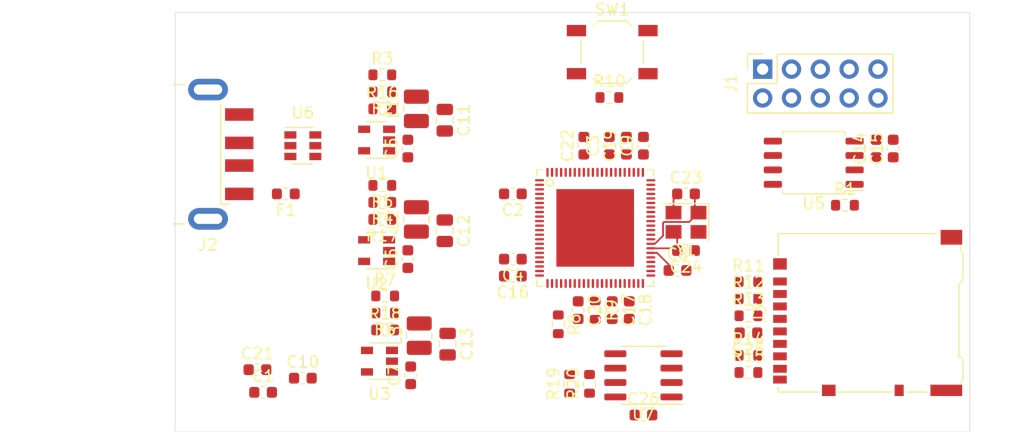
<source format=kicad_pcb>
(kicad_pcb (version 20171130) (host pcbnew 5.1.10)

  (general
    (thickness 1.6)
    (drawings 4)
    (tracks 17)
    (zones 0)
    (modules 62)
    (nets 83)
  )

  (page A4)
  (layers
    (0 F.Cu signal)
    (1 In1.Cu signal)
    (2 In2.Cu signal)
    (31 B.Cu signal)
    (32 B.Adhes user)
    (33 F.Adhes user)
    (34 B.Paste user hide)
    (35 F.Paste user)
    (36 B.SilkS user)
    (37 F.SilkS user hide)
    (38 B.Mask user)
    (39 F.Mask user)
    (40 Dwgs.User user)
    (41 Cmts.User user)
    (42 Eco1.User user)
    (43 Eco2.User user)
    (44 Edge.Cuts user)
    (45 Margin user)
    (46 B.CrtYd user)
    (47 F.CrtYd user)
    (48 B.Fab user)
    (49 F.Fab user hide)
  )

  (setup
    (last_trace_width 0.15)
    (user_trace_width 0.1)
    (user_trace_width 0.5)
    (user_trace_width 1)
    (trace_clearance 0.15)
    (zone_clearance 0.508)
    (zone_45_only no)
    (trace_min 0.09)
    (via_size 0.4)
    (via_drill 0.2)
    (via_min_size 0.4)
    (via_min_drill 0.2)
    (user_via 0.4 0.2)
    (user_via 0.4 0.3)
    (user_via 1 0.5)
    (uvia_size 0.4)
    (uvia_drill 0.2)
    (uvias_allowed no)
    (uvia_min_size 0.4)
    (uvia_min_drill 0.2)
    (edge_width 0.05)
    (segment_width 0.2)
    (pcb_text_width 0.3)
    (pcb_text_size 1.5 1.5)
    (mod_edge_width 0.12)
    (mod_text_size 1 1)
    (mod_text_width 0.15)
    (pad_size 1.524 1.524)
    (pad_drill 0.762)
    (pad_to_mask_clearance 0)
    (aux_axis_origin 0 0)
    (visible_elements FFFFFF7F)
    (pcbplotparams
      (layerselection 0x010fc_ffffffff)
      (usegerberextensions false)
      (usegerberattributes true)
      (usegerberadvancedattributes true)
      (creategerberjobfile true)
      (excludeedgelayer true)
      (linewidth 0.100000)
      (plotframeref false)
      (viasonmask false)
      (mode 1)
      (useauxorigin false)
      (hpglpennumber 1)
      (hpglpenspeed 20)
      (hpglpendiameter 15.000000)
      (psnegative false)
      (psa4output false)
      (plotreference true)
      (plotvalue true)
      (plotinvisibletext false)
      (padsonsilk false)
      (subtractmaskfromsilk false)
      (outputformat 1)
      (mirror false)
      (drillshape 1)
      (scaleselection 1)
      (outputdirectory ""))
  )

  (net 0 "")
  (net 1 GND)
  (net 2 +3V3)
  (net 3 +5V)
  (net 4 +2V5)
  (net 5 "Net-(C11-Pad1)")
  (net 6 "Net-(C12-Pad1)")
  (net 7 "Net-(C13-Pad1)")
  (net 8 +1V1)
  (net 9 "Net-(C23-Pad2)")
  (net 10 "Net-(C24-Pad2)")
  (net 11 VBUS)
  (net 12 /SPI_MISO)
  (net 13 "Net-(J1-Pad8)")
  (net 14 /SPI_CS)
  (net 15 /!RST)
  (net 16 /SPI_CK)
  (net 17 /UART_TX)
  (net 18 /SPI_MOSI)
  (net 19 /UART_RX)
  (net 20 "Net-(J2-Pad3)")
  (net 21 "Net-(J2-Pad2)")
  (net 22 "Net-(J3-Pad10)")
  (net 23 /SDC0_D0)
  (net 24 /SDC0_CLK)
  (net 25 /SDC0_CMD)
  (net 26 /SDC0_D3)
  (net 27 /SDC0_D2)
  (net 28 /SDC0_D1)
  (net 29 "Net-(J3-Pad9)")
  (net 30 "Net-(L1-Pad1)")
  (net 31 "Net-(L2-Pad1)")
  (net 32 "Net-(L3-Pad1)")
  (net 33 "Net-(R8-Pad2)")
  (net 34 /TWI0_SDA)
  (net 35 /TWI0_SCK)
  (net 36 /USB_DP)
  (net 37 /USB_DM)
  (net 38 "Net-(U4-Pad1)")
  (net 39 "Net-(U4-Pad3)")
  (net 40 "Net-(U4-Pad6)")
  (net 41 "Net-(U4-Pad7)")
  (net 42 "Net-(U4-Pad8)")
  (net 43 "Net-(U4-Pad9)")
  (net 44 "Net-(U4-Pad10)")
  (net 45 "Net-(U4-Pad11)")
  (net 46 "Net-(U4-Pad12)")
  (net 47 "Net-(U4-Pad13)")
  (net 48 "Net-(U4-Pad14)")
  (net 49 "Net-(U4-Pad15)")
  (net 50 "Net-(U4-Pad16)")
  (net 51 "Net-(U4-Pad17)")
  (net 52 "Net-(U4-Pad18)")
  (net 53 "Net-(U4-Pad19)")
  (net 54 "Net-(U4-Pad21)")
  (net 55 "Net-(U4-Pad23)")
  (net 56 "Net-(U4-Pad24)")
  (net 57 "Net-(U4-Pad25)")
  (net 58 "Net-(U4-Pad26)")
  (net 59 "Net-(U4-Pad27)")
  (net 60 "Net-(U4-Pad28)")
  (net 61 "Net-(U4-Pad29)")
  (net 62 "Net-(U4-Pad39)")
  (net 63 "Net-(U4-Pad40)")
  (net 64 "Net-(U4-Pad41)")
  (net 65 "Net-(U4-Pad42)")
  (net 66 "Net-(U4-Pad43)")
  (net 67 "Net-(U4-Pad44)")
  (net 68 "Net-(U4-Pad45)")
  (net 69 "Net-(U4-Pad46)")
  (net 70 "Net-(U4-Pad47)")
  (net 71 "Net-(U4-Pad72)")
  (net 72 "Net-(U4-Pad75)")
  (net 73 "Net-(U4-Pad76)")
  (net 74 "Net-(U4-Pad77)")
  (net 75 "Net-(U4-Pad78)")
  (net 76 "Net-(U4-Pad79)")
  (net 77 "Net-(U4-Pad81)")
  (net 78 "Net-(U4-Pad83)")
  (net 79 "Net-(U4-Pad88)")
  (net 80 /3v3_FB)
  (net 81 /2v5_FB)
  (net 82 /1v1_FB)

  (net_class Default "This is the default net class."
    (clearance 0.15)
    (trace_width 0.15)
    (via_dia 0.4)
    (via_drill 0.2)
    (uvia_dia 0.4)
    (uvia_drill 0.2)
    (add_net +1V1)
    (add_net +2V5)
    (add_net +3V3)
    (add_net +5V)
    (add_net /!RST)
    (add_net /1v1_FB)
    (add_net /2v5_FB)
    (add_net /3v3_FB)
    (add_net /SDC0_CLK)
    (add_net /SDC0_CMD)
    (add_net /SDC0_D0)
    (add_net /SDC0_D1)
    (add_net /SDC0_D2)
    (add_net /SDC0_D3)
    (add_net /SPI_CK)
    (add_net /SPI_CS)
    (add_net /SPI_MISO)
    (add_net /SPI_MOSI)
    (add_net /TWI0_SCK)
    (add_net /TWI0_SDA)
    (add_net /UART_RX)
    (add_net /UART_TX)
    (add_net /USB_DM)
    (add_net /USB_DP)
    (add_net GND)
    (add_net "Net-(C11-Pad1)")
    (add_net "Net-(C12-Pad1)")
    (add_net "Net-(C13-Pad1)")
    (add_net "Net-(C23-Pad2)")
    (add_net "Net-(C24-Pad2)")
    (add_net "Net-(J1-Pad8)")
    (add_net "Net-(J2-Pad2)")
    (add_net "Net-(J2-Pad3)")
    (add_net "Net-(J3-Pad10)")
    (add_net "Net-(J3-Pad9)")
    (add_net "Net-(L1-Pad1)")
    (add_net "Net-(L2-Pad1)")
    (add_net "Net-(L3-Pad1)")
    (add_net "Net-(R8-Pad2)")
    (add_net "Net-(U4-Pad1)")
    (add_net "Net-(U4-Pad10)")
    (add_net "Net-(U4-Pad11)")
    (add_net "Net-(U4-Pad12)")
    (add_net "Net-(U4-Pad13)")
    (add_net "Net-(U4-Pad14)")
    (add_net "Net-(U4-Pad15)")
    (add_net "Net-(U4-Pad16)")
    (add_net "Net-(U4-Pad17)")
    (add_net "Net-(U4-Pad18)")
    (add_net "Net-(U4-Pad19)")
    (add_net "Net-(U4-Pad21)")
    (add_net "Net-(U4-Pad23)")
    (add_net "Net-(U4-Pad24)")
    (add_net "Net-(U4-Pad25)")
    (add_net "Net-(U4-Pad26)")
    (add_net "Net-(U4-Pad27)")
    (add_net "Net-(U4-Pad28)")
    (add_net "Net-(U4-Pad29)")
    (add_net "Net-(U4-Pad3)")
    (add_net "Net-(U4-Pad39)")
    (add_net "Net-(U4-Pad40)")
    (add_net "Net-(U4-Pad41)")
    (add_net "Net-(U4-Pad42)")
    (add_net "Net-(U4-Pad43)")
    (add_net "Net-(U4-Pad44)")
    (add_net "Net-(U4-Pad45)")
    (add_net "Net-(U4-Pad46)")
    (add_net "Net-(U4-Pad47)")
    (add_net "Net-(U4-Pad6)")
    (add_net "Net-(U4-Pad7)")
    (add_net "Net-(U4-Pad72)")
    (add_net "Net-(U4-Pad75)")
    (add_net "Net-(U4-Pad76)")
    (add_net "Net-(U4-Pad77)")
    (add_net "Net-(U4-Pad78)")
    (add_net "Net-(U4-Pad79)")
    (add_net "Net-(U4-Pad8)")
    (add_net "Net-(U4-Pad81)")
    (add_net "Net-(U4-Pad83)")
    (add_net "Net-(U4-Pad88)")
    (add_net "Net-(U4-Pad9)")
    (add_net VBUS)
  )

  (net_class Outer_Small ""
    (clearance 0.1)
    (trace_width 0.1)
    (via_dia 0.4)
    (via_drill 0.2)
    (uvia_dia 0.4)
    (uvia_drill 0.2)
  )

  (net_class Power ""
    (clearance 0.2)
    (trace_width 1)
    (via_dia 0.8)
    (via_drill 0.6)
    (uvia_dia 0.8)
    (uvia_drill 0.6)
  )

  (module Capacitor_SMD:C_0603_1608Metric (layer F.Cu) (tedit 5F68FEEE) (tstamp 60EFE6BC)
    (at 142.25 138.5)
    (descr "Capacitor SMD 0603 (1608 Metric), square (rectangular) end terminal, IPC_7351 nominal, (Body size source: IPC-SM-782 page 76, https://www.pcb-3d.com/wordpress/wp-content/uploads/ipc-sm-782a_amendment_1_and_2.pdf), generated with kicad-footprint-generator")
    (tags capacitor)
    (path /61A28D52)
    (attr smd)
    (fp_text reference C26 (at 0 -1.43) (layer F.SilkS)
      (effects (font (size 1 1) (thickness 0.15)))
    )
    (fp_text value 100nF (at 0 1.43) (layer F.Fab)
      (effects (font (size 1 1) (thickness 0.15)))
    )
    (fp_line (start -0.8 0.4) (end -0.8 -0.4) (layer F.Fab) (width 0.1))
    (fp_line (start -0.8 -0.4) (end 0.8 -0.4) (layer F.Fab) (width 0.1))
    (fp_line (start 0.8 -0.4) (end 0.8 0.4) (layer F.Fab) (width 0.1))
    (fp_line (start 0.8 0.4) (end -0.8 0.4) (layer F.Fab) (width 0.1))
    (fp_line (start -0.14058 -0.51) (end 0.14058 -0.51) (layer F.SilkS) (width 0.12))
    (fp_line (start -0.14058 0.51) (end 0.14058 0.51) (layer F.SilkS) (width 0.12))
    (fp_line (start -1.48 0.73) (end -1.48 -0.73) (layer F.CrtYd) (width 0.05))
    (fp_line (start -1.48 -0.73) (end 1.48 -0.73) (layer F.CrtYd) (width 0.05))
    (fp_line (start 1.48 -0.73) (end 1.48 0.73) (layer F.CrtYd) (width 0.05))
    (fp_line (start 1.48 0.73) (end -1.48 0.73) (layer F.CrtYd) (width 0.05))
    (fp_text user %R (at 0 0) (layer F.Fab)
      (effects (font (size 0.4 0.4) (thickness 0.06)))
    )
    (pad 2 smd roundrect (at 0.775 0) (size 0.9 0.95) (layers F.Cu F.Paste F.Mask) (roundrect_rratio 0.25)
      (net 1 GND))
    (pad 1 smd roundrect (at -0.775 0) (size 0.9 0.95) (layers F.Cu F.Paste F.Mask) (roundrect_rratio 0.25)
      (net 2 +3V3))
    (model ${KISYS3DMOD}/Capacitor_SMD.3dshapes/C_0603_1608Metric.wrl
      (at (xyz 0 0 0))
      (scale (xyz 1 1 1))
      (rotate (xyz 0 0 0))
    )
  )

  (module 3340:QFN-88_EP_10x10_Pitch0.4mm (layer F.Cu) (tedit 5D1F81BF) (tstamp 60F7B000)
    (at 138 122)
    (path /60DA6D5A)
    (attr smd)
    (fp_text reference U4 (at 0 -6.5) (layer F.SilkS) hide
      (effects (font (size 1 1) (thickness 0.15)))
    )
    (fp_text value F1C100s (at 0 0) (layer F.Fab)
      (effects (font (size 1 1) (thickness 0.15)))
    )
    (fp_line (start -5.15 -4.6) (end -5.15 -5.15) (layer F.SilkS) (width 0.12))
    (fp_circle (center -4 -4) (end -3.7 -4) (layer F.SilkS) (width 0.15))
    (fp_line (start -5.5 5.5) (end -5.5 -5.5) (layer F.CrtYd) (width 0.05))
    (fp_line (start 5.5 5.5) (end -5.5 5.5) (layer F.CrtYd) (width 0.05))
    (fp_line (start 5.5 -5.5) (end 5.5 5.5) (layer F.CrtYd) (width 0.05))
    (fp_line (start -5.5 -5.5) (end 5.5 -5.5) (layer F.CrtYd) (width 0.05))
    (fp_line (start -4.6 -5.15) (end -5.15 -5.15) (layer F.SilkS) (width 0.12))
    (fp_line (start -5.15 5.15) (end -5.15 4.6) (layer F.SilkS) (width 0.12))
    (fp_line (start -4.6 5.15) (end -5.15 5.15) (layer F.SilkS) (width 0.12))
    (fp_line (start 5.15 5.15) (end 5.15 4.6) (layer F.SilkS) (width 0.12))
    (fp_line (start 4.6 5.15) (end 5.15 5.15) (layer F.SilkS) (width 0.12))
    (fp_line (start 5.15 -5.15) (end 5.15 -4.6) (layer F.SilkS) (width 0.12))
    (fp_line (start 4.6 -5.15) (end 5.15 -5.15) (layer F.SilkS) (width 0.12))
    (fp_line (start 5 -5) (end -4 -5) (layer F.Fab) (width 0.15))
    (fp_line (start 5 5) (end 5 -5) (layer F.Fab) (width 0.15))
    (fp_line (start -5 5) (end 5 5) (layer F.Fab) (width 0.15))
    (fp_line (start -5 -4) (end -5 5) (layer F.Fab) (width 0.15))
    (fp_line (start -4 -5) (end -5 -4) (layer F.Fab) (width 0.15))
    (pad 89 smd rect (at 0 0) (size 6.84 6.84) (layers F.Cu F.Paste F.Mask)
      (net 1 GND) (solder_paste_margin_ratio -0.25))
    (pad 1 smd oval (at -4.9 -4.2 90) (size 0.2 0.8) (layers F.Cu F.Paste F.Mask)
      (net 38 "Net-(U4-Pad1)"))
    (pad 2 smd oval (at -4.9 -3.8 90) (size 0.2 0.8) (layers F.Cu F.Paste F.Mask)
      (net 1 GND))
    (pad 3 smd oval (at -4.9 -3.4 90) (size 0.2 0.8) (layers F.Cu F.Paste F.Mask)
      (net 39 "Net-(U4-Pad3)"))
    (pad 4 smd oval (at -4.9 -3 90) (size 0.2 0.8) (layers F.Cu F.Paste F.Mask)
      (net 2 +3V3))
    (pad 5 smd oval (at -4.9 -2.6 90) (size 0.2 0.8) (layers F.Cu F.Paste F.Mask)
      (net 2 +3V3))
    (pad 6 smd oval (at -4.9 -2.2 90) (size 0.2 0.8) (layers F.Cu F.Paste F.Mask)
      (net 40 "Net-(U4-Pad6)"))
    (pad 7 smd oval (at -4.9 -1.8 90) (size 0.2 0.8) (layers F.Cu F.Paste F.Mask)
      (net 41 "Net-(U4-Pad7)"))
    (pad 8 smd oval (at -4.9 -1.4 90) (size 0.2 0.8) (layers F.Cu F.Paste F.Mask)
      (net 42 "Net-(U4-Pad8)"))
    (pad 9 smd oval (at -4.9 -1 90) (size 0.2 0.8) (layers F.Cu F.Paste F.Mask)
      (net 43 "Net-(U4-Pad9)"))
    (pad 10 smd oval (at -4.9 -0.6 90) (size 0.2 0.8) (layers F.Cu F.Paste F.Mask)
      (net 44 "Net-(U4-Pad10)"))
    (pad 11 smd oval (at -4.9 -0.2 90) (size 0.2 0.8) (layers F.Cu F.Paste F.Mask)
      (net 45 "Net-(U4-Pad11)"))
    (pad 12 smd oval (at -4.9 0.2 90) (size 0.2 0.8) (layers F.Cu F.Paste F.Mask)
      (net 46 "Net-(U4-Pad12)"))
    (pad 13 smd oval (at -4.9 0.6 90) (size 0.2 0.8) (layers F.Cu F.Paste F.Mask)
      (net 47 "Net-(U4-Pad13)"))
    (pad 14 smd oval (at -4.9 1 90) (size 0.2 0.8) (layers F.Cu F.Paste F.Mask)
      (net 48 "Net-(U4-Pad14)"))
    (pad 15 smd oval (at -4.9 1.4 90) (size 0.2 0.8) (layers F.Cu F.Paste F.Mask)
      (net 49 "Net-(U4-Pad15)"))
    (pad 16 smd oval (at -4.9 1.8 90) (size 0.2 0.8) (layers F.Cu F.Paste F.Mask)
      (net 50 "Net-(U4-Pad16)"))
    (pad 17 smd oval (at -4.9 2.2 90) (size 0.2 0.8) (layers F.Cu F.Paste F.Mask)
      (net 51 "Net-(U4-Pad17)"))
    (pad 18 smd oval (at -4.9 2.6 90) (size 0.2 0.8) (layers F.Cu F.Paste F.Mask)
      (net 52 "Net-(U4-Pad18)"))
    (pad 19 smd oval (at -4.9 3 90) (size 0.2 0.8) (layers F.Cu F.Paste F.Mask)
      (net 53 "Net-(U4-Pad19)"))
    (pad 20 smd oval (at -4.9 3.4 90) (size 0.2 0.8) (layers F.Cu F.Paste F.Mask)
      (net 2 +3V3))
    (pad 21 smd oval (at -4.9 3.8 90) (size 0.2 0.8) (layers F.Cu F.Paste F.Mask)
      (net 54 "Net-(U4-Pad21)"))
    (pad 22 smd oval (at -4.9 4.2 90) (size 0.2 0.8) (layers F.Cu F.Paste F.Mask)
      (net 8 +1V1))
    (pad 23 smd oval (at -4.2 4.9) (size 0.2 0.8) (layers F.Cu F.Paste F.Mask)
      (net 55 "Net-(U4-Pad23)"))
    (pad 24 smd oval (at -3.8 4.9) (size 0.2 0.8) (layers F.Cu F.Paste F.Mask)
      (net 56 "Net-(U4-Pad24)"))
    (pad 25 smd oval (at -3.4 4.9) (size 0.2 0.8) (layers F.Cu F.Paste F.Mask)
      (net 57 "Net-(U4-Pad25)"))
    (pad 26 smd oval (at -3 4.9) (size 0.2 0.8) (layers F.Cu F.Paste F.Mask)
      (net 58 "Net-(U4-Pad26)"))
    (pad 27 smd oval (at -2.6 4.9) (size 0.2 0.8) (layers F.Cu F.Paste F.Mask)
      (net 59 "Net-(U4-Pad27)"))
    (pad 28 smd oval (at -2.2 4.9) (size 0.2 0.8) (layers F.Cu F.Paste F.Mask)
      (net 60 "Net-(U4-Pad28)"))
    (pad 29 smd oval (at -1.8 4.9) (size 0.2 0.8) (layers F.Cu F.Paste F.Mask)
      (net 61 "Net-(U4-Pad29)"))
    (pad 30 smd oval (at -1.4 4.9) (size 0.2 0.8) (layers F.Cu F.Paste F.Mask)
      (net 4 +2V5))
    (pad 31 smd oval (at -1 4.9) (size 0.2 0.8) (layers F.Cu F.Paste F.Mask)
      (net 4 +2V5))
    (pad 32 smd oval (at -0.6 4.9) (size 0.2 0.8) (layers F.Cu F.Paste F.Mask)
      (net 4 +2V5))
    (pad 33 smd oval (at -0.2 4.9) (size 0.2 0.8) (layers F.Cu F.Paste F.Mask)
      (net 33 "Net-(R8-Pad2)"))
    (pad 34 smd oval (at 0.2 4.9) (size 0.2 0.8) (layers F.Cu F.Paste F.Mask)
      (net 4 +2V5))
    (pad 35 smd oval (at 0.6 4.9) (size 0.2 0.8) (layers F.Cu F.Paste F.Mask)
      (net 8 +1V1))
    (pad 36 smd oval (at 1 4.9) (size 0.2 0.8) (layers F.Cu F.Paste F.Mask)
      (net 4 +2V5))
    (pad 37 smd oval (at 1.4 4.9) (size 0.2 0.8) (layers F.Cu F.Paste F.Mask)
      (net 34 /TWI0_SDA))
    (pad 38 smd oval (at 1.8 4.9) (size 0.2 0.8) (layers F.Cu F.Paste F.Mask)
      (net 35 /TWI0_SCK))
    (pad 39 smd oval (at 2.2 4.9) (size 0.2 0.8) (layers F.Cu F.Paste F.Mask)
      (net 62 "Net-(U4-Pad39)"))
    (pad 40 smd oval (at 2.6 4.9) (size 0.2 0.8) (layers F.Cu F.Paste F.Mask)
      (net 63 "Net-(U4-Pad40)"))
    (pad 41 smd oval (at 3 4.9) (size 0.2 0.8) (layers F.Cu F.Paste F.Mask)
      (net 64 "Net-(U4-Pad41)"))
    (pad 42 smd oval (at 3.4 4.9) (size 0.2 0.8) (layers F.Cu F.Paste F.Mask)
      (net 65 "Net-(U4-Pad42)"))
    (pad 43 smd oval (at 3.8 4.9) (size 0.2 0.8) (layers F.Cu F.Paste F.Mask)
      (net 66 "Net-(U4-Pad43)"))
    (pad 44 smd oval (at 4.2 4.9) (size 0.2 0.8) (layers F.Cu F.Paste F.Mask)
      (net 67 "Net-(U4-Pad44)"))
    (pad 45 smd oval (at 4.9 4.2 90) (size 0.2 0.8) (layers F.Cu F.Paste F.Mask)
      (net 68 "Net-(U4-Pad45)"))
    (pad 46 smd oval (at 4.9 3.8 90) (size 0.2 0.8) (layers F.Cu F.Paste F.Mask)
      (net 69 "Net-(U4-Pad46)"))
    (pad 47 smd oval (at 4.9 3.4 90) (size 0.2 0.8) (layers F.Cu F.Paste F.Mask)
      (net 70 "Net-(U4-Pad47)"))
    (pad 48 smd oval (at 4.9 3 90) (size 0.2 0.8) (layers F.Cu F.Paste F.Mask)
      (net 17 /UART_TX))
    (pad 49 smd oval (at 4.9 2.6 90) (size 0.2 0.8) (layers F.Cu F.Paste F.Mask)
      (net 19 /UART_RX))
    (pad 50 smd oval (at 4.9 2.2 90) (size 0.2 0.8) (layers F.Cu F.Paste F.Mask)
      (net 2 +3V3))
    (pad 51 smd oval (at 4.9 1.8 90) (size 0.2 0.8) (layers F.Cu F.Paste F.Mask)
      (net 10 "Net-(C24-Pad2)"))
    (pad 52 smd oval (at 4.9 1.4 90) (size 0.2 0.8) (layers F.Cu F.Paste F.Mask)
      (net 9 "Net-(C23-Pad2)"))
    (pad 53 smd oval (at 4.9 1 90) (size 0.2 0.8) (layers F.Cu F.Paste F.Mask)
      (net 27 /SDC0_D2))
    (pad 54 smd oval (at 4.9 0.6 90) (size 0.2 0.8) (layers F.Cu F.Paste F.Mask)
      (net 26 /SDC0_D3))
    (pad 55 smd oval (at 4.9 0.2 90) (size 0.2 0.8) (layers F.Cu F.Paste F.Mask)
      (net 25 /SDC0_CMD))
    (pad 56 smd oval (at 4.9 -0.2 90) (size 0.2 0.8) (layers F.Cu F.Paste F.Mask)
      (net 24 /SDC0_CLK))
    (pad 57 smd oval (at 4.9 -0.6 90) (size 0.2 0.8) (layers F.Cu F.Paste F.Mask)
      (net 23 /SDC0_D0))
    (pad 58 smd oval (at 4.9 -1 90) (size 0.2 0.8) (layers F.Cu F.Paste F.Mask)
      (net 28 /SDC0_D1))
    (pad 59 smd oval (at 4.9 -1.4 90) (size 0.2 0.8) (layers F.Cu F.Paste F.Mask)
      (net 16 /SPI_CK))
    (pad 60 smd oval (at 4.9 -1.8 90) (size 0.2 0.8) (layers F.Cu F.Paste F.Mask)
      (net 14 /SPI_CS))
    (pad 61 smd oval (at 4.9 -2.2 90) (size 0.2 0.8) (layers F.Cu F.Paste F.Mask)
      (net 12 /SPI_MISO))
    (pad 62 smd oval (at 4.9 -2.6 90) (size 0.2 0.8) (layers F.Cu F.Paste F.Mask)
      (net 18 /SPI_MOSI))
    (pad 63 smd oval (at 4.9 -3 90) (size 0.2 0.8) (layers F.Cu F.Paste F.Mask)
      (net 1 GND))
    (pad 64 smd oval (at 4.9 -3.4 90) (size 0.2 0.8) (layers F.Cu F.Paste F.Mask)
      (net 1 GND))
    (pad 65 smd oval (at 4.9 -3.8 90) (size 0.2 0.8) (layers F.Cu F.Paste F.Mask)
      (net 1 GND))
    (pad 66 smd oval (at 4.9 -4.2 90) (size 0.2 0.8) (layers F.Cu F.Paste F.Mask)
      (net 1 GND))
    (pad 67 smd oval (at 4.2 -4.9) (size 0.2 0.8) (layers F.Cu F.Paste F.Mask)
      (net 2 +3V3))
    (pad 68 smd oval (at 3.8 -4.9) (size 0.2 0.8) (layers F.Cu F.Paste F.Mask)
      (net 37 /USB_DM))
    (pad 69 smd oval (at 3.4 -4.9) (size 0.2 0.8) (layers F.Cu F.Paste F.Mask)
      (net 36 /USB_DP))
    (pad 70 smd oval (at 3 -4.9) (size 0.2 0.8) (layers F.Cu F.Paste F.Mask)
      (net 15 /!RST))
    (pad 71 smd oval (at 2.6 -4.9) (size 0.2 0.8) (layers F.Cu F.Paste F.Mask)
      (net 8 +1V1))
    (pad 72 smd oval (at 2.2 -4.9) (size 0.2 0.8) (layers F.Cu F.Paste F.Mask)
      (net 71 "Net-(U4-Pad72)"))
    (pad 73 smd oval (at 1.8 -4.9) (size 0.2 0.8) (layers F.Cu F.Paste F.Mask)
      (net 2 +3V3))
    (pad 74 smd oval (at 1.4 -4.9) (size 0.2 0.8) (layers F.Cu F.Paste F.Mask)
      (net 1 GND))
    (pad 75 smd oval (at 1 -4.9) (size 0.2 0.8) (layers F.Cu F.Paste F.Mask)
      (net 72 "Net-(U4-Pad75)"))
    (pad 76 smd oval (at 0.6 -4.9) (size 0.2 0.8) (layers F.Cu F.Paste F.Mask)
      (net 73 "Net-(U4-Pad76)"))
    (pad 77 smd oval (at 0.2 -4.9) (size 0.2 0.8) (layers F.Cu F.Paste F.Mask)
      (net 74 "Net-(U4-Pad77)"))
    (pad 78 smd oval (at -0.2 -4.9) (size 0.2 0.8) (layers F.Cu F.Paste F.Mask)
      (net 75 "Net-(U4-Pad78)"))
    (pad 79 smd oval (at -0.6 -4.9) (size 0.2 0.8) (layers F.Cu F.Paste F.Mask)
      (net 76 "Net-(U4-Pad79)"))
    (pad 80 smd oval (at -1 -4.9) (size 0.2 0.8) (layers F.Cu F.Paste F.Mask)
      (net 4 +2V5))
    (pad 81 smd oval (at -1.4 -4.9) (size 0.2 0.8) (layers F.Cu F.Paste F.Mask)
      (net 77 "Net-(U4-Pad81)"))
    (pad 82 smd oval (at -1.8 -4.9) (size 0.2 0.8) (layers F.Cu F.Paste F.Mask)
      (net 1 GND))
    (pad 83 smd oval (at -2.2 -4.9) (size 0.2 0.8) (layers F.Cu F.Paste F.Mask)
      (net 78 "Net-(U4-Pad83)"))
    (pad 84 smd oval (at -2.6 -4.9) (size 0.2 0.8) (layers F.Cu F.Paste F.Mask)
      (net 1 GND))
    (pad 85 smd oval (at -3 -4.9) (size 0.2 0.8) (layers F.Cu F.Paste F.Mask)
      (net 1 GND))
    (pad 86 smd oval (at -3.4 -4.9) (size 0.2 0.8) (layers F.Cu F.Paste F.Mask)
      (net 1 GND))
    (pad 87 smd oval (at -3.8 -4.9) (size 0.2 0.8) (layers F.Cu F.Paste F.Mask)
      (net 1 GND))
    (pad 88 smd oval (at -4.2 -4.9) (size 0.2 0.8) (layers F.Cu F.Paste F.Mask)
      (net 79 "Net-(U4-Pad88)"))
    (model ${KIPRJMOD}/step/QFN88.stp
      (at (xyz 0 0 0))
      (scale (xyz 1 1 1))
      (rotate (xyz 0 0 -90))
    )
  )

  (module Crystal:Crystal_SMD_Abracon_ABM8G-4Pin_3.2x2.5mm (layer F.Cu) (tedit 5A0FD1B2) (tstamp 60EFB058)
    (at 146 121.5 180)
    (descr "Abracon Miniature Ceramic Smd Crystal ABM8G http://www.abracon.com/Resonators/ABM8G.pdf, 3.2x2.5mm^2 package")
    (tags "SMD SMT crystal")
    (path /61098C67)
    (attr smd)
    (fp_text reference Y1 (at 0 -2.45) (layer F.SilkS)
      (effects (font (size 1 1) (thickness 0.15)))
    )
    (fp_text value Crystal_GND24 (at 0 2.45) (layer F.Fab)
      (effects (font (size 1 1) (thickness 0.15)))
    )
    (fp_line (start -1.4 -1.25) (end 1.4 -1.25) (layer F.Fab) (width 0.1))
    (fp_line (start 1.4 -1.25) (end 1.6 -1.05) (layer F.Fab) (width 0.1))
    (fp_line (start 1.6 -1.05) (end 1.6 1.05) (layer F.Fab) (width 0.1))
    (fp_line (start 1.6 1.05) (end 1.4 1.25) (layer F.Fab) (width 0.1))
    (fp_line (start 1.4 1.25) (end -1.4 1.25) (layer F.Fab) (width 0.1))
    (fp_line (start -1.4 1.25) (end -1.6 1.05) (layer F.Fab) (width 0.1))
    (fp_line (start -1.6 1.05) (end -1.6 -1.05) (layer F.Fab) (width 0.1))
    (fp_line (start -1.6 -1.05) (end -1.4 -1.25) (layer F.Fab) (width 0.1))
    (fp_line (start -1.6 0.25) (end -0.6 1.25) (layer F.Fab) (width 0.1))
    (fp_line (start -2 -1.65) (end -2 1.65) (layer F.SilkS) (width 0.12))
    (fp_line (start -2 1.65) (end 2 1.65) (layer F.SilkS) (width 0.12))
    (fp_line (start -2.1 -1.7) (end -2.1 1.7) (layer F.CrtYd) (width 0.05))
    (fp_line (start -2.1 1.7) (end 2.1 1.7) (layer F.CrtYd) (width 0.05))
    (fp_line (start 2.1 1.7) (end 2.1 -1.7) (layer F.CrtYd) (width 0.05))
    (fp_line (start 2.1 -1.7) (end -2.1 -1.7) (layer F.CrtYd) (width 0.05))
    (fp_text user %R (at 0 0) (layer F.Fab)
      (effects (font (size 0.7 0.7) (thickness 0.105)))
    )
    (pad 4 smd rect (at -1.1 -0.85 180) (size 1.4 1.2) (layers F.Cu F.Paste F.Mask)
      (net 1 GND))
    (pad 3 smd rect (at 1.1 -0.85 180) (size 1.4 1.2) (layers F.Cu F.Paste F.Mask)
      (net 10 "Net-(C24-Pad2)"))
    (pad 2 smd rect (at 1.1 0.85 180) (size 1.4 1.2) (layers F.Cu F.Paste F.Mask)
      (net 1 GND))
    (pad 1 smd rect (at -1.1 0.85 180) (size 1.4 1.2) (layers F.Cu F.Paste F.Mask)
      (net 9 "Net-(C23-Pad2)"))
    (model ${KISYS3DMOD}/Crystal.3dshapes/Crystal_SMD_Abracon_ABM8G-4Pin_3.2x2.5mm.wrl
      (at (xyz 0 0 0))
      (scale (xyz 1 1 1))
      (rotate (xyz 0 0 0))
    )
  )

  (module Package_SO:SOIC-8_3.9x4.9mm_P1.27mm (layer F.Cu) (tedit 5D9F72B1) (tstamp 60EFB040)
    (at 142.25 135 180)
    (descr "SOIC, 8 Pin (JEDEC MS-012AA, https://www.analog.com/media/en/package-pcb-resources/package/pkg_pdf/soic_narrow-r/r_8.pdf), generated with kicad-footprint-generator ipc_gullwing_generator.py")
    (tags "SOIC SO")
    (path /61837D83)
    (attr smd)
    (fp_text reference U7 (at 0 -3.4) (layer F.SilkS)
      (effects (font (size 1 1) (thickness 0.15)))
    )
    (fp_text value ATECC608A-SSHDA (at 0 3.4) (layer F.Fab)
      (effects (font (size 1 1) (thickness 0.15)))
    )
    (fp_line (start 0 2.56) (end 1.95 2.56) (layer F.SilkS) (width 0.12))
    (fp_line (start 0 2.56) (end -1.95 2.56) (layer F.SilkS) (width 0.12))
    (fp_line (start 0 -2.56) (end 1.95 -2.56) (layer F.SilkS) (width 0.12))
    (fp_line (start 0 -2.56) (end -3.45 -2.56) (layer F.SilkS) (width 0.12))
    (fp_line (start -0.975 -2.45) (end 1.95 -2.45) (layer F.Fab) (width 0.1))
    (fp_line (start 1.95 -2.45) (end 1.95 2.45) (layer F.Fab) (width 0.1))
    (fp_line (start 1.95 2.45) (end -1.95 2.45) (layer F.Fab) (width 0.1))
    (fp_line (start -1.95 2.45) (end -1.95 -1.475) (layer F.Fab) (width 0.1))
    (fp_line (start -1.95 -1.475) (end -0.975 -2.45) (layer F.Fab) (width 0.1))
    (fp_line (start -3.7 -2.7) (end -3.7 2.7) (layer F.CrtYd) (width 0.05))
    (fp_line (start -3.7 2.7) (end 3.7 2.7) (layer F.CrtYd) (width 0.05))
    (fp_line (start 3.7 2.7) (end 3.7 -2.7) (layer F.CrtYd) (width 0.05))
    (fp_line (start 3.7 -2.7) (end -3.7 -2.7) (layer F.CrtYd) (width 0.05))
    (fp_text user %R (at 0 0) (layer F.Fab)
      (effects (font (size 0.98 0.98) (thickness 0.15)))
    )
    (pad 8 smd roundrect (at 2.475 -1.905 180) (size 1.95 0.6) (layers F.Cu F.Paste F.Mask) (roundrect_rratio 0.25)
      (net 2 +3V3))
    (pad 7 smd roundrect (at 2.475 -0.635 180) (size 1.95 0.6) (layers F.Cu F.Paste F.Mask) (roundrect_rratio 0.25))
    (pad 6 smd roundrect (at 2.475 0.635 180) (size 1.95 0.6) (layers F.Cu F.Paste F.Mask) (roundrect_rratio 0.25)
      (net 35 /TWI0_SCK))
    (pad 5 smd roundrect (at 2.475 1.905 180) (size 1.95 0.6) (layers F.Cu F.Paste F.Mask) (roundrect_rratio 0.25)
      (net 34 /TWI0_SDA))
    (pad 4 smd roundrect (at -2.475 1.905 180) (size 1.95 0.6) (layers F.Cu F.Paste F.Mask) (roundrect_rratio 0.25)
      (net 1 GND))
    (pad 3 smd roundrect (at -2.475 0.635 180) (size 1.95 0.6) (layers F.Cu F.Paste F.Mask) (roundrect_rratio 0.25))
    (pad 2 smd roundrect (at -2.475 -0.635 180) (size 1.95 0.6) (layers F.Cu F.Paste F.Mask) (roundrect_rratio 0.25))
    (pad 1 smd roundrect (at -2.475 -1.905 180) (size 1.95 0.6) (layers F.Cu F.Paste F.Mask) (roundrect_rratio 0.25))
    (model ${KISYS3DMOD}/Package_SO.3dshapes/SOIC-8_3.9x4.9mm_P1.27mm.wrl
      (at (xyz 0 0 0))
      (scale (xyz 1 1 1))
      (rotate (xyz 0 0 0))
    )
  )

  (module Package_TO_SOT_SMD:SOT-23-6 (layer F.Cu) (tedit 5A02FF57) (tstamp 60EFB026)
    (at 112.25 114.75)
    (descr "6-pin SOT-23 package")
    (tags SOT-23-6)
    (path /615D8B8D)
    (attr smd)
    (fp_text reference U6 (at 0 -2.9) (layer F.SilkS)
      (effects (font (size 1 1) (thickness 0.15)))
    )
    (fp_text value USBLC6-2SC6 (at 0 2.9) (layer F.Fab)
      (effects (font (size 1 1) (thickness 0.15)))
    )
    (fp_line (start -0.9 1.61) (end 0.9 1.61) (layer F.SilkS) (width 0.12))
    (fp_line (start 0.9 -1.61) (end -1.55 -1.61) (layer F.SilkS) (width 0.12))
    (fp_line (start 1.9 -1.8) (end -1.9 -1.8) (layer F.CrtYd) (width 0.05))
    (fp_line (start 1.9 1.8) (end 1.9 -1.8) (layer F.CrtYd) (width 0.05))
    (fp_line (start -1.9 1.8) (end 1.9 1.8) (layer F.CrtYd) (width 0.05))
    (fp_line (start -1.9 -1.8) (end -1.9 1.8) (layer F.CrtYd) (width 0.05))
    (fp_line (start -0.9 -0.9) (end -0.25 -1.55) (layer F.Fab) (width 0.1))
    (fp_line (start 0.9 -1.55) (end -0.25 -1.55) (layer F.Fab) (width 0.1))
    (fp_line (start -0.9 -0.9) (end -0.9 1.55) (layer F.Fab) (width 0.1))
    (fp_line (start 0.9 1.55) (end -0.9 1.55) (layer F.Fab) (width 0.1))
    (fp_line (start 0.9 -1.55) (end 0.9 1.55) (layer F.Fab) (width 0.1))
    (fp_text user %R (at 0 0 90) (layer F.Fab)
      (effects (font (size 0.5 0.5) (thickness 0.075)))
    )
    (pad 5 smd rect (at 1.1 0) (size 1.06 0.65) (layers F.Cu F.Paste F.Mask)
      (net 11 VBUS))
    (pad 6 smd rect (at 1.1 -0.95) (size 1.06 0.65) (layers F.Cu F.Paste F.Mask)
      (net 21 "Net-(J2-Pad2)"))
    (pad 4 smd rect (at 1.1 0.95) (size 1.06 0.65) (layers F.Cu F.Paste F.Mask)
      (net 20 "Net-(J2-Pad3)"))
    (pad 3 smd rect (at -1.1 0.95) (size 1.06 0.65) (layers F.Cu F.Paste F.Mask)
      (net 36 /USB_DP))
    (pad 2 smd rect (at -1.1 0) (size 1.06 0.65) (layers F.Cu F.Paste F.Mask)
      (net 1 GND))
    (pad 1 smd rect (at -1.1 -0.95) (size 1.06 0.65) (layers F.Cu F.Paste F.Mask)
      (net 37 /USB_DM))
    (model ${KISYS3DMOD}/Package_TO_SOT_SMD.3dshapes/SOT-23-6.wrl
      (at (xyz 0 0 0))
      (scale (xyz 1 1 1))
      (rotate (xyz 0 0 0))
    )
  )

  (module Package_SO:SOIC-8_5.275x5.275mm_P1.27mm (layer F.Cu) (tedit 5D9F72B1) (tstamp 60EFB010)
    (at 157.25 116.25 180)
    (descr "SOIC, 8 Pin (http://ww1.microchip.com/downloads/en/DeviceDoc/20005045C.pdf#page=23), generated with kicad-footprint-generator ipc_gullwing_generator.py")
    (tags "SOIC SO")
    (path /60E3C4FD)
    (attr smd)
    (fp_text reference U5 (at 0 -3.59) (layer F.SilkS)
      (effects (font (size 1 1) (thickness 0.15)))
    )
    (fp_text value SST26VF080A-104I/SN (at 0 3.59) (layer F.Fab)
      (effects (font (size 1 1) (thickness 0.15)))
    )
    (fp_line (start 0 2.7475) (end 2.7475 2.7475) (layer F.SilkS) (width 0.12))
    (fp_line (start 2.7475 2.7475) (end 2.7475 2.465) (layer F.SilkS) (width 0.12))
    (fp_line (start 0 2.7475) (end -2.7475 2.7475) (layer F.SilkS) (width 0.12))
    (fp_line (start -2.7475 2.7475) (end -2.7475 2.465) (layer F.SilkS) (width 0.12))
    (fp_line (start 0 -2.7475) (end 2.7475 -2.7475) (layer F.SilkS) (width 0.12))
    (fp_line (start 2.7475 -2.7475) (end 2.7475 -2.465) (layer F.SilkS) (width 0.12))
    (fp_line (start 0 -2.7475) (end -2.7475 -2.7475) (layer F.SilkS) (width 0.12))
    (fp_line (start -2.7475 -2.7475) (end -2.7475 -2.465) (layer F.SilkS) (width 0.12))
    (fp_line (start -2.7475 -2.465) (end -4.4 -2.465) (layer F.SilkS) (width 0.12))
    (fp_line (start -1.6375 -2.6375) (end 2.6375 -2.6375) (layer F.Fab) (width 0.1))
    (fp_line (start 2.6375 -2.6375) (end 2.6375 2.6375) (layer F.Fab) (width 0.1))
    (fp_line (start 2.6375 2.6375) (end -2.6375 2.6375) (layer F.Fab) (width 0.1))
    (fp_line (start -2.6375 2.6375) (end -2.6375 -1.6375) (layer F.Fab) (width 0.1))
    (fp_line (start -2.6375 -1.6375) (end -1.6375 -2.6375) (layer F.Fab) (width 0.1))
    (fp_line (start -4.65 -2.89) (end -4.65 2.89) (layer F.CrtYd) (width 0.05))
    (fp_line (start -4.65 2.89) (end 4.65 2.89) (layer F.CrtYd) (width 0.05))
    (fp_line (start 4.65 2.89) (end 4.65 -2.89) (layer F.CrtYd) (width 0.05))
    (fp_line (start 4.65 -2.89) (end -4.65 -2.89) (layer F.CrtYd) (width 0.05))
    (fp_text user %R (at 0 0) (layer F.Fab)
      (effects (font (size 1 1) (thickness 0.15)))
    )
    (pad 8 smd roundrect (at 3.6 -1.905 180) (size 1.6 0.6) (layers F.Cu F.Paste F.Mask) (roundrect_rratio 0.25)
      (net 2 +3V3))
    (pad 7 smd roundrect (at 3.6 -0.635 180) (size 1.6 0.6) (layers F.Cu F.Paste F.Mask) (roundrect_rratio 0.25)
      (net 2 +3V3))
    (pad 6 smd roundrect (at 3.6 0.635 180) (size 1.6 0.6) (layers F.Cu F.Paste F.Mask) (roundrect_rratio 0.25)
      (net 16 /SPI_CK))
    (pad 5 smd roundrect (at 3.6 1.905 180) (size 1.6 0.6) (layers F.Cu F.Paste F.Mask) (roundrect_rratio 0.25)
      (net 18 /SPI_MOSI))
    (pad 4 smd roundrect (at -3.6 1.905 180) (size 1.6 0.6) (layers F.Cu F.Paste F.Mask) (roundrect_rratio 0.25)
      (net 1 GND))
    (pad 3 smd roundrect (at -3.6 0.635 180) (size 1.6 0.6) (layers F.Cu F.Paste F.Mask) (roundrect_rratio 0.25)
      (net 2 +3V3))
    (pad 2 smd roundrect (at -3.6 -0.635 180) (size 1.6 0.6) (layers F.Cu F.Paste F.Mask) (roundrect_rratio 0.25)
      (net 12 /SPI_MISO))
    (pad 1 smd roundrect (at -3.6 -1.905 180) (size 1.6 0.6) (layers F.Cu F.Paste F.Mask) (roundrect_rratio 0.25)
      (net 14 /SPI_CS))
    (model ${KISYS3DMOD}/Package_SO.3dshapes/SOIC-8_5.275x5.275mm_P1.27mm.wrl
      (at (xyz 0 0 0))
      (scale (xyz 1 1 1))
      (rotate (xyz 0 0 0))
    )
  )

  (module Package_TO_SOT_SMD:SOT-23-5 (layer F.Cu) (tedit 5A02FF57) (tstamp 60EFAFF1)
    (at 119 133.75 180)
    (descr "5-pin SOT23 package")
    (tags SOT-23-5)
    (path /61142BFF)
    (attr smd)
    (fp_text reference U3 (at 0 -2.9) (layer F.SilkS)
      (effects (font (size 1 1) (thickness 0.15)))
    )
    (fp_text value JW5211 (at 0 2.9) (layer F.Fab)
      (effects (font (size 1 1) (thickness 0.15)))
    )
    (fp_line (start -0.9 1.61) (end 0.9 1.61) (layer F.SilkS) (width 0.12))
    (fp_line (start 0.9 -1.61) (end -1.55 -1.61) (layer F.SilkS) (width 0.12))
    (fp_line (start -1.9 -1.8) (end 1.9 -1.8) (layer F.CrtYd) (width 0.05))
    (fp_line (start 1.9 -1.8) (end 1.9 1.8) (layer F.CrtYd) (width 0.05))
    (fp_line (start 1.9 1.8) (end -1.9 1.8) (layer F.CrtYd) (width 0.05))
    (fp_line (start -1.9 1.8) (end -1.9 -1.8) (layer F.CrtYd) (width 0.05))
    (fp_line (start -0.9 -0.9) (end -0.25 -1.55) (layer F.Fab) (width 0.1))
    (fp_line (start 0.9 -1.55) (end -0.25 -1.55) (layer F.Fab) (width 0.1))
    (fp_line (start -0.9 -0.9) (end -0.9 1.55) (layer F.Fab) (width 0.1))
    (fp_line (start 0.9 1.55) (end -0.9 1.55) (layer F.Fab) (width 0.1))
    (fp_line (start 0.9 -1.55) (end 0.9 1.55) (layer F.Fab) (width 0.1))
    (fp_text user %R (at 0 0 90) (layer F.Fab)
      (effects (font (size 0.5 0.5) (thickness 0.075)))
    )
    (pad 5 smd rect (at 1.1 -0.95 180) (size 1.06 0.65) (layers F.Cu F.Paste F.Mask)
      (net 82 /1v1_FB))
    (pad 4 smd rect (at 1.1 0.95 180) (size 1.06 0.65) (layers F.Cu F.Paste F.Mask)
      (net 3 +5V))
    (pad 3 smd rect (at -1.1 0.95 180) (size 1.06 0.65) (layers F.Cu F.Paste F.Mask)
      (net 32 "Net-(L3-Pad1)"))
    (pad 2 smd rect (at -1.1 0 180) (size 1.06 0.65) (layers F.Cu F.Paste F.Mask)
      (net 1 GND))
    (pad 1 smd rect (at -1.1 -0.95 180) (size 1.06 0.65) (layers F.Cu F.Paste F.Mask)
      (net 3 +5V))
    (model ${KISYS3DMOD}/Package_TO_SOT_SMD.3dshapes/SOT-23-5.wrl
      (at (xyz 0 0 0))
      (scale (xyz 1 1 1))
      (rotate (xyz 0 0 0))
    )
  )

  (module Package_TO_SOT_SMD:SOT-23-5 (layer F.Cu) (tedit 5A02FF57) (tstamp 60EFAFDC)
    (at 118.75 124 180)
    (descr "5-pin SOT23 package")
    (tags SOT-23-5)
    (path /6113C624)
    (attr smd)
    (fp_text reference U2 (at 0 -2.9) (layer F.SilkS)
      (effects (font (size 1 1) (thickness 0.15)))
    )
    (fp_text value JW5211 (at 0 2.9) (layer F.Fab)
      (effects (font (size 1 1) (thickness 0.15)))
    )
    (fp_line (start -0.9 1.61) (end 0.9 1.61) (layer F.SilkS) (width 0.12))
    (fp_line (start 0.9 -1.61) (end -1.55 -1.61) (layer F.SilkS) (width 0.12))
    (fp_line (start -1.9 -1.8) (end 1.9 -1.8) (layer F.CrtYd) (width 0.05))
    (fp_line (start 1.9 -1.8) (end 1.9 1.8) (layer F.CrtYd) (width 0.05))
    (fp_line (start 1.9 1.8) (end -1.9 1.8) (layer F.CrtYd) (width 0.05))
    (fp_line (start -1.9 1.8) (end -1.9 -1.8) (layer F.CrtYd) (width 0.05))
    (fp_line (start -0.9 -0.9) (end -0.25 -1.55) (layer F.Fab) (width 0.1))
    (fp_line (start 0.9 -1.55) (end -0.25 -1.55) (layer F.Fab) (width 0.1))
    (fp_line (start -0.9 -0.9) (end -0.9 1.55) (layer F.Fab) (width 0.1))
    (fp_line (start 0.9 1.55) (end -0.9 1.55) (layer F.Fab) (width 0.1))
    (fp_line (start 0.9 -1.55) (end 0.9 1.55) (layer F.Fab) (width 0.1))
    (fp_text user %R (at 0 0 90) (layer F.Fab)
      (effects (font (size 0.5 0.5) (thickness 0.075)))
    )
    (pad 5 smd rect (at 1.1 -0.95 180) (size 1.06 0.65) (layers F.Cu F.Paste F.Mask)
      (net 81 /2v5_FB))
    (pad 4 smd rect (at 1.1 0.95 180) (size 1.06 0.65) (layers F.Cu F.Paste F.Mask)
      (net 3 +5V))
    (pad 3 smd rect (at -1.1 0.95 180) (size 1.06 0.65) (layers F.Cu F.Paste F.Mask)
      (net 31 "Net-(L2-Pad1)"))
    (pad 2 smd rect (at -1.1 0 180) (size 1.06 0.65) (layers F.Cu F.Paste F.Mask)
      (net 1 GND))
    (pad 1 smd rect (at -1.1 -0.95 180) (size 1.06 0.65) (layers F.Cu F.Paste F.Mask)
      (net 3 +5V))
    (model ${KISYS3DMOD}/Package_TO_SOT_SMD.3dshapes/SOT-23-5.wrl
      (at (xyz 0 0 0))
      (scale (xyz 1 1 1))
      (rotate (xyz 0 0 0))
    )
  )

  (module Package_TO_SOT_SMD:SOT-23-5 (layer F.Cu) (tedit 5A02FF57) (tstamp 60F7A5FF)
    (at 118.75 114.25 180)
    (descr "5-pin SOT23 package")
    (tags SOT-23-5)
    (path /60DF53BF)
    (attr smd)
    (fp_text reference U1 (at 0 -2.9) (layer F.SilkS)
      (effects (font (size 1 1) (thickness 0.15)))
    )
    (fp_text value JW5211 (at 0 2.9) (layer F.Fab)
      (effects (font (size 1 1) (thickness 0.15)))
    )
    (fp_line (start -0.9 1.61) (end 0.9 1.61) (layer F.SilkS) (width 0.12))
    (fp_line (start 0.9 -1.61) (end -1.55 -1.61) (layer F.SilkS) (width 0.12))
    (fp_line (start -1.9 -1.8) (end 1.9 -1.8) (layer F.CrtYd) (width 0.05))
    (fp_line (start 1.9 -1.8) (end 1.9 1.8) (layer F.CrtYd) (width 0.05))
    (fp_line (start 1.9 1.8) (end -1.9 1.8) (layer F.CrtYd) (width 0.05))
    (fp_line (start -1.9 1.8) (end -1.9 -1.8) (layer F.CrtYd) (width 0.05))
    (fp_line (start -0.9 -0.9) (end -0.25 -1.55) (layer F.Fab) (width 0.1))
    (fp_line (start 0.9 -1.55) (end -0.25 -1.55) (layer F.Fab) (width 0.1))
    (fp_line (start -0.9 -0.9) (end -0.9 1.55) (layer F.Fab) (width 0.1))
    (fp_line (start 0.9 1.55) (end -0.9 1.55) (layer F.Fab) (width 0.1))
    (fp_line (start 0.9 -1.55) (end 0.9 1.55) (layer F.Fab) (width 0.1))
    (fp_text user %R (at 0 0 90) (layer F.Fab)
      (effects (font (size 0.5 0.5) (thickness 0.075)))
    )
    (pad 5 smd rect (at 1.1 -0.95 180) (size 1.06 0.65) (layers F.Cu F.Paste F.Mask)
      (net 80 /3v3_FB))
    (pad 4 smd rect (at 1.1 0.95 180) (size 1.06 0.65) (layers F.Cu F.Paste F.Mask)
      (net 3 +5V))
    (pad 3 smd rect (at -1.1 0.95 180) (size 1.06 0.65) (layers F.Cu F.Paste F.Mask)
      (net 30 "Net-(L1-Pad1)"))
    (pad 2 smd rect (at -1.1 0 180) (size 1.06 0.65) (layers F.Cu F.Paste F.Mask)
      (net 1 GND))
    (pad 1 smd rect (at -1.1 -0.95 180) (size 1.06 0.65) (layers F.Cu F.Paste F.Mask)
      (net 3 +5V))
    (model ${KISYS3DMOD}/Package_TO_SOT_SMD.3dshapes/SOT-23-5.wrl
      (at (xyz 0 0 0))
      (scale (xyz 1 1 1))
      (rotate (xyz 0 0 0))
    )
  )

  (module Button_Switch_SMD:SW_SPST_TL3342 (layer F.Cu) (tedit 5A02FC95) (tstamp 60EFAFB2)
    (at 139.5 106.5)
    (descr "Low-profile SMD Tactile Switch, https://www.e-switch.com/system/asset/product_line/data_sheet/165/TL3342.pdf")
    (tags "SPST Tactile Switch")
    (path /61164F6D)
    (attr smd)
    (fp_text reference SW1 (at 0 -3.75) (layer F.SilkS)
      (effects (font (size 1 1) (thickness 0.15)))
    )
    (fp_text value SW_Push (at 0 3.75) (layer F.Fab)
      (effects (font (size 1 1) (thickness 0.15)))
    )
    (fp_line (start 3.2 2.1) (end 3.2 1.6) (layer F.Fab) (width 0.1))
    (fp_line (start 3.2 -2.1) (end 3.2 -1.6) (layer F.Fab) (width 0.1))
    (fp_line (start -3.2 2.1) (end -3.2 1.6) (layer F.Fab) (width 0.1))
    (fp_line (start -3.2 -2.1) (end -3.2 -1.6) (layer F.Fab) (width 0.1))
    (fp_line (start 2.7 -2.1) (end 2.7 -1.6) (layer F.Fab) (width 0.1))
    (fp_line (start 1.7 -2.1) (end 3.2 -2.1) (layer F.Fab) (width 0.1))
    (fp_line (start 3.2 -1.6) (end 2.2 -1.6) (layer F.Fab) (width 0.1))
    (fp_line (start -2.7 -2.1) (end -2.7 -1.6) (layer F.Fab) (width 0.1))
    (fp_line (start -1.7 -2.1) (end -3.2 -2.1) (layer F.Fab) (width 0.1))
    (fp_line (start -3.2 -1.6) (end -2.2 -1.6) (layer F.Fab) (width 0.1))
    (fp_line (start -2.7 2.1) (end -2.7 1.6) (layer F.Fab) (width 0.1))
    (fp_line (start -3.2 1.6) (end -2.2 1.6) (layer F.Fab) (width 0.1))
    (fp_line (start -1.7 2.1) (end -3.2 2.1) (layer F.Fab) (width 0.1))
    (fp_line (start 1.7 2.1) (end 3.2 2.1) (layer F.Fab) (width 0.1))
    (fp_line (start 2.7 2.1) (end 2.7 1.6) (layer F.Fab) (width 0.1))
    (fp_line (start 3.2 1.6) (end 2.2 1.6) (layer F.Fab) (width 0.1))
    (fp_line (start -1.7 2.3) (end -1.25 2.75) (layer F.SilkS) (width 0.12))
    (fp_line (start 1.7 2.3) (end 1.25 2.75) (layer F.SilkS) (width 0.12))
    (fp_line (start 1.7 -2.3) (end 1.25 -2.75) (layer F.SilkS) (width 0.12))
    (fp_line (start -1.7 -2.3) (end -1.25 -2.75) (layer F.SilkS) (width 0.12))
    (fp_line (start -2 -1) (end -1 -2) (layer F.Fab) (width 0.1))
    (fp_line (start -1 -2) (end 1 -2) (layer F.Fab) (width 0.1))
    (fp_line (start 1 -2) (end 2 -1) (layer F.Fab) (width 0.1))
    (fp_line (start 2 -1) (end 2 1) (layer F.Fab) (width 0.1))
    (fp_line (start 2 1) (end 1 2) (layer F.Fab) (width 0.1))
    (fp_line (start 1 2) (end -1 2) (layer F.Fab) (width 0.1))
    (fp_line (start -1 2) (end -2 1) (layer F.Fab) (width 0.1))
    (fp_line (start -2 1) (end -2 -1) (layer F.Fab) (width 0.1))
    (fp_line (start 2.75 -1) (end 2.75 1) (layer F.SilkS) (width 0.12))
    (fp_line (start -1.25 2.75) (end 1.25 2.75) (layer F.SilkS) (width 0.12))
    (fp_line (start -2.75 -1) (end -2.75 1) (layer F.SilkS) (width 0.12))
    (fp_line (start -1.25 -2.75) (end 1.25 -2.75) (layer F.SilkS) (width 0.12))
    (fp_line (start -2.6 -1.2) (end -2.6 1.2) (layer F.Fab) (width 0.1))
    (fp_line (start -2.6 1.2) (end -1.2 2.6) (layer F.Fab) (width 0.1))
    (fp_line (start -1.2 2.6) (end 1.2 2.6) (layer F.Fab) (width 0.1))
    (fp_line (start 1.2 2.6) (end 2.6 1.2) (layer F.Fab) (width 0.1))
    (fp_line (start 2.6 1.2) (end 2.6 -1.2) (layer F.Fab) (width 0.1))
    (fp_line (start 2.6 -1.2) (end 1.2 -2.6) (layer F.Fab) (width 0.1))
    (fp_line (start 1.2 -2.6) (end -1.2 -2.6) (layer F.Fab) (width 0.1))
    (fp_line (start -1.2 -2.6) (end -2.6 -1.2) (layer F.Fab) (width 0.1))
    (fp_line (start -4.25 -3) (end 4.25 -3) (layer F.CrtYd) (width 0.05))
    (fp_line (start 4.25 -3) (end 4.25 3) (layer F.CrtYd) (width 0.05))
    (fp_line (start 4.25 3) (end -4.25 3) (layer F.CrtYd) (width 0.05))
    (fp_line (start -4.25 3) (end -4.25 -3) (layer F.CrtYd) (width 0.05))
    (fp_circle (center 0 0) (end 1 0) (layer F.Fab) (width 0.1))
    (fp_text user %R (at 0 -3.75) (layer F.Fab)
      (effects (font (size 1 1) (thickness 0.15)))
    )
    (pad 2 smd rect (at 3.15 1.9) (size 1.7 1) (layers F.Cu F.Paste F.Mask)
      (net 15 /!RST))
    (pad 2 smd rect (at -3.15 1.9) (size 1.7 1) (layers F.Cu F.Paste F.Mask)
      (net 15 /!RST))
    (pad 1 smd rect (at 3.15 -1.9) (size 1.7 1) (layers F.Cu F.Paste F.Mask)
      (net 1 GND))
    (pad 1 smd rect (at -3.15 -1.9) (size 1.7 1) (layers F.Cu F.Paste F.Mask)
      (net 1 GND))
    (model ${KISYS3DMOD}/Button_Switch_SMD.3dshapes/SW_SPST_TL3342.wrl
      (at (xyz 0 0 0))
      (scale (xyz 1 1 1))
      (rotate (xyz 0 0 0))
    )
  )

  (module Resistor_SMD:R_0603_1608Metric (layer F.Cu) (tedit 5F68FEEE) (tstamp 60EFAF7C)
    (at 137.5 135.75 90)
    (descr "Resistor SMD 0603 (1608 Metric), square (rectangular) end terminal, IPC_7351 nominal, (Body size source: IPC-SM-782 page 72, https://www.pcb-3d.com/wordpress/wp-content/uploads/ipc-sm-782a_amendment_1_and_2.pdf), generated with kicad-footprint-generator")
    (tags resistor)
    (path /61924D9A)
    (attr smd)
    (fp_text reference R20 (at 0 -1.43 90) (layer F.SilkS)
      (effects (font (size 1 1) (thickness 0.15)))
    )
    (fp_text value 4.7k (at 0 1.43 90) (layer F.Fab)
      (effects (font (size 1 1) (thickness 0.15)))
    )
    (fp_line (start -0.8 0.4125) (end -0.8 -0.4125) (layer F.Fab) (width 0.1))
    (fp_line (start -0.8 -0.4125) (end 0.8 -0.4125) (layer F.Fab) (width 0.1))
    (fp_line (start 0.8 -0.4125) (end 0.8 0.4125) (layer F.Fab) (width 0.1))
    (fp_line (start 0.8 0.4125) (end -0.8 0.4125) (layer F.Fab) (width 0.1))
    (fp_line (start -0.237258 -0.5225) (end 0.237258 -0.5225) (layer F.SilkS) (width 0.12))
    (fp_line (start -0.237258 0.5225) (end 0.237258 0.5225) (layer F.SilkS) (width 0.12))
    (fp_line (start -1.48 0.73) (end -1.48 -0.73) (layer F.CrtYd) (width 0.05))
    (fp_line (start -1.48 -0.73) (end 1.48 -0.73) (layer F.CrtYd) (width 0.05))
    (fp_line (start 1.48 -0.73) (end 1.48 0.73) (layer F.CrtYd) (width 0.05))
    (fp_line (start 1.48 0.73) (end -1.48 0.73) (layer F.CrtYd) (width 0.05))
    (fp_text user %R (at 0 0 90) (layer F.Fab)
      (effects (font (size 0.4 0.4) (thickness 0.06)))
    )
    (pad 2 smd roundrect (at 0.825 0 90) (size 0.8 0.95) (layers F.Cu F.Paste F.Mask) (roundrect_rratio 0.25)
      (net 35 /TWI0_SCK))
    (pad 1 smd roundrect (at -0.825 0 90) (size 0.8 0.95) (layers F.Cu F.Paste F.Mask) (roundrect_rratio 0.25)
      (net 2 +3V3))
    (model ${KISYS3DMOD}/Resistor_SMD.3dshapes/R_0603_1608Metric.wrl
      (at (xyz 0 0 0))
      (scale (xyz 1 1 1))
      (rotate (xyz 0 0 0))
    )
  )

  (module Resistor_SMD:R_0603_1608Metric (layer F.Cu) (tedit 5F68FEEE) (tstamp 60EFAF6B)
    (at 135.75 135.75 90)
    (descr "Resistor SMD 0603 (1608 Metric), square (rectangular) end terminal, IPC_7351 nominal, (Body size source: IPC-SM-782 page 72, https://www.pcb-3d.com/wordpress/wp-content/uploads/ipc-sm-782a_amendment_1_and_2.pdf), generated with kicad-footprint-generator")
    (tags resistor)
    (path /61923C8E)
    (attr smd)
    (fp_text reference R19 (at 0 -1.43 90) (layer F.SilkS)
      (effects (font (size 1 1) (thickness 0.15)))
    )
    (fp_text value 4.7k (at 0 1.43 90) (layer F.Fab)
      (effects (font (size 1 1) (thickness 0.15)))
    )
    (fp_line (start -0.8 0.4125) (end -0.8 -0.4125) (layer F.Fab) (width 0.1))
    (fp_line (start -0.8 -0.4125) (end 0.8 -0.4125) (layer F.Fab) (width 0.1))
    (fp_line (start 0.8 -0.4125) (end 0.8 0.4125) (layer F.Fab) (width 0.1))
    (fp_line (start 0.8 0.4125) (end -0.8 0.4125) (layer F.Fab) (width 0.1))
    (fp_line (start -0.237258 -0.5225) (end 0.237258 -0.5225) (layer F.SilkS) (width 0.12))
    (fp_line (start -0.237258 0.5225) (end 0.237258 0.5225) (layer F.SilkS) (width 0.12))
    (fp_line (start -1.48 0.73) (end -1.48 -0.73) (layer F.CrtYd) (width 0.05))
    (fp_line (start -1.48 -0.73) (end 1.48 -0.73) (layer F.CrtYd) (width 0.05))
    (fp_line (start 1.48 -0.73) (end 1.48 0.73) (layer F.CrtYd) (width 0.05))
    (fp_line (start 1.48 0.73) (end -1.48 0.73) (layer F.CrtYd) (width 0.05))
    (fp_text user %R (at 0 0 90) (layer F.Fab)
      (effects (font (size 0.4 0.4) (thickness 0.06)))
    )
    (pad 2 smd roundrect (at 0.825 0 90) (size 0.8 0.95) (layers F.Cu F.Paste F.Mask) (roundrect_rratio 0.25)
      (net 34 /TWI0_SDA))
    (pad 1 smd roundrect (at -0.825 0 90) (size 0.8 0.95) (layers F.Cu F.Paste F.Mask) (roundrect_rratio 0.25)
      (net 2 +3V3))
    (model ${KISYS3DMOD}/Resistor_SMD.3dshapes/R_0603_1608Metric.wrl
      (at (xyz 0 0 0))
      (scale (xyz 1 1 1))
      (rotate (xyz 0 0 0))
    )
  )

  (module Resistor_SMD:R_0603_1608Metric (layer F.Cu) (tedit 5F68FEEE) (tstamp 60EFAF5A)
    (at 119.5 131)
    (descr "Resistor SMD 0603 (1608 Metric), square (rectangular) end terminal, IPC_7351 nominal, (Body size source: IPC-SM-782 page 72, https://www.pcb-3d.com/wordpress/wp-content/uploads/ipc-sm-782a_amendment_1_and_2.pdf), generated with kicad-footprint-generator")
    (tags resistor)
    (path /61436CB3)
    (attr smd)
    (fp_text reference R18 (at 0 -1.43) (layer F.SilkS)
      (effects (font (size 1 1) (thickness 0.15)))
    )
    (fp_text value 0R (at 0 1.43) (layer F.Fab)
      (effects (font (size 1 1) (thickness 0.15)))
    )
    (fp_line (start -0.8 0.4125) (end -0.8 -0.4125) (layer F.Fab) (width 0.1))
    (fp_line (start -0.8 -0.4125) (end 0.8 -0.4125) (layer F.Fab) (width 0.1))
    (fp_line (start 0.8 -0.4125) (end 0.8 0.4125) (layer F.Fab) (width 0.1))
    (fp_line (start 0.8 0.4125) (end -0.8 0.4125) (layer F.Fab) (width 0.1))
    (fp_line (start -0.237258 -0.5225) (end 0.237258 -0.5225) (layer F.SilkS) (width 0.12))
    (fp_line (start -0.237258 0.5225) (end 0.237258 0.5225) (layer F.SilkS) (width 0.12))
    (fp_line (start -1.48 0.73) (end -1.48 -0.73) (layer F.CrtYd) (width 0.05))
    (fp_line (start -1.48 -0.73) (end 1.48 -0.73) (layer F.CrtYd) (width 0.05))
    (fp_line (start 1.48 -0.73) (end 1.48 0.73) (layer F.CrtYd) (width 0.05))
    (fp_line (start 1.48 0.73) (end -1.48 0.73) (layer F.CrtYd) (width 0.05))
    (fp_text user %R (at 0 0) (layer F.Fab)
      (effects (font (size 0.4 0.4) (thickness 0.06)))
    )
    (pad 2 smd roundrect (at 0.825 0) (size 0.8 0.95) (layers F.Cu F.Paste F.Mask) (roundrect_rratio 0.25)
      (net 7 "Net-(C13-Pad1)"))
    (pad 1 smd roundrect (at -0.825 0) (size 0.8 0.95) (layers F.Cu F.Paste F.Mask) (roundrect_rratio 0.25)
      (net 8 +1V1))
    (model ${KISYS3DMOD}/Resistor_SMD.3dshapes/R_0603_1608Metric.wrl
      (at (xyz 0 0 0))
      (scale (xyz 1 1 1))
      (rotate (xyz 0 0 0))
    )
  )

  (module Resistor_SMD:R_0603_1608Metric (layer F.Cu) (tedit 5F68FEEE) (tstamp 60EFAF49)
    (at 119.25 121.25 180)
    (descr "Resistor SMD 0603 (1608 Metric), square (rectangular) end terminal, IPC_7351 nominal, (Body size source: IPC-SM-782 page 72, https://www.pcb-3d.com/wordpress/wp-content/uploads/ipc-sm-782a_amendment_1_and_2.pdf), generated with kicad-footprint-generator")
    (tags resistor)
    (path /613EDA9D)
    (attr smd)
    (fp_text reference R17 (at 0 -1.43) (layer F.SilkS)
      (effects (font (size 1 1) (thickness 0.15)))
    )
    (fp_text value 0R (at 0 1.43) (layer F.Fab)
      (effects (font (size 1 1) (thickness 0.15)))
    )
    (fp_line (start -0.8 0.4125) (end -0.8 -0.4125) (layer F.Fab) (width 0.1))
    (fp_line (start -0.8 -0.4125) (end 0.8 -0.4125) (layer F.Fab) (width 0.1))
    (fp_line (start 0.8 -0.4125) (end 0.8 0.4125) (layer F.Fab) (width 0.1))
    (fp_line (start 0.8 0.4125) (end -0.8 0.4125) (layer F.Fab) (width 0.1))
    (fp_line (start -0.237258 -0.5225) (end 0.237258 -0.5225) (layer F.SilkS) (width 0.12))
    (fp_line (start -0.237258 0.5225) (end 0.237258 0.5225) (layer F.SilkS) (width 0.12))
    (fp_line (start -1.48 0.73) (end -1.48 -0.73) (layer F.CrtYd) (width 0.05))
    (fp_line (start -1.48 -0.73) (end 1.48 -0.73) (layer F.CrtYd) (width 0.05))
    (fp_line (start 1.48 -0.73) (end 1.48 0.73) (layer F.CrtYd) (width 0.05))
    (fp_line (start 1.48 0.73) (end -1.48 0.73) (layer F.CrtYd) (width 0.05))
    (fp_text user %R (at 0 0) (layer F.Fab)
      (effects (font (size 0.4 0.4) (thickness 0.06)))
    )
    (pad 2 smd roundrect (at 0.825 0 180) (size 0.8 0.95) (layers F.Cu F.Paste F.Mask) (roundrect_rratio 0.25)
      (net 6 "Net-(C12-Pad1)"))
    (pad 1 smd roundrect (at -0.825 0 180) (size 0.8 0.95) (layers F.Cu F.Paste F.Mask) (roundrect_rratio 0.25)
      (net 4 +2V5))
    (model ${KISYS3DMOD}/Resistor_SMD.3dshapes/R_0603_1608Metric.wrl
      (at (xyz 0 0 0))
      (scale (xyz 1 1 1))
      (rotate (xyz 0 0 0))
    )
  )

  (module Resistor_SMD:R_0603_1608Metric (layer F.Cu) (tedit 5F68FEEE) (tstamp 60F7A6E2)
    (at 119.25 111.5)
    (descr "Resistor SMD 0603 (1608 Metric), square (rectangular) end terminal, IPC_7351 nominal, (Body size source: IPC-SM-782 page 72, https://www.pcb-3d.com/wordpress/wp-content/uploads/ipc-sm-782a_amendment_1_and_2.pdf), generated with kicad-footprint-generator")
    (tags resistor)
    (path /6141ED25)
    (attr smd)
    (fp_text reference R16 (at 0 -1.43) (layer F.SilkS)
      (effects (font (size 1 1) (thickness 0.15)))
    )
    (fp_text value 0R (at 0 1.43) (layer F.Fab)
      (effects (font (size 1 1) (thickness 0.15)))
    )
    (fp_line (start -0.8 0.4125) (end -0.8 -0.4125) (layer F.Fab) (width 0.1))
    (fp_line (start -0.8 -0.4125) (end 0.8 -0.4125) (layer F.Fab) (width 0.1))
    (fp_line (start 0.8 -0.4125) (end 0.8 0.4125) (layer F.Fab) (width 0.1))
    (fp_line (start 0.8 0.4125) (end -0.8 0.4125) (layer F.Fab) (width 0.1))
    (fp_line (start -0.237258 -0.5225) (end 0.237258 -0.5225) (layer F.SilkS) (width 0.12))
    (fp_line (start -0.237258 0.5225) (end 0.237258 0.5225) (layer F.SilkS) (width 0.12))
    (fp_line (start -1.48 0.73) (end -1.48 -0.73) (layer F.CrtYd) (width 0.05))
    (fp_line (start -1.48 -0.73) (end 1.48 -0.73) (layer F.CrtYd) (width 0.05))
    (fp_line (start 1.48 -0.73) (end 1.48 0.73) (layer F.CrtYd) (width 0.05))
    (fp_line (start 1.48 0.73) (end -1.48 0.73) (layer F.CrtYd) (width 0.05))
    (fp_text user %R (at 0 0) (layer F.Fab)
      (effects (font (size 0.4 0.4) (thickness 0.06)))
    )
    (pad 2 smd roundrect (at 0.825 0) (size 0.8 0.95) (layers F.Cu F.Paste F.Mask) (roundrect_rratio 0.25)
      (net 5 "Net-(C11-Pad1)"))
    (pad 1 smd roundrect (at -0.825 0) (size 0.8 0.95) (layers F.Cu F.Paste F.Mask) (roundrect_rratio 0.25)
      (net 2 +3V3))
    (model ${KISYS3DMOD}/Resistor_SMD.3dshapes/R_0603_1608Metric.wrl
      (at (xyz 0 0 0))
      (scale (xyz 1 1 1))
      (rotate (xyz 0 0 0))
    )
  )

  (module Resistor_SMD:R_0603_1608Metric (layer F.Cu) (tedit 5F68FEEE) (tstamp 60EFAF27)
    (at 151.5 134.75)
    (descr "Resistor SMD 0603 (1608 Metric), square (rectangular) end terminal, IPC_7351 nominal, (Body size source: IPC-SM-782 page 72, https://www.pcb-3d.com/wordpress/wp-content/uploads/ipc-sm-782a_amendment_1_and_2.pdf), generated with kicad-footprint-generator")
    (tags resistor)
    (path /611D8658)
    (attr smd)
    (fp_text reference R15 (at 0 -1.43) (layer F.SilkS)
      (effects (font (size 1 1) (thickness 0.15)))
    )
    (fp_text value 47k (at 0 1.43) (layer F.Fab)
      (effects (font (size 1 1) (thickness 0.15)))
    )
    (fp_line (start -0.8 0.4125) (end -0.8 -0.4125) (layer F.Fab) (width 0.1))
    (fp_line (start -0.8 -0.4125) (end 0.8 -0.4125) (layer F.Fab) (width 0.1))
    (fp_line (start 0.8 -0.4125) (end 0.8 0.4125) (layer F.Fab) (width 0.1))
    (fp_line (start 0.8 0.4125) (end -0.8 0.4125) (layer F.Fab) (width 0.1))
    (fp_line (start -0.237258 -0.5225) (end 0.237258 -0.5225) (layer F.SilkS) (width 0.12))
    (fp_line (start -0.237258 0.5225) (end 0.237258 0.5225) (layer F.SilkS) (width 0.12))
    (fp_line (start -1.48 0.73) (end -1.48 -0.73) (layer F.CrtYd) (width 0.05))
    (fp_line (start -1.48 -0.73) (end 1.48 -0.73) (layer F.CrtYd) (width 0.05))
    (fp_line (start 1.48 -0.73) (end 1.48 0.73) (layer F.CrtYd) (width 0.05))
    (fp_line (start 1.48 0.73) (end -1.48 0.73) (layer F.CrtYd) (width 0.05))
    (fp_text user %R (at 0 0) (layer F.Fab)
      (effects (font (size 0.4 0.4) (thickness 0.06)))
    )
    (pad 2 smd roundrect (at 0.825 0) (size 0.8 0.95) (layers F.Cu F.Paste F.Mask) (roundrect_rratio 0.25)
      (net 28 /SDC0_D1))
    (pad 1 smd roundrect (at -0.825 0) (size 0.8 0.95) (layers F.Cu F.Paste F.Mask) (roundrect_rratio 0.25)
      (net 2 +3V3))
    (model ${KISYS3DMOD}/Resistor_SMD.3dshapes/R_0603_1608Metric.wrl
      (at (xyz 0 0 0))
      (scale (xyz 1 1 1))
      (rotate (xyz 0 0 0))
    )
  )

  (module Resistor_SMD:R_0603_1608Metric (layer F.Cu) (tedit 5F68FEEE) (tstamp 60EFAF16)
    (at 151.5 133.25)
    (descr "Resistor SMD 0603 (1608 Metric), square (rectangular) end terminal, IPC_7351 nominal, (Body size source: IPC-SM-782 page 72, https://www.pcb-3d.com/wordpress/wp-content/uploads/ipc-sm-782a_amendment_1_and_2.pdf), generated with kicad-footprint-generator")
    (tags resistor)
    (path /611D8446)
    (attr smd)
    (fp_text reference R14 (at 0 -1.43) (layer F.SilkS)
      (effects (font (size 1 1) (thickness 0.15)))
    )
    (fp_text value 47k (at 0 1.43) (layer F.Fab)
      (effects (font (size 1 1) (thickness 0.15)))
    )
    (fp_line (start -0.8 0.4125) (end -0.8 -0.4125) (layer F.Fab) (width 0.1))
    (fp_line (start -0.8 -0.4125) (end 0.8 -0.4125) (layer F.Fab) (width 0.1))
    (fp_line (start 0.8 -0.4125) (end 0.8 0.4125) (layer F.Fab) (width 0.1))
    (fp_line (start 0.8 0.4125) (end -0.8 0.4125) (layer F.Fab) (width 0.1))
    (fp_line (start -0.237258 -0.5225) (end 0.237258 -0.5225) (layer F.SilkS) (width 0.12))
    (fp_line (start -0.237258 0.5225) (end 0.237258 0.5225) (layer F.SilkS) (width 0.12))
    (fp_line (start -1.48 0.73) (end -1.48 -0.73) (layer F.CrtYd) (width 0.05))
    (fp_line (start -1.48 -0.73) (end 1.48 -0.73) (layer F.CrtYd) (width 0.05))
    (fp_line (start 1.48 -0.73) (end 1.48 0.73) (layer F.CrtYd) (width 0.05))
    (fp_line (start 1.48 0.73) (end -1.48 0.73) (layer F.CrtYd) (width 0.05))
    (fp_text user %R (at 0 0) (layer F.Fab)
      (effects (font (size 0.4 0.4) (thickness 0.06)))
    )
    (pad 2 smd roundrect (at 0.825 0) (size 0.8 0.95) (layers F.Cu F.Paste F.Mask) (roundrect_rratio 0.25)
      (net 23 /SDC0_D0))
    (pad 1 smd roundrect (at -0.825 0) (size 0.8 0.95) (layers F.Cu F.Paste F.Mask) (roundrect_rratio 0.25)
      (net 2 +3V3))
    (model ${KISYS3DMOD}/Resistor_SMD.3dshapes/R_0603_1608Metric.wrl
      (at (xyz 0 0 0))
      (scale (xyz 1 1 1))
      (rotate (xyz 0 0 0))
    )
  )

  (module Resistor_SMD:R_0603_1608Metric (layer F.Cu) (tedit 5F68FEEE) (tstamp 60EFAF05)
    (at 151.5 129.75)
    (descr "Resistor SMD 0603 (1608 Metric), square (rectangular) end terminal, IPC_7351 nominal, (Body size source: IPC-SM-782 page 72, https://www.pcb-3d.com/wordpress/wp-content/uploads/ipc-sm-782a_amendment_1_and_2.pdf), generated with kicad-footprint-generator")
    (tags resistor)
    (path /611D8222)
    (attr smd)
    (fp_text reference R13 (at 0 -1.43) (layer F.SilkS)
      (effects (font (size 1 1) (thickness 0.15)))
    )
    (fp_text value 47k (at 0 1.43) (layer F.Fab)
      (effects (font (size 1 1) (thickness 0.15)))
    )
    (fp_line (start -0.8 0.4125) (end -0.8 -0.4125) (layer F.Fab) (width 0.1))
    (fp_line (start -0.8 -0.4125) (end 0.8 -0.4125) (layer F.Fab) (width 0.1))
    (fp_line (start 0.8 -0.4125) (end 0.8 0.4125) (layer F.Fab) (width 0.1))
    (fp_line (start 0.8 0.4125) (end -0.8 0.4125) (layer F.Fab) (width 0.1))
    (fp_line (start -0.237258 -0.5225) (end 0.237258 -0.5225) (layer F.SilkS) (width 0.12))
    (fp_line (start -0.237258 0.5225) (end 0.237258 0.5225) (layer F.SilkS) (width 0.12))
    (fp_line (start -1.48 0.73) (end -1.48 -0.73) (layer F.CrtYd) (width 0.05))
    (fp_line (start -1.48 -0.73) (end 1.48 -0.73) (layer F.CrtYd) (width 0.05))
    (fp_line (start 1.48 -0.73) (end 1.48 0.73) (layer F.CrtYd) (width 0.05))
    (fp_line (start 1.48 0.73) (end -1.48 0.73) (layer F.CrtYd) (width 0.05))
    (fp_text user %R (at 0 0) (layer F.Fab)
      (effects (font (size 0.4 0.4) (thickness 0.06)))
    )
    (pad 2 smd roundrect (at 0.825 0) (size 0.8 0.95) (layers F.Cu F.Paste F.Mask) (roundrect_rratio 0.25)
      (net 25 /SDC0_CMD))
    (pad 1 smd roundrect (at -0.825 0) (size 0.8 0.95) (layers F.Cu F.Paste F.Mask) (roundrect_rratio 0.25)
      (net 2 +3V3))
    (model ${KISYS3DMOD}/Resistor_SMD.3dshapes/R_0603_1608Metric.wrl
      (at (xyz 0 0 0))
      (scale (xyz 1 1 1))
      (rotate (xyz 0 0 0))
    )
  )

  (module Resistor_SMD:R_0603_1608Metric (layer F.Cu) (tedit 5F68FEEE) (tstamp 60EFAEF4)
    (at 151.5 128.25)
    (descr "Resistor SMD 0603 (1608 Metric), square (rectangular) end terminal, IPC_7351 nominal, (Body size source: IPC-SM-782 page 72, https://www.pcb-3d.com/wordpress/wp-content/uploads/ipc-sm-782a_amendment_1_and_2.pdf), generated with kicad-footprint-generator")
    (tags resistor)
    (path /611D782B)
    (attr smd)
    (fp_text reference R12 (at 0 -1.43) (layer F.SilkS)
      (effects (font (size 1 1) (thickness 0.15)))
    )
    (fp_text value 47k (at 0 1.43) (layer F.Fab)
      (effects (font (size 1 1) (thickness 0.15)))
    )
    (fp_line (start -0.8 0.4125) (end -0.8 -0.4125) (layer F.Fab) (width 0.1))
    (fp_line (start -0.8 -0.4125) (end 0.8 -0.4125) (layer F.Fab) (width 0.1))
    (fp_line (start 0.8 -0.4125) (end 0.8 0.4125) (layer F.Fab) (width 0.1))
    (fp_line (start 0.8 0.4125) (end -0.8 0.4125) (layer F.Fab) (width 0.1))
    (fp_line (start -0.237258 -0.5225) (end 0.237258 -0.5225) (layer F.SilkS) (width 0.12))
    (fp_line (start -0.237258 0.5225) (end 0.237258 0.5225) (layer F.SilkS) (width 0.12))
    (fp_line (start -1.48 0.73) (end -1.48 -0.73) (layer F.CrtYd) (width 0.05))
    (fp_line (start -1.48 -0.73) (end 1.48 -0.73) (layer F.CrtYd) (width 0.05))
    (fp_line (start 1.48 -0.73) (end 1.48 0.73) (layer F.CrtYd) (width 0.05))
    (fp_line (start 1.48 0.73) (end -1.48 0.73) (layer F.CrtYd) (width 0.05))
    (fp_text user %R (at 0 0) (layer F.Fab)
      (effects (font (size 0.4 0.4) (thickness 0.06)))
    )
    (pad 2 smd roundrect (at 0.825 0) (size 0.8 0.95) (layers F.Cu F.Paste F.Mask) (roundrect_rratio 0.25)
      (net 26 /SDC0_D3))
    (pad 1 smd roundrect (at -0.825 0) (size 0.8 0.95) (layers F.Cu F.Paste F.Mask) (roundrect_rratio 0.25)
      (net 2 +3V3))
    (model ${KISYS3DMOD}/Resistor_SMD.3dshapes/R_0603_1608Metric.wrl
      (at (xyz 0 0 0))
      (scale (xyz 1 1 1))
      (rotate (xyz 0 0 0))
    )
  )

  (module Resistor_SMD:R_0603_1608Metric (layer F.Cu) (tedit 5F68FEEE) (tstamp 60EFF28A)
    (at 151.5 126.75)
    (descr "Resistor SMD 0603 (1608 Metric), square (rectangular) end terminal, IPC_7351 nominal, (Body size source: IPC-SM-782 page 72, https://www.pcb-3d.com/wordpress/wp-content/uploads/ipc-sm-782a_amendment_1_and_2.pdf), generated with kicad-footprint-generator")
    (tags resistor)
    (path /611D5408)
    (attr smd)
    (fp_text reference R11 (at 0 -1.43) (layer F.SilkS)
      (effects (font (size 1 1) (thickness 0.15)))
    )
    (fp_text value 47k (at 0 1.43) (layer F.Fab)
      (effects (font (size 1 1) (thickness 0.15)))
    )
    (fp_line (start -0.8 0.4125) (end -0.8 -0.4125) (layer F.Fab) (width 0.1))
    (fp_line (start -0.8 -0.4125) (end 0.8 -0.4125) (layer F.Fab) (width 0.1))
    (fp_line (start 0.8 -0.4125) (end 0.8 0.4125) (layer F.Fab) (width 0.1))
    (fp_line (start 0.8 0.4125) (end -0.8 0.4125) (layer F.Fab) (width 0.1))
    (fp_line (start -0.237258 -0.5225) (end 0.237258 -0.5225) (layer F.SilkS) (width 0.12))
    (fp_line (start -0.237258 0.5225) (end 0.237258 0.5225) (layer F.SilkS) (width 0.12))
    (fp_line (start -1.48 0.73) (end -1.48 -0.73) (layer F.CrtYd) (width 0.05))
    (fp_line (start -1.48 -0.73) (end 1.48 -0.73) (layer F.CrtYd) (width 0.05))
    (fp_line (start 1.48 -0.73) (end 1.48 0.73) (layer F.CrtYd) (width 0.05))
    (fp_line (start 1.48 0.73) (end -1.48 0.73) (layer F.CrtYd) (width 0.05))
    (fp_text user %R (at 0 0) (layer F.Fab)
      (effects (font (size 0.4 0.4) (thickness 0.06)))
    )
    (pad 2 smd roundrect (at 0.825 0) (size 0.8 0.95) (layers F.Cu F.Paste F.Mask) (roundrect_rratio 0.25)
      (net 27 /SDC0_D2))
    (pad 1 smd roundrect (at -0.825 0) (size 0.8 0.95) (layers F.Cu F.Paste F.Mask) (roundrect_rratio 0.25)
      (net 2 +3V3))
    (model ${KISYS3DMOD}/Resistor_SMD.3dshapes/R_0603_1608Metric.wrl
      (at (xyz 0 0 0))
      (scale (xyz 1 1 1))
      (rotate (xyz 0 0 0))
    )
  )

  (module Resistor_SMD:R_0603_1608Metric (layer F.Cu) (tedit 5F68FEEE) (tstamp 60EFAED2)
    (at 139.25 110.5)
    (descr "Resistor SMD 0603 (1608 Metric), square (rectangular) end terminal, IPC_7351 nominal, (Body size source: IPC-SM-782 page 72, https://www.pcb-3d.com/wordpress/wp-content/uploads/ipc-sm-782a_amendment_1_and_2.pdf), generated with kicad-footprint-generator")
    (tags resistor)
    (path /6113AED6)
    (attr smd)
    (fp_text reference R10 (at 0 -1.43) (layer F.SilkS)
      (effects (font (size 1 1) (thickness 0.15)))
    )
    (fp_text value 10k (at 0 1.43) (layer F.Fab)
      (effects (font (size 1 1) (thickness 0.15)))
    )
    (fp_line (start -0.8 0.4125) (end -0.8 -0.4125) (layer F.Fab) (width 0.1))
    (fp_line (start -0.8 -0.4125) (end 0.8 -0.4125) (layer F.Fab) (width 0.1))
    (fp_line (start 0.8 -0.4125) (end 0.8 0.4125) (layer F.Fab) (width 0.1))
    (fp_line (start 0.8 0.4125) (end -0.8 0.4125) (layer F.Fab) (width 0.1))
    (fp_line (start -0.237258 -0.5225) (end 0.237258 -0.5225) (layer F.SilkS) (width 0.12))
    (fp_line (start -0.237258 0.5225) (end 0.237258 0.5225) (layer F.SilkS) (width 0.12))
    (fp_line (start -1.48 0.73) (end -1.48 -0.73) (layer F.CrtYd) (width 0.05))
    (fp_line (start -1.48 -0.73) (end 1.48 -0.73) (layer F.CrtYd) (width 0.05))
    (fp_line (start 1.48 -0.73) (end 1.48 0.73) (layer F.CrtYd) (width 0.05))
    (fp_line (start 1.48 0.73) (end -1.48 0.73) (layer F.CrtYd) (width 0.05))
    (fp_text user %R (at 0 0) (layer F.Fab)
      (effects (font (size 0.4 0.4) (thickness 0.06)))
    )
    (pad 2 smd roundrect (at 0.825 0) (size 0.8 0.95) (layers F.Cu F.Paste F.Mask) (roundrect_rratio 0.25)
      (net 15 /!RST))
    (pad 1 smd roundrect (at -0.825 0) (size 0.8 0.95) (layers F.Cu F.Paste F.Mask) (roundrect_rratio 0.25)
      (net 2 +3V3))
    (model ${KISYS3DMOD}/Resistor_SMD.3dshapes/R_0603_1608Metric.wrl
      (at (xyz 0 0 0))
      (scale (xyz 1 1 1))
      (rotate (xyz 0 0 0))
    )
  )

  (module Resistor_SMD:R_0603_1608Metric (layer F.Cu) (tedit 5F68FEEE) (tstamp 60EFAEC1)
    (at 138 129.25 270)
    (descr "Resistor SMD 0603 (1608 Metric), square (rectangular) end terminal, IPC_7351 nominal, (Body size source: IPC-SM-782 page 72, https://www.pcb-3d.com/wordpress/wp-content/uploads/ipc-sm-782a_amendment_1_and_2.pdf), generated with kicad-footprint-generator")
    (tags resistor)
    (path /6119297F)
    (attr smd)
    (fp_text reference R9 (at 0 -1.43 90) (layer F.SilkS)
      (effects (font (size 1 1) (thickness 0.15)))
    )
    (fp_text value 2.2k (at 0 1.43 90) (layer F.Fab)
      (effects (font (size 1 1) (thickness 0.15)))
    )
    (fp_line (start -0.8 0.4125) (end -0.8 -0.4125) (layer F.Fab) (width 0.1))
    (fp_line (start -0.8 -0.4125) (end 0.8 -0.4125) (layer F.Fab) (width 0.1))
    (fp_line (start 0.8 -0.4125) (end 0.8 0.4125) (layer F.Fab) (width 0.1))
    (fp_line (start 0.8 0.4125) (end -0.8 0.4125) (layer F.Fab) (width 0.1))
    (fp_line (start -0.237258 -0.5225) (end 0.237258 -0.5225) (layer F.SilkS) (width 0.12))
    (fp_line (start -0.237258 0.5225) (end 0.237258 0.5225) (layer F.SilkS) (width 0.12))
    (fp_line (start -1.48 0.73) (end -1.48 -0.73) (layer F.CrtYd) (width 0.05))
    (fp_line (start -1.48 -0.73) (end 1.48 -0.73) (layer F.CrtYd) (width 0.05))
    (fp_line (start 1.48 -0.73) (end 1.48 0.73) (layer F.CrtYd) (width 0.05))
    (fp_line (start 1.48 0.73) (end -1.48 0.73) (layer F.CrtYd) (width 0.05))
    (fp_text user %R (at 0 0 90) (layer F.Fab)
      (effects (font (size 0.4 0.4) (thickness 0.06)))
    )
    (pad 2 smd roundrect (at 0.825 0 270) (size 0.8 0.95) (layers F.Cu F.Paste F.Mask) (roundrect_rratio 0.25)
      (net 1 GND))
    (pad 1 smd roundrect (at -0.825 0 270) (size 0.8 0.95) (layers F.Cu F.Paste F.Mask) (roundrect_rratio 0.25)
      (net 33 "Net-(R8-Pad2)"))
    (model ${KISYS3DMOD}/Resistor_SMD.3dshapes/R_0603_1608Metric.wrl
      (at (xyz 0 0 0))
      (scale (xyz 1 1 1))
      (rotate (xyz 0 0 0))
    )
  )

  (module Resistor_SMD:R_0603_1608Metric (layer F.Cu) (tedit 5F68FEEE) (tstamp 60EFAEB0)
    (at 134.75 130.5 270)
    (descr "Resistor SMD 0603 (1608 Metric), square (rectangular) end terminal, IPC_7351 nominal, (Body size source: IPC-SM-782 page 72, https://www.pcb-3d.com/wordpress/wp-content/uploads/ipc-sm-782a_amendment_1_and_2.pdf), generated with kicad-footprint-generator")
    (tags resistor)
    (path /61191563)
    (attr smd)
    (fp_text reference R8 (at 0 -1.43 90) (layer F.SilkS)
      (effects (font (size 1 1) (thickness 0.15)))
    )
    (fp_text value 2.2k (at 0 1.43 90) (layer F.Fab)
      (effects (font (size 1 1) (thickness 0.15)))
    )
    (fp_line (start -0.8 0.4125) (end -0.8 -0.4125) (layer F.Fab) (width 0.1))
    (fp_line (start -0.8 -0.4125) (end 0.8 -0.4125) (layer F.Fab) (width 0.1))
    (fp_line (start 0.8 -0.4125) (end 0.8 0.4125) (layer F.Fab) (width 0.1))
    (fp_line (start 0.8 0.4125) (end -0.8 0.4125) (layer F.Fab) (width 0.1))
    (fp_line (start -0.237258 -0.5225) (end 0.237258 -0.5225) (layer F.SilkS) (width 0.12))
    (fp_line (start -0.237258 0.5225) (end 0.237258 0.5225) (layer F.SilkS) (width 0.12))
    (fp_line (start -1.48 0.73) (end -1.48 -0.73) (layer F.CrtYd) (width 0.05))
    (fp_line (start -1.48 -0.73) (end 1.48 -0.73) (layer F.CrtYd) (width 0.05))
    (fp_line (start 1.48 -0.73) (end 1.48 0.73) (layer F.CrtYd) (width 0.05))
    (fp_line (start 1.48 0.73) (end -1.48 0.73) (layer F.CrtYd) (width 0.05))
    (fp_text user %R (at 0 0 90) (layer F.Fab)
      (effects (font (size 0.4 0.4) (thickness 0.06)))
    )
    (pad 2 smd roundrect (at 0.825 0 270) (size 0.8 0.95) (layers F.Cu F.Paste F.Mask) (roundrect_rratio 0.25)
      (net 33 "Net-(R8-Pad2)"))
    (pad 1 smd roundrect (at -0.825 0 270) (size 0.8 0.95) (layers F.Cu F.Paste F.Mask) (roundrect_rratio 0.25)
      (net 4 +2V5))
    (model ${KISYS3DMOD}/Resistor_SMD.3dshapes/R_0603_1608Metric.wrl
      (at (xyz 0 0 0))
      (scale (xyz 1 1 1))
      (rotate (xyz 0 0 0))
    )
  )

  (module Resistor_SMD:R_0603_1608Metric (layer F.Cu) (tedit 5F68FEEE) (tstamp 60EFAE9F)
    (at 119.5 128)
    (descr "Resistor SMD 0603 (1608 Metric), square (rectangular) end terminal, IPC_7351 nominal, (Body size source: IPC-SM-782 page 72, https://www.pcb-3d.com/wordpress/wp-content/uploads/ipc-sm-782a_amendment_1_and_2.pdf), generated with kicad-footprint-generator")
    (tags resistor)
    (path /61142BD4)
    (attr smd)
    (fp_text reference R7 (at 0 -1.43) (layer F.SilkS)
      (effects (font (size 1 1) (thickness 0.15)))
    )
    (fp_text value 10k (at 0 1.43) (layer F.Fab)
      (effects (font (size 1 1) (thickness 0.15)))
    )
    (fp_line (start -0.8 0.4125) (end -0.8 -0.4125) (layer F.Fab) (width 0.1))
    (fp_line (start -0.8 -0.4125) (end 0.8 -0.4125) (layer F.Fab) (width 0.1))
    (fp_line (start 0.8 -0.4125) (end 0.8 0.4125) (layer F.Fab) (width 0.1))
    (fp_line (start 0.8 0.4125) (end -0.8 0.4125) (layer F.Fab) (width 0.1))
    (fp_line (start -0.237258 -0.5225) (end 0.237258 -0.5225) (layer F.SilkS) (width 0.12))
    (fp_line (start -0.237258 0.5225) (end 0.237258 0.5225) (layer F.SilkS) (width 0.12))
    (fp_line (start -1.48 0.73) (end -1.48 -0.73) (layer F.CrtYd) (width 0.05))
    (fp_line (start -1.48 -0.73) (end 1.48 -0.73) (layer F.CrtYd) (width 0.05))
    (fp_line (start 1.48 -0.73) (end 1.48 0.73) (layer F.CrtYd) (width 0.05))
    (fp_line (start 1.48 0.73) (end -1.48 0.73) (layer F.CrtYd) (width 0.05))
    (fp_text user %R (at 0 0) (layer F.Fab)
      (effects (font (size 0.4 0.4) (thickness 0.06)))
    )
    (pad 2 smd roundrect (at 0.825 0) (size 0.8 0.95) (layers F.Cu F.Paste F.Mask) (roundrect_rratio 0.25)
      (net 1 GND))
    (pad 1 smd roundrect (at -0.825 0) (size 0.8 0.95) (layers F.Cu F.Paste F.Mask) (roundrect_rratio 0.25)
      (net 82 /1v1_FB))
    (model ${KISYS3DMOD}/Resistor_SMD.3dshapes/R_0603_1608Metric.wrl
      (at (xyz 0 0 0))
      (scale (xyz 1 1 1))
      (rotate (xyz 0 0 0))
    )
  )

  (module Resistor_SMD:R_0603_1608Metric (layer F.Cu) (tedit 5F68FEEE) (tstamp 60EFAE8E)
    (at 119.5 129.5 180)
    (descr "Resistor SMD 0603 (1608 Metric), square (rectangular) end terminal, IPC_7351 nominal, (Body size source: IPC-SM-782 page 72, https://www.pcb-3d.com/wordpress/wp-content/uploads/ipc-sm-782a_amendment_1_and_2.pdf), generated with kicad-footprint-generator")
    (tags resistor)
    (path /61142BEC)
    (attr smd)
    (fp_text reference R6 (at 0 -1.43) (layer F.SilkS)
      (effects (font (size 1 1) (thickness 0.15)))
    )
    (fp_text value 8.2k (at 0 1.43) (layer F.Fab)
      (effects (font (size 1 1) (thickness 0.15)))
    )
    (fp_line (start -0.8 0.4125) (end -0.8 -0.4125) (layer F.Fab) (width 0.1))
    (fp_line (start -0.8 -0.4125) (end 0.8 -0.4125) (layer F.Fab) (width 0.1))
    (fp_line (start 0.8 -0.4125) (end 0.8 0.4125) (layer F.Fab) (width 0.1))
    (fp_line (start 0.8 0.4125) (end -0.8 0.4125) (layer F.Fab) (width 0.1))
    (fp_line (start -0.237258 -0.5225) (end 0.237258 -0.5225) (layer F.SilkS) (width 0.12))
    (fp_line (start -0.237258 0.5225) (end 0.237258 0.5225) (layer F.SilkS) (width 0.12))
    (fp_line (start -1.48 0.73) (end -1.48 -0.73) (layer F.CrtYd) (width 0.05))
    (fp_line (start -1.48 -0.73) (end 1.48 -0.73) (layer F.CrtYd) (width 0.05))
    (fp_line (start 1.48 -0.73) (end 1.48 0.73) (layer F.CrtYd) (width 0.05))
    (fp_line (start 1.48 0.73) (end -1.48 0.73) (layer F.CrtYd) (width 0.05))
    (fp_text user %R (at 0 0) (layer F.Fab)
      (effects (font (size 0.4 0.4) (thickness 0.06)))
    )
    (pad 2 smd roundrect (at 0.825 0 180) (size 0.8 0.95) (layers F.Cu F.Paste F.Mask) (roundrect_rratio 0.25)
      (net 82 /1v1_FB))
    (pad 1 smd roundrect (at -0.825 0 180) (size 0.8 0.95) (layers F.Cu F.Paste F.Mask) (roundrect_rratio 0.25)
      (net 7 "Net-(C13-Pad1)"))
    (model ${KISYS3DMOD}/Resistor_SMD.3dshapes/R_0603_1608Metric.wrl
      (at (xyz 0 0 0))
      (scale (xyz 1 1 1))
      (rotate (xyz 0 0 0))
    )
  )

  (module Resistor_SMD:R_0603_1608Metric (layer F.Cu) (tedit 5F68FEEE) (tstamp 60F75FA7)
    (at 119.25 118.25 180)
    (descr "Resistor SMD 0603 (1608 Metric), square (rectangular) end terminal, IPC_7351 nominal, (Body size source: IPC-SM-782 page 72, https://www.pcb-3d.com/wordpress/wp-content/uploads/ipc-sm-782a_amendment_1_and_2.pdf), generated with kicad-footprint-generator")
    (tags resistor)
    (path /6113C5F9)
    (attr smd)
    (fp_text reference R5 (at 0 -1.43) (layer F.SilkS)
      (effects (font (size 1 1) (thickness 0.15)))
    )
    (fp_text value 11k (at 0 1.43) (layer F.Fab)
      (effects (font (size 1 1) (thickness 0.15)))
    )
    (fp_line (start -0.8 0.4125) (end -0.8 -0.4125) (layer F.Fab) (width 0.1))
    (fp_line (start -0.8 -0.4125) (end 0.8 -0.4125) (layer F.Fab) (width 0.1))
    (fp_line (start 0.8 -0.4125) (end 0.8 0.4125) (layer F.Fab) (width 0.1))
    (fp_line (start 0.8 0.4125) (end -0.8 0.4125) (layer F.Fab) (width 0.1))
    (fp_line (start -0.237258 -0.5225) (end 0.237258 -0.5225) (layer F.SilkS) (width 0.12))
    (fp_line (start -0.237258 0.5225) (end 0.237258 0.5225) (layer F.SilkS) (width 0.12))
    (fp_line (start -1.48 0.73) (end -1.48 -0.73) (layer F.CrtYd) (width 0.05))
    (fp_line (start -1.48 -0.73) (end 1.48 -0.73) (layer F.CrtYd) (width 0.05))
    (fp_line (start 1.48 -0.73) (end 1.48 0.73) (layer F.CrtYd) (width 0.05))
    (fp_line (start 1.48 0.73) (end -1.48 0.73) (layer F.CrtYd) (width 0.05))
    (fp_text user %R (at 0 0) (layer F.Fab)
      (effects (font (size 0.4 0.4) (thickness 0.06)))
    )
    (pad 2 smd roundrect (at 0.825 0 180) (size 0.8 0.95) (layers F.Cu F.Paste F.Mask) (roundrect_rratio 0.25)
      (net 1 GND))
    (pad 1 smd roundrect (at -0.825 0 180) (size 0.8 0.95) (layers F.Cu F.Paste F.Mask) (roundrect_rratio 0.25)
      (net 81 /2v5_FB))
    (model ${KISYS3DMOD}/Resistor_SMD.3dshapes/R_0603_1608Metric.wrl
      (at (xyz 0 0 0))
      (scale (xyz 1 1 1))
      (rotate (xyz 0 0 0))
    )
  )

  (module Resistor_SMD:R_0603_1608Metric (layer F.Cu) (tedit 5F68FEEE) (tstamp 60EFAE6C)
    (at 119.25 119.75 180)
    (descr "Resistor SMD 0603 (1608 Metric), square (rectangular) end terminal, IPC_7351 nominal, (Body size source: IPC-SM-782 page 72, https://www.pcb-3d.com/wordpress/wp-content/uploads/ipc-sm-782a_amendment_1_and_2.pdf), generated with kicad-footprint-generator")
    (tags resistor)
    (path /6113C611)
    (attr smd)
    (fp_text reference R4 (at 0 -1.43) (layer F.SilkS)
      (effects (font (size 1 1) (thickness 0.15)))
    )
    (fp_text value 36k (at 0 1.43) (layer F.Fab)
      (effects (font (size 1 1) (thickness 0.15)))
    )
    (fp_line (start -0.8 0.4125) (end -0.8 -0.4125) (layer F.Fab) (width 0.1))
    (fp_line (start -0.8 -0.4125) (end 0.8 -0.4125) (layer F.Fab) (width 0.1))
    (fp_line (start 0.8 -0.4125) (end 0.8 0.4125) (layer F.Fab) (width 0.1))
    (fp_line (start 0.8 0.4125) (end -0.8 0.4125) (layer F.Fab) (width 0.1))
    (fp_line (start -0.237258 -0.5225) (end 0.237258 -0.5225) (layer F.SilkS) (width 0.12))
    (fp_line (start -0.237258 0.5225) (end 0.237258 0.5225) (layer F.SilkS) (width 0.12))
    (fp_line (start -1.48 0.73) (end -1.48 -0.73) (layer F.CrtYd) (width 0.05))
    (fp_line (start -1.48 -0.73) (end 1.48 -0.73) (layer F.CrtYd) (width 0.05))
    (fp_line (start 1.48 -0.73) (end 1.48 0.73) (layer F.CrtYd) (width 0.05))
    (fp_line (start 1.48 0.73) (end -1.48 0.73) (layer F.CrtYd) (width 0.05))
    (fp_text user %R (at 0 0) (layer F.Fab)
      (effects (font (size 0.4 0.4) (thickness 0.06)))
    )
    (pad 2 smd roundrect (at 0.825 0 180) (size 0.8 0.95) (layers F.Cu F.Paste F.Mask) (roundrect_rratio 0.25)
      (net 81 /2v5_FB))
    (pad 1 smd roundrect (at -0.825 0 180) (size 0.8 0.95) (layers F.Cu F.Paste F.Mask) (roundrect_rratio 0.25)
      (net 6 "Net-(C12-Pad1)"))
    (model ${KISYS3DMOD}/Resistor_SMD.3dshapes/R_0603_1608Metric.wrl
      (at (xyz 0 0 0))
      (scale (xyz 1 1 1))
      (rotate (xyz 0 0 0))
    )
  )

  (module Resistor_SMD:R_0603_1608Metric (layer F.Cu) (tedit 5F68FEEE) (tstamp 60F7A59B)
    (at 119.25 108.5)
    (descr "Resistor SMD 0603 (1608 Metric), square (rectangular) end terminal, IPC_7351 nominal, (Body size source: IPC-SM-782 page 72, https://www.pcb-3d.com/wordpress/wp-content/uploads/ipc-sm-782a_amendment_1_and_2.pdf), generated with kicad-footprint-generator")
    (tags resistor)
    (path /60E55694)
    (attr smd)
    (fp_text reference R3 (at 0 -1.43) (layer F.SilkS)
      (effects (font (size 1 1) (thickness 0.15)))
    )
    (fp_text value 11k (at 0 1.43) (layer F.Fab)
      (effects (font (size 1 1) (thickness 0.15)))
    )
    (fp_line (start -0.8 0.4125) (end -0.8 -0.4125) (layer F.Fab) (width 0.1))
    (fp_line (start -0.8 -0.4125) (end 0.8 -0.4125) (layer F.Fab) (width 0.1))
    (fp_line (start 0.8 -0.4125) (end 0.8 0.4125) (layer F.Fab) (width 0.1))
    (fp_line (start 0.8 0.4125) (end -0.8 0.4125) (layer F.Fab) (width 0.1))
    (fp_line (start -0.237258 -0.5225) (end 0.237258 -0.5225) (layer F.SilkS) (width 0.12))
    (fp_line (start -0.237258 0.5225) (end 0.237258 0.5225) (layer F.SilkS) (width 0.12))
    (fp_line (start -1.48 0.73) (end -1.48 -0.73) (layer F.CrtYd) (width 0.05))
    (fp_line (start -1.48 -0.73) (end 1.48 -0.73) (layer F.CrtYd) (width 0.05))
    (fp_line (start 1.48 -0.73) (end 1.48 0.73) (layer F.CrtYd) (width 0.05))
    (fp_line (start 1.48 0.73) (end -1.48 0.73) (layer F.CrtYd) (width 0.05))
    (fp_text user %R (at 0 0) (layer F.Fab)
      (effects (font (size 0.4 0.4) (thickness 0.06)))
    )
    (pad 2 smd roundrect (at 0.825 0) (size 0.8 0.95) (layers F.Cu F.Paste F.Mask) (roundrect_rratio 0.25)
      (net 1 GND))
    (pad 1 smd roundrect (at -0.825 0) (size 0.8 0.95) (layers F.Cu F.Paste F.Mask) (roundrect_rratio 0.25)
      (net 80 /3v3_FB))
    (model ${KISYS3DMOD}/Resistor_SMD.3dshapes/R_0603_1608Metric.wrl
      (at (xyz 0 0 0))
      (scale (xyz 1 1 1))
      (rotate (xyz 0 0 0))
    )
  )

  (module Resistor_SMD:R_0603_1608Metric (layer F.Cu) (tedit 5F68FEEE) (tstamp 60F7A712)
    (at 119.25 110 180)
    (descr "Resistor SMD 0603 (1608 Metric), square (rectangular) end terminal, IPC_7351 nominal, (Body size source: IPC-SM-782 page 72, https://www.pcb-3d.com/wordpress/wp-content/uploads/ipc-sm-782a_amendment_1_and_2.pdf), generated with kicad-footprint-generator")
    (tags resistor)
    (path /60E55277)
    (attr smd)
    (fp_text reference R2 (at 0 -1.43) (layer F.SilkS)
      (effects (font (size 1 1) (thickness 0.15)))
    )
    (fp_text value 49.9k (at 0 1.43) (layer F.Fab)
      (effects (font (size 1 1) (thickness 0.15)))
    )
    (fp_line (start -0.8 0.4125) (end -0.8 -0.4125) (layer F.Fab) (width 0.1))
    (fp_line (start -0.8 -0.4125) (end 0.8 -0.4125) (layer F.Fab) (width 0.1))
    (fp_line (start 0.8 -0.4125) (end 0.8 0.4125) (layer F.Fab) (width 0.1))
    (fp_line (start 0.8 0.4125) (end -0.8 0.4125) (layer F.Fab) (width 0.1))
    (fp_line (start -0.237258 -0.5225) (end 0.237258 -0.5225) (layer F.SilkS) (width 0.12))
    (fp_line (start -0.237258 0.5225) (end 0.237258 0.5225) (layer F.SilkS) (width 0.12))
    (fp_line (start -1.48 0.73) (end -1.48 -0.73) (layer F.CrtYd) (width 0.05))
    (fp_line (start -1.48 -0.73) (end 1.48 -0.73) (layer F.CrtYd) (width 0.05))
    (fp_line (start 1.48 -0.73) (end 1.48 0.73) (layer F.CrtYd) (width 0.05))
    (fp_line (start 1.48 0.73) (end -1.48 0.73) (layer F.CrtYd) (width 0.05))
    (fp_text user %R (at -0.16 0.21) (layer F.Fab)
      (effects (font (size 0.4 0.4) (thickness 0.06)))
    )
    (pad 2 smd roundrect (at 0.825 0 180) (size 0.8 0.95) (layers F.Cu F.Paste F.Mask) (roundrect_rratio 0.25)
      (net 80 /3v3_FB))
    (pad 1 smd roundrect (at -0.825 0 180) (size 0.8 0.95) (layers F.Cu F.Paste F.Mask) (roundrect_rratio 0.25)
      (net 5 "Net-(C11-Pad1)"))
    (model ${KISYS3DMOD}/Resistor_SMD.3dshapes/R_0603_1608Metric.wrl
      (at (xyz 0 0 0))
      (scale (xyz 1 1 1))
      (rotate (xyz 0 0 0))
    )
  )

  (module Resistor_SMD:R_0603_1608Metric (layer F.Cu) (tedit 5F68FEEE) (tstamp 60EFAE39)
    (at 160 120)
    (descr "Resistor SMD 0603 (1608 Metric), square (rectangular) end terminal, IPC_7351 nominal, (Body size source: IPC-SM-782 page 72, https://www.pcb-3d.com/wordpress/wp-content/uploads/ipc-sm-782a_amendment_1_and_2.pdf), generated with kicad-footprint-generator")
    (tags resistor)
    (path /61188A88)
    (attr smd)
    (fp_text reference R1 (at 0 -1.43) (layer F.SilkS)
      (effects (font (size 1 1) (thickness 0.15)))
    )
    (fp_text value 10k (at 0 1.43) (layer F.Fab)
      (effects (font (size 1 1) (thickness 0.15)))
    )
    (fp_line (start -0.8 0.4125) (end -0.8 -0.4125) (layer F.Fab) (width 0.1))
    (fp_line (start -0.8 -0.4125) (end 0.8 -0.4125) (layer F.Fab) (width 0.1))
    (fp_line (start 0.8 -0.4125) (end 0.8 0.4125) (layer F.Fab) (width 0.1))
    (fp_line (start 0.8 0.4125) (end -0.8 0.4125) (layer F.Fab) (width 0.1))
    (fp_line (start -0.237258 -0.5225) (end 0.237258 -0.5225) (layer F.SilkS) (width 0.12))
    (fp_line (start -0.237258 0.5225) (end 0.237258 0.5225) (layer F.SilkS) (width 0.12))
    (fp_line (start -1.48 0.73) (end -1.48 -0.73) (layer F.CrtYd) (width 0.05))
    (fp_line (start -1.48 -0.73) (end 1.48 -0.73) (layer F.CrtYd) (width 0.05))
    (fp_line (start 1.48 -0.73) (end 1.48 0.73) (layer F.CrtYd) (width 0.05))
    (fp_line (start 1.48 0.73) (end -1.48 0.73) (layer F.CrtYd) (width 0.05))
    (fp_text user %R (at 0 0) (layer F.Fab)
      (effects (font (size 0.4 0.4) (thickness 0.06)))
    )
    (pad 2 smd roundrect (at 0.825 0) (size 0.8 0.95) (layers F.Cu F.Paste F.Mask) (roundrect_rratio 0.25)
      (net 14 /SPI_CS))
    (pad 1 smd roundrect (at -0.825 0) (size 0.8 0.95) (layers F.Cu F.Paste F.Mask) (roundrect_rratio 0.25)
      (net 2 +3V3))
    (model ${KISYS3DMOD}/Resistor_SMD.3dshapes/R_0603_1608Metric.wrl
      (at (xyz 0 0 0))
      (scale (xyz 1 1 1))
      (rotate (xyz 0 0 0))
    )
  )

  (module Inductor_SMD:L_1008_2520Metric (layer F.Cu) (tedit 5F68FEF0) (tstamp 60EFAE28)
    (at 122.5 131.5 90)
    (descr "Inductor SMD 1008 (2520 Metric), square (rectangular) end terminal, IPC_7351 nominal, (Body size source: https://ecsxtal.com/store/pdf/ECS-MPI2520-SMD-POWER-INDUCTOR.pdf), generated with kicad-footprint-generator")
    (tags inductor)
    (path /61142BCE)
    (attr smd)
    (fp_text reference L3 (at 0 -2.05 90) (layer F.SilkS)
      (effects (font (size 1 1) (thickness 0.15)))
    )
    (fp_text value 1.5uH (at 0 2.05 90) (layer F.Fab)
      (effects (font (size 1 1) (thickness 0.15)))
    )
    (fp_line (start -1.25 1) (end -1.25 -1) (layer F.Fab) (width 0.1))
    (fp_line (start -1.25 -1) (end 1.25 -1) (layer F.Fab) (width 0.1))
    (fp_line (start 1.25 -1) (end 1.25 1) (layer F.Fab) (width 0.1))
    (fp_line (start 1.25 1) (end -1.25 1) (layer F.Fab) (width 0.1))
    (fp_line (start -0.261252 -1.11) (end 0.261252 -1.11) (layer F.SilkS) (width 0.12))
    (fp_line (start -0.261252 1.11) (end 0.261252 1.11) (layer F.SilkS) (width 0.12))
    (fp_line (start -1.95 1.35) (end -1.95 -1.35) (layer F.CrtYd) (width 0.05))
    (fp_line (start -1.95 -1.35) (end 1.95 -1.35) (layer F.CrtYd) (width 0.05))
    (fp_line (start 1.95 -1.35) (end 1.95 1.35) (layer F.CrtYd) (width 0.05))
    (fp_line (start 1.95 1.35) (end -1.95 1.35) (layer F.CrtYd) (width 0.05))
    (fp_text user %R (at 0 0 90) (layer F.Fab)
      (effects (font (size 0.62 0.62) (thickness 0.09)))
    )
    (pad 2 smd roundrect (at 1.075 0 90) (size 1.25 2.2) (layers F.Cu F.Paste F.Mask) (roundrect_rratio 0.2)
      (net 7 "Net-(C13-Pad1)"))
    (pad 1 smd roundrect (at -1.075 0 90) (size 1.25 2.2) (layers F.Cu F.Paste F.Mask) (roundrect_rratio 0.2)
      (net 32 "Net-(L3-Pad1)"))
    (model ${KISYS3DMOD}/Inductor_SMD.3dshapes/L_1008_2520Metric.wrl
      (at (xyz 0 0 0))
      (scale (xyz 1 1 1))
      (rotate (xyz 0 0 0))
    )
  )

  (module Inductor_SMD:L_1008_2520Metric (layer F.Cu) (tedit 5F68FEF0) (tstamp 60EFAE17)
    (at 122.25 121.25 90)
    (descr "Inductor SMD 1008 (2520 Metric), square (rectangular) end terminal, IPC_7351 nominal, (Body size source: https://ecsxtal.com/store/pdf/ECS-MPI2520-SMD-POWER-INDUCTOR.pdf), generated with kicad-footprint-generator")
    (tags inductor)
    (path /6113C5F3)
    (attr smd)
    (fp_text reference L2 (at 0 -2.05 90) (layer F.SilkS)
      (effects (font (size 1 1) (thickness 0.15)))
    )
    (fp_text value 1.5uH (at 0 2.05 90) (layer F.Fab)
      (effects (font (size 1 1) (thickness 0.15)))
    )
    (fp_line (start -1.25 1) (end -1.25 -1) (layer F.Fab) (width 0.1))
    (fp_line (start -1.25 -1) (end 1.25 -1) (layer F.Fab) (width 0.1))
    (fp_line (start 1.25 -1) (end 1.25 1) (layer F.Fab) (width 0.1))
    (fp_line (start 1.25 1) (end -1.25 1) (layer F.Fab) (width 0.1))
    (fp_line (start -0.261252 -1.11) (end 0.261252 -1.11) (layer F.SilkS) (width 0.12))
    (fp_line (start -0.261252 1.11) (end 0.261252 1.11) (layer F.SilkS) (width 0.12))
    (fp_line (start -1.95 1.35) (end -1.95 -1.35) (layer F.CrtYd) (width 0.05))
    (fp_line (start -1.95 -1.35) (end 1.95 -1.35) (layer F.CrtYd) (width 0.05))
    (fp_line (start 1.95 -1.35) (end 1.95 1.35) (layer F.CrtYd) (width 0.05))
    (fp_line (start 1.95 1.35) (end -1.95 1.35) (layer F.CrtYd) (width 0.05))
    (fp_text user %R (at 0 0 90) (layer F.Fab)
      (effects (font (size 0.62 0.62) (thickness 0.09)))
    )
    (pad 2 smd roundrect (at 1.075 0 90) (size 1.25 2.2) (layers F.Cu F.Paste F.Mask) (roundrect_rratio 0.2)
      (net 6 "Net-(C12-Pad1)"))
    (pad 1 smd roundrect (at -1.075 0 90) (size 1.25 2.2) (layers F.Cu F.Paste F.Mask) (roundrect_rratio 0.2)
      (net 31 "Net-(L2-Pad1)"))
    (model ${KISYS3DMOD}/Inductor_SMD.3dshapes/L_1008_2520Metric.wrl
      (at (xyz 0 0 0))
      (scale (xyz 1 1 1))
      (rotate (xyz 0 0 0))
    )
  )

  (module Inductor_SMD:L_1008_2520Metric (layer F.Cu) (tedit 5F68FEF0) (tstamp 60F7A56B)
    (at 122.25 111.5 90)
    (descr "Inductor SMD 1008 (2520 Metric), square (rectangular) end terminal, IPC_7351 nominal, (Body size source: https://ecsxtal.com/store/pdf/ECS-MPI2520-SMD-POWER-INDUCTOR.pdf), generated with kicad-footprint-generator")
    (tags inductor)
    (path /60E48DCF)
    (attr smd)
    (fp_text reference L1 (at 0 -2.05 90) (layer F.SilkS)
      (effects (font (size 1 1) (thickness 0.15)))
    )
    (fp_text value 1.5uH (at 0 2.05 90) (layer F.Fab)
      (effects (font (size 1 1) (thickness 0.15)))
    )
    (fp_line (start -1.25 1) (end -1.25 -1) (layer F.Fab) (width 0.1))
    (fp_line (start -1.25 -1) (end 1.25 -1) (layer F.Fab) (width 0.1))
    (fp_line (start 1.25 -1) (end 1.25 1) (layer F.Fab) (width 0.1))
    (fp_line (start 1.25 1) (end -1.25 1) (layer F.Fab) (width 0.1))
    (fp_line (start -0.261252 -1.11) (end 0.261252 -1.11) (layer F.SilkS) (width 0.12))
    (fp_line (start -0.261252 1.11) (end 0.261252 1.11) (layer F.SilkS) (width 0.12))
    (fp_line (start -1.95 1.35) (end -1.95 -1.35) (layer F.CrtYd) (width 0.05))
    (fp_line (start -1.95 -1.35) (end 1.95 -1.35) (layer F.CrtYd) (width 0.05))
    (fp_line (start 1.95 -1.35) (end 1.95 1.35) (layer F.CrtYd) (width 0.05))
    (fp_line (start 1.95 1.35) (end -1.95 1.35) (layer F.CrtYd) (width 0.05))
    (fp_text user %R (at 0 0 90) (layer F.Fab)
      (effects (font (size 0.62 0.62) (thickness 0.09)))
    )
    (pad 2 smd roundrect (at 1.075 0 90) (size 1.25 2.2) (layers F.Cu F.Paste F.Mask) (roundrect_rratio 0.2)
      (net 5 "Net-(C11-Pad1)"))
    (pad 1 smd roundrect (at -1.075 0 90) (size 1.25 2.2) (layers F.Cu F.Paste F.Mask) (roundrect_rratio 0.2)
      (net 30 "Net-(L1-Pad1)"))
    (model ${KISYS3DMOD}/Inductor_SMD.3dshapes/L_1008_2520Metric.wrl
      (at (xyz 0 0 0))
      (scale (xyz 1 1 1))
      (rotate (xyz 0 0 0))
    )
  )

  (module Connector_Card:microSD_HC_Hirose_DM3AT-SF-PEJM5 (layer F.Cu) (tedit 5A1DBFB5) (tstamp 60EFADF5)
    (at 162 129.5 90)
    (descr "Micro SD, SMD, right-angle, push-pull (https://www.hirose.com/product/en/download_file/key_name/DM3AT-SF-PEJM5/category/Drawing%20(2D)/doc_file_id/44099/?file_category_id=6&item_id=06090031000&is_series=)")
    (tags "Micro SD")
    (path /60F9A071)
    (attr smd)
    (fp_text reference J3 (at -0.075 -9.525 90) (layer F.SilkS)
      (effects (font (size 1 1) (thickness 0.15)))
    )
    (fp_text value Micro_SD_Card_Det_Hirose_DM3AT (at -0.075 9.575 90) (layer F.Fab)
      (effects (font (size 1 1) (thickness 0.15)))
    )
    (fp_line (start -4.175 -2.725) (end -5.425 -1.825) (layer Dwgs.User) (width 0.1))
    (fp_line (start -4.875 -2.725) (end -5.425 -2.325) (layer Dwgs.User) (width 0.1))
    (fp_line (start -2.775 -2.725) (end -5 -1.125) (layer Dwgs.User) (width 0.1))
    (fp_line (start -5.425 -1.325) (end -3.475 -2.725) (layer Dwgs.User) (width 0.1))
    (fp_line (start -6.125 -0.825) (end -5.425 -1.325) (layer Dwgs.User) (width 0.1))
    (fp_line (start -6.125 -1.325) (end -5.975 -1.425) (layer Dwgs.User) (width 0.1))
    (fp_line (start -6.125 -0.325) (end -5.425 -0.825) (layer Dwgs.User) (width 0.1))
    (fp_line (start -6.125 0.175) (end -5.425 -0.325) (layer Dwgs.User) (width 0.1))
    (fp_line (start -6.125 0.675) (end -5.425 0.175) (layer Dwgs.User) (width 0.1))
    (fp_line (start -6.125 1.175) (end -5.425 0.675) (layer Dwgs.User) (width 0.1))
    (fp_line (start -6.125 1.675) (end -5.425 1.175) (layer Dwgs.User) (width 0.1))
    (fp_line (start -6.125 2.175) (end -5.425 1.675) (layer Dwgs.User) (width 0.1))
    (fp_line (start -6.125 2.675) (end -5.425 2.175) (layer Dwgs.User) (width 0.1))
    (fp_line (start -6.125 3.175) (end -5.425 2.675) (layer Dwgs.User) (width 0.1))
    (fp_line (start -6.125 3.675) (end -5.425 3.175) (layer Dwgs.User) (width 0.1))
    (fp_line (start -6.125 4.175) (end -5.425 3.675) (layer Dwgs.User) (width 0.1))
    (fp_line (start -6.125 4.675) (end -5.425 4.175) (layer Dwgs.User) (width 0.1))
    (fp_line (start -6.125 5.175) (end -5.425 4.675) (layer Dwgs.User) (width 0.1))
    (fp_line (start -6.125 5.675) (end -5.425 5.175) (layer Dwgs.User) (width 0.1))
    (fp_line (start -6.125 6.175) (end -5.425 5.675) (layer Dwgs.User) (width 0.1))
    (fp_line (start -6.475 0.225) (end -7.225 0.725) (layer Dwgs.User) (width 0.1))
    (fp_line (start -6.475 -0.275) (end -7.225 0.225) (layer Dwgs.User) (width 0.1))
    (fp_line (start -6.475 -0.775) (end -7.225 -0.275) (layer Dwgs.User) (width 0.1))
    (fp_line (start -6.475 -1.275) (end -7.225 -0.775) (layer Dwgs.User) (width 0.1))
    (fp_line (start -6.475 -1.775) (end -7.225 -1.275) (layer Dwgs.User) (width 0.1))
    (fp_line (start -6.475 -2.275) (end -7.225 -1.775) (layer Dwgs.User) (width 0.1))
    (fp_line (start -6.475 -2.775) (end -7.225 -2.275) (layer Dwgs.User) (width 0.1))
    (fp_line (start -6.475 -3.275) (end -7.225 -2.775) (layer Dwgs.User) (width 0.1))
    (fp_line (start -6.475 -3.775) (end -7.225 -3.275) (layer Dwgs.User) (width 0.1))
    (fp_line (start -6.475 -4.275) (end -7.225 -3.775) (layer Dwgs.User) (width 0.1))
    (fp_line (start -6.475 -4.775) (end -7.225 -4.275) (layer Dwgs.User) (width 0.1))
    (fp_line (start -6.475 -5.275) (end -7.225 -4.775) (layer Dwgs.User) (width 0.1))
    (fp_line (start -6.475 -5.775) (end -7.225 -5.275) (layer Dwgs.User) (width 0.1))
    (fp_line (start -6.475 -6.275) (end -7.225 -5.775) (layer Dwgs.User) (width 0.1))
    (fp_line (start -6.475 -6.775) (end -7.225 -6.275) (layer Dwgs.User) (width 0.1))
    (fp_line (start -6.475 -7.275) (end -7.225 -6.775) (layer Dwgs.User) (width 0.1))
    (fp_line (start 3.475 6.975) (end 2.925 7.875) (layer Dwgs.User) (width 0.1))
    (fp_line (start 3.975 6.975) (end 3.175 8.325) (layer Dwgs.User) (width 0.1))
    (fp_line (start 4.475 6.975) (end 3.675 8.325) (layer Dwgs.User) (width 0.1))
    (fp_line (start 4.975 6.975) (end 4.175 8.325) (layer Dwgs.User) (width 0.1))
    (fp_line (start 5.475 6.975) (end 4.675 8.325) (layer Dwgs.User) (width 0.1))
    (fp_line (start 3.005 8.385) (end 2.495 8.035) (layer F.SilkS) (width 0.12))
    (fp_line (start 5.515 8.185) (end 5.775 8.185) (layer F.SilkS) (width 0.12))
    (fp_line (start 5.315 8.385) (end 5.515 8.185) (layer F.SilkS) (width 0.12))
    (fp_line (start -4.085 8.385) (end -3.875 8.185) (layer F.SilkS) (width 0.12))
    (fp_line (start -3.875 8.035) (end -3.875 8.185) (layer F.SilkS) (width 0.12))
    (fp_line (start -3.875 8.035) (end 2.495 8.035) (layer F.SilkS) (width 0.12))
    (fp_line (start -6.975 3.425) (end -6.975 5.225) (layer F.SilkS) (width 0.12))
    (fp_line (start -6.975 -2.575) (end -6.975 2.125) (layer F.SilkS) (width 0.12))
    (fp_line (start -5.945 8.385) (end -6.145 8.185) (layer F.SilkS) (width 0.12))
    (fp_line (start -5.945 8.385) (end -4.085 8.385) (layer F.SilkS) (width 0.12))
    (fp_line (start 5.315 8.385) (end 3.005 8.385) (layer F.SilkS) (width 0.12))
    (fp_line (start -6.975 -7.885) (end -6.975 -4.275) (layer F.SilkS) (width 0.12))
    (fp_line (start -6.525 -7.885) (end -6.975 -7.885) (layer F.SilkS) (width 0.12))
    (fp_line (start 6.995 -7.885) (end 6.995 6.125) (layer F.SilkS) (width 0.12))
    (fp_line (start 5.075 -7.885) (end 6.995 -7.885) (layer F.SilkS) (width 0.12))
    (fp_line (start -7.82 8.88) (end -7.82 -8.82) (layer F.CrtYd) (width 0.05))
    (fp_line (start 7.88 8.88) (end -7.82 8.88) (layer F.CrtYd) (width 0.05))
    (fp_line (start 7.88 -8.82) (end 7.88 8.88) (layer F.CrtYd) (width 0.05))
    (fp_line (start -7.82 -8.82) (end 7.88 -8.82) (layer F.CrtYd) (width 0.05))
    (fp_line (start -7.225 0.775) (end -7.225 -7.275) (layer Dwgs.User) (width 0.1))
    (fp_line (start -6.475 0.775) (end -7.225 0.775) (layer Dwgs.User) (width 0.1))
    (fp_line (start -6.475 -7.275) (end -6.475 0.775) (layer Dwgs.User) (width 0.1))
    (fp_line (start -7.225 -7.275) (end -6.475 -7.275) (layer Dwgs.User) (width 0.1))
    (fp_line (start -6.125 6.175) (end -6.125 -1.425) (layer Dwgs.User) (width 0.1))
    (fp_line (start -5.425 6.175) (end -6.125 6.175) (layer Dwgs.User) (width 0.1))
    (fp_line (start -5.425 -2.725) (end -5.425 6.175) (layer Dwgs.User) (width 0.1))
    (fp_line (start -6.125 -1.425) (end -5.425 -1.425) (layer Dwgs.User) (width 0.1))
    (fp_line (start 2.925 8.325) (end 2.925 6.975) (layer Dwgs.User) (width 0.1))
    (fp_line (start 5.475 8.325) (end 2.925 8.325) (layer Dwgs.User) (width 0.1))
    (fp_line (start 5.475 6.975) (end 5.475 8.325) (layer Dwgs.User) (width 0.1))
    (fp_line (start 2.925 6.975) (end 5.475 6.975) (layer Dwgs.User) (width 0.1))
    (fp_line (start 3.275 -1.125) (end -5.425 -1.125) (layer Dwgs.User) (width 0.1))
    (fp_line (start 3.275 -2.725) (end 3.275 -1.125) (layer Dwgs.User) (width 0.1))
    (fp_line (start -5.425 -2.725) (end 3.275 -2.725) (layer Dwgs.User) (width 0.1))
    (fp_line (start -3.915 8.125) (end -3.915 7.975) (layer F.Fab) (width 0.1))
    (fp_line (start -6.115 8.125) (end -6.925 8.125) (layer F.Fab) (width 0.1))
    (fp_line (start 5.485 8.125) (end 6.925 8.125) (layer F.Fab) (width 0.1))
    (fp_line (start -4.115 8.325) (end -5.915 8.325) (layer F.Fab) (width 0.1))
    (fp_line (start -3.915 8.125) (end -4.115 8.325) (layer F.Fab) (width 0.1))
    (fp_line (start -5.915 8.325) (end -6.115 8.125) (layer F.Fab) (width 0.1))
    (fp_line (start 3.035 8.325) (end 2.51 7.975) (layer F.Fab) (width 0.1))
    (fp_line (start 5.285 8.325) (end 5.485 8.125) (layer F.Fab) (width 0.1))
    (fp_line (start 5.285 8.325) (end 3.035 8.325) (layer F.Fab) (width 0.1))
    (fp_line (start -6.925 8.125) (end -6.925 -7.825) (layer F.Fab) (width 0.1))
    (fp_line (start 6.925 8.125) (end 6.925 -7.825) (layer F.Fab) (width 0.1))
    (fp_line (start 6.925 -7.825) (end -6.925 -7.825) (layer F.Fab) (width 0.1))
    (fp_line (start 2.51 7.975) (end -3.915 7.975) (layer F.Fab) (width 0.1))
    (fp_line (start -5.425 9.725) (end 4.575 9.725) (layer F.Fab) (width 0.1))
    (fp_line (start -5.425 13.725) (end 4.575 13.725) (layer F.Fab) (width 0.1))
    (fp_line (start 5.075 13.225) (end 5.075 8.325) (layer F.Fab) (width 0.1))
    (fp_line (start -5.925 8.325) (end -5.925 13.225) (layer F.Fab) (width 0.1))
    (fp_line (start -2.075 -2.725) (end -4.3 -1.125) (layer Dwgs.User) (width 0.1))
    (fp_line (start -1.375 -2.725) (end -3.6 -1.125) (layer Dwgs.User) (width 0.1))
    (fp_line (start -0.675 -2.725) (end -2.9 -1.125) (layer Dwgs.User) (width 0.1))
    (fp_line (start 0.025 -2.725) (end -2.2 -1.125) (layer Dwgs.User) (width 0.1))
    (fp_line (start 0.725 -2.725) (end -1.5 -1.125) (layer Dwgs.User) (width 0.1))
    (fp_line (start 1.425 -2.725) (end -0.8 -1.125) (layer Dwgs.User) (width 0.1))
    (fp_line (start 2.125 -2.725) (end -0.1 -1.125) (layer Dwgs.User) (width 0.1))
    (fp_line (start 2.825 -2.725) (end 0.6 -1.125) (layer Dwgs.User) (width 0.1))
    (fp_line (start 3.275 -2.525) (end 1.3 -1.125) (layer Dwgs.User) (width 0.1))
    (fp_line (start 3.275 -2.025) (end 2 -1.125) (layer Dwgs.User) (width 0.1))
    (fp_line (start 3.275 -1.525) (end 2.7 -1.125) (layer Dwgs.User) (width 0.1))
    (fp_arc (start -5.425 13.225) (end -5.425 13.725) (angle 90) (layer F.Fab) (width 0.1))
    (fp_arc (start 4.575 13.225) (end 5.075 13.225) (angle 90) (layer F.Fab) (width 0.1))
    (fp_arc (start -5.425 9.225) (end -5.425 9.725) (angle 90) (layer F.Fab) (width 0.1))
    (fp_arc (start 4.575 9.225) (end 5.075 9.225) (angle 90) (layer F.Fab) (width 0.1))
    (fp_text user KEEPOUT (at -5.775 2.375) (layer Cmts.User)
      (effects (font (size 0.6 0.6) (thickness 0.09)))
    )
    (fp_text user KEEPOUT (at -6.85 -3.25) (layer Cmts.User)
      (effects (font (size 0.6 0.6) (thickness 0.09)))
    )
    (fp_text user KEEPOUT (at 4.2 7.65 90) (layer Cmts.User)
      (effects (font (size 0.4 0.4) (thickness 0.06)))
    )
    (fp_text user %R (at -0.075 0.375 90) (layer F.Fab)
      (effects (font (size 1 1) (thickness 0.1)))
    )
    (fp_text user KEEPOUT (at -1.075 -1.925 90) (layer Cmts.User)
      (effects (font (size 1 1) (thickness 0.1)))
    )
    (pad 11 smd rect (at 6.675 7.375 90) (size 1.3 1.9) (layers F.Cu F.Paste F.Mask)
      (net 1 GND))
    (pad 11 smd rect (at -6.825 6.925 90) (size 1 2.8) (layers F.Cu F.Paste F.Mask)
      (net 1 GND))
    (pad 10 smd rect (at -6.825 2.775 90) (size 1 0.8) (layers F.Cu F.Paste F.Mask)
      (net 22 "Net-(J3-Pad10)"))
    (pad 11 smd rect (at -6.825 -3.425 90) (size 1 1.2) (layers F.Cu F.Paste F.Mask)
      (net 1 GND))
    (pad 11 smd rect (at 4.325 -7.725 90) (size 1 1.2) (layers F.Cu F.Paste F.Mask)
      (net 1 GND))
    (pad 7 smd rect (at -3.825 -7.725 90) (size 0.7 1.2) (layers F.Cu F.Paste F.Mask)
      (net 23 /SDC0_D0))
    (pad 6 smd rect (at -2.725 -7.725 90) (size 0.7 1.2) (layers F.Cu F.Paste F.Mask)
      (net 1 GND))
    (pad 5 smd rect (at -1.625 -7.725 90) (size 0.7 1.2) (layers F.Cu F.Paste F.Mask)
      (net 24 /SDC0_CLK))
    (pad 4 smd rect (at -0.525 -7.725 90) (size 0.7 1.2) (layers F.Cu F.Paste F.Mask)
      (net 2 +3V3))
    (pad 3 smd rect (at 0.575 -7.725 90) (size 0.7 1.2) (layers F.Cu F.Paste F.Mask)
      (net 25 /SDC0_CMD))
    (pad 2 smd rect (at 1.675 -7.725 90) (size 0.7 1.2) (layers F.Cu F.Paste F.Mask)
      (net 26 /SDC0_D3))
    (pad 1 smd rect (at 2.775 -7.725 90) (size 0.7 1.2) (layers F.Cu F.Paste F.Mask)
      (net 27 /SDC0_D2))
    (pad 8 smd rect (at -4.925 -7.725 90) (size 0.7 1.2) (layers F.Cu F.Paste F.Mask)
      (net 28 /SDC0_D1))
    (pad 9 smd rect (at -5.875 -7.725 90) (size 0.7 1.2) (layers F.Cu F.Paste F.Mask)
      (net 29 "Net-(J3-Pad9)"))
    (model ${KIPRJMOD}/step/DM3AT-SF-PEJM5.stp
      (offset (xyz -165.1 -153.9494 0))
      (scale (xyz 1 1 1))
      (rotate (xyz 0 0 0))
    )
  )

  (module Connector_USB:USB_A_CNCTech_1001-011-01101_Horizontal (layer F.Cu) (tedit 5E754393) (tstamp 60EFAD73)
    (at 97 115.5 180)
    (descr "USB type A Plug, Horizontal, http://cnctech.us/pdfs/1001-011-01101.pdf")
    (tags USB-A)
    (path /6101CD19)
    (attr smd)
    (fp_text reference J2 (at -6.9 -8) (layer F.SilkS)
      (effects (font (size 1 1) (thickness 0.15)))
    )
    (fp_text value USB_A (at 0 8 180) (layer F.Fab)
      (effects (font (size 1 1) (thickness 0.15)))
    )
    (fp_line (start -7.9 6.025) (end -7.9 -6.025) (layer F.Fab) (width 0.1))
    (fp_line (start -7.9 -6.025) (end 10.9 -6.025) (layer F.Fab) (width 0.1))
    (fp_line (start -7.9 6.025) (end 10.9 6.025) (layer F.Fab) (width 0.1))
    (fp_line (start 10.9 6.025) (end 10.9 -6.025) (layer F.Fab) (width 0.1))
    (fp_line (start -10.4 3.75) (end -10.4 3.25) (layer F.Fab) (width 0.1))
    (fp_line (start -10.4 3.25) (end -7.9 3.25) (layer F.Fab) (width 0.1))
    (fp_line (start -10.4 3.75) (end -7.9 3.75) (layer F.Fab) (width 0.1))
    (fp_line (start -10.4 0.75) (end -7.9 0.75) (layer F.Fab) (width 0.1))
    (fp_line (start -10.4 1.25) (end -10.4 0.75) (layer F.Fab) (width 0.1))
    (fp_line (start -10.4 1.25) (end -7.9 1.25) (layer F.Fab) (width 0.1))
    (fp_line (start -10.4 -0.75) (end -10.4 -1.25) (layer F.Fab) (width 0.1))
    (fp_line (start -10.4 -0.75) (end -7.9 -0.75) (layer F.Fab) (width 0.1))
    (fp_line (start -10.4 -1.25) (end -7.9 -1.25) (layer F.Fab) (width 0.1))
    (fp_line (start -10.4 -3.75) (end -7.9 -3.75) (layer F.Fab) (width 0.1))
    (fp_line (start -10.4 -3.25) (end -10.4 -3.75) (layer F.Fab) (width 0.1))
    (fp_line (start -10.4 -3.25) (end -7.9 -3.25) (layer F.Fab) (width 0.1))
    (fp_circle (center -6.9 -2.3) (end -6.9 -2.8) (layer F.Fab) (width 0.1))
    (fp_circle (center -6.9 2.3) (end -6.9 2.8) (layer F.Fab) (width 0.1))
    (fp_line (start -8.02 -4.4) (end -8.02 4.4) (layer F.SilkS) (width 0.12))
    (fp_line (start -3.8 6.025) (end -3.8 -6.025) (layer Dwgs.User) (width 0.1))
    (fp_line (start -4.85 -6.145) (end -3.8 -6.145) (layer F.SilkS) (width 0.12))
    (fp_line (start -4.85 6.145) (end -3.8 6.145) (layer F.SilkS) (width 0.12))
    (fp_line (start -11.4 4.55) (end -11.4 -4.55) (layer F.CrtYd) (width 0.05))
    (fp_line (start -11.4 -4.55) (end -9.15 -4.55) (layer F.CrtYd) (width 0.05))
    (fp_line (start -9.15 -7.15) (end -9.15 -4.55) (layer F.CrtYd) (width 0.05))
    (fp_line (start -9.15 -7.15) (end -4.65 -7.15) (layer F.CrtYd) (width 0.05))
    (fp_line (start -4.65 -6.52) (end -4.65 -7.15) (layer F.CrtYd) (width 0.05))
    (fp_line (start -4.65 -6.52) (end 11.4 -6.52) (layer F.CrtYd) (width 0.05))
    (fp_line (start 11.4 6.52) (end 11.4 -6.52) (layer F.CrtYd) (width 0.05))
    (fp_line (start -4.65 6.52) (end 11.4 6.52) (layer F.CrtYd) (width 0.05))
    (fp_line (start -4.65 7.15) (end -4.65 6.52) (layer F.CrtYd) (width 0.05))
    (fp_line (start -9.15 7.15) (end -4.65 7.15) (layer F.CrtYd) (width 0.05))
    (fp_line (start -9.15 4.55) (end -9.15 7.15) (layer F.CrtYd) (width 0.05))
    (fp_line (start -11.4 4.55) (end -9.15 4.55) (layer F.CrtYd) (width 0.05))
    (fp_line (start -8.02 -4.4) (end -8.775 -4.4) (layer F.SilkS) (width 0.12))
    (fp_line (start -7.75 -3.5) (end -7.25 -3) (layer F.Fab) (width 0.1))
    (fp_line (start -7.75 -3.5) (end -7.25 -4) (layer F.Fab) (width 0.1))
    (fp_line (start -7.25 -4) (end -7.25 -3.05) (layer F.Fab) (width 0.1))
    (fp_text user %R (at -6 0 90) (layer F.Fab)
      (effects (font (size 1 1) (thickness 0.15)))
    )
    (fp_text user "PCB Edge" (at -4.55 -0.05 90) (layer Dwgs.User)
      (effects (font (size 0.6 0.6) (thickness 0.09)))
    )
    (pad "" np_thru_hole circle (at -6.9 2.3 180) (size 1.1 1.1) (drill 1.1) (layers *.Cu *.Mask))
    (pad "" np_thru_hole circle (at -6.9 -2.3 180) (size 1.1 1.1) (drill 1.1) (layers *.Cu *.Mask))
    (pad 5 thru_hole oval (at -6.9 5.7 180) (size 3.5 1.9) (drill oval 2.5 0.9) (layers *.Cu *.Mask)
      (net 1 GND))
    (pad 5 thru_hole oval (at -6.9 -5.7 180) (size 3.5 1.9) (drill oval 2.5 0.9) (layers *.Cu *.Mask)
      (net 1 GND))
    (pad 4 smd rect (at -9.65 3.5 180) (size 2.5 1.1) (layers F.Cu F.Paste F.Mask)
      (net 1 GND))
    (pad 1 smd rect (at -9.65 -3.5 180) (size 2.5 1.1) (layers F.Cu F.Paste F.Mask)
      (net 11 VBUS))
    (pad 3 smd rect (at -9.65 1 180) (size 2.5 1.1) (layers F.Cu F.Paste F.Mask)
      (net 20 "Net-(J2-Pad3)"))
    (pad 2 smd rect (at -9.65 -1 180) (size 2.5 1.1) (layers F.Cu F.Paste F.Mask)
      (net 21 "Net-(J2-Pad2)"))
    (model ${KIPRJMOD}/step/1001-011-01101.igs
      (offset (xyz 11 0 1))
      (scale (xyz 1 1 1))
      (rotate (xyz 0 180 -90))
    )
  )

  (module Connector_PinSocket_2.54mm:PinSocket_2x05_P2.54mm_Vertical (layer F.Cu) (tedit 5A19A42B) (tstamp 60EFAD3F)
    (at 152.75 108 90)
    (descr "Through hole straight socket strip, 2x05, 2.54mm pitch, double cols (from Kicad 4.0.7), script generated")
    (tags "Through hole socket strip THT 2x05 2.54mm double row")
    (path /611ADED8)
    (fp_text reference J1 (at -1.27 -2.77 90) (layer F.SilkS)
      (effects (font (size 1 1) (thickness 0.15)))
    )
    (fp_text value Conn_02x05_Odd_Even (at -1.27 12.93 90) (layer F.Fab)
      (effects (font (size 1 1) (thickness 0.15)))
    )
    (fp_line (start -3.81 -1.27) (end 0.27 -1.27) (layer F.Fab) (width 0.1))
    (fp_line (start 0.27 -1.27) (end 1.27 -0.27) (layer F.Fab) (width 0.1))
    (fp_line (start 1.27 -0.27) (end 1.27 11.43) (layer F.Fab) (width 0.1))
    (fp_line (start 1.27 11.43) (end -3.81 11.43) (layer F.Fab) (width 0.1))
    (fp_line (start -3.81 11.43) (end -3.81 -1.27) (layer F.Fab) (width 0.1))
    (fp_line (start -3.87 -1.33) (end -1.27 -1.33) (layer F.SilkS) (width 0.12))
    (fp_line (start -3.87 -1.33) (end -3.87 11.49) (layer F.SilkS) (width 0.12))
    (fp_line (start -3.87 11.49) (end 1.33 11.49) (layer F.SilkS) (width 0.12))
    (fp_line (start 1.33 1.27) (end 1.33 11.49) (layer F.SilkS) (width 0.12))
    (fp_line (start -1.27 1.27) (end 1.33 1.27) (layer F.SilkS) (width 0.12))
    (fp_line (start -1.27 -1.33) (end -1.27 1.27) (layer F.SilkS) (width 0.12))
    (fp_line (start 1.33 -1.33) (end 1.33 0) (layer F.SilkS) (width 0.12))
    (fp_line (start 0 -1.33) (end 1.33 -1.33) (layer F.SilkS) (width 0.12))
    (fp_line (start -4.34 -1.8) (end 1.76 -1.8) (layer F.CrtYd) (width 0.05))
    (fp_line (start 1.76 -1.8) (end 1.76 11.9) (layer F.CrtYd) (width 0.05))
    (fp_line (start 1.76 11.9) (end -4.34 11.9) (layer F.CrtYd) (width 0.05))
    (fp_line (start -4.34 11.9) (end -4.34 -1.8) (layer F.CrtYd) (width 0.05))
    (fp_text user %R (at -1.27 5.08) (layer F.Fab)
      (effects (font (size 1 1) (thickness 0.15)))
    )
    (pad 10 thru_hole oval (at -2.54 10.16 90) (size 1.7 1.7) (drill 1) (layers *.Cu *.Mask)
      (net 1 GND))
    (pad 9 thru_hole oval (at 0 10.16 90) (size 1.7 1.7) (drill 1) (layers *.Cu *.Mask)
      (net 12 /SPI_MISO))
    (pad 8 thru_hole oval (at -2.54 7.62 90) (size 1.7 1.7) (drill 1) (layers *.Cu *.Mask)
      (net 13 "Net-(J1-Pad8)"))
    (pad 7 thru_hole oval (at 0 7.62 90) (size 1.7 1.7) (drill 1) (layers *.Cu *.Mask)
      (net 14 /SPI_CS))
    (pad 6 thru_hole oval (at -2.54 5.08 90) (size 1.7 1.7) (drill 1) (layers *.Cu *.Mask)
      (net 15 /!RST))
    (pad 5 thru_hole oval (at 0 5.08 90) (size 1.7 1.7) (drill 1) (layers *.Cu *.Mask)
      (net 16 /SPI_CK))
    (pad 4 thru_hole oval (at -2.54 2.54 90) (size 1.7 1.7) (drill 1) (layers *.Cu *.Mask)
      (net 17 /UART_TX))
    (pad 3 thru_hole oval (at 0 2.54 90) (size 1.7 1.7) (drill 1) (layers *.Cu *.Mask)
      (net 18 /SPI_MOSI))
    (pad 2 thru_hole oval (at -2.54 0 90) (size 1.7 1.7) (drill 1) (layers *.Cu *.Mask)
      (net 19 /UART_RX))
    (pad 1 thru_hole rect (at 0 0 90) (size 1.7 1.7) (drill 1) (layers *.Cu *.Mask)
      (net 3 +5V))
    (model ${KISYS3DMOD}/Connector_PinSocket_2.54mm.3dshapes/PinSocket_2x05_P2.54mm_Vertical.wrl
      (at (xyz 0 0 0))
      (scale (xyz 1 1 1))
      (rotate (xyz 0 0 0))
    )
  )

  (module Fuse:Fuse_0603_1608Metric (layer F.Cu) (tedit 5F68FEF1) (tstamp 60EFAD1F)
    (at 110.75 119 180)
    (descr "Fuse SMD 0603 (1608 Metric), square (rectangular) end terminal, IPC_7351 nominal, (Body size source: http://www.tortai-tech.com/upload/download/2011102023233369053.pdf), generated with kicad-footprint-generator")
    (tags fuse)
    (path /6179D1DB)
    (attr smd)
    (fp_text reference F1 (at 0 -1.43) (layer F.SilkS)
      (effects (font (size 1 1) (thickness 0.15)))
    )
    (fp_text value "330 mA" (at 0 1.43) (layer F.Fab)
      (effects (font (size 1 1) (thickness 0.15)))
    )
    (fp_line (start -0.8 0.4) (end -0.8 -0.4) (layer F.Fab) (width 0.1))
    (fp_line (start -0.8 -0.4) (end 0.8 -0.4) (layer F.Fab) (width 0.1))
    (fp_line (start 0.8 -0.4) (end 0.8 0.4) (layer F.Fab) (width 0.1))
    (fp_line (start 0.8 0.4) (end -0.8 0.4) (layer F.Fab) (width 0.1))
    (fp_line (start -0.162779 -0.51) (end 0.162779 -0.51) (layer F.SilkS) (width 0.12))
    (fp_line (start -0.162779 0.51) (end 0.162779 0.51) (layer F.SilkS) (width 0.12))
    (fp_line (start -1.48 0.73) (end -1.48 -0.73) (layer F.CrtYd) (width 0.05))
    (fp_line (start -1.48 -0.73) (end 1.48 -0.73) (layer F.CrtYd) (width 0.05))
    (fp_line (start 1.48 -0.73) (end 1.48 0.73) (layer F.CrtYd) (width 0.05))
    (fp_line (start 1.48 0.73) (end -1.48 0.73) (layer F.CrtYd) (width 0.05))
    (fp_text user %R (at 0 0) (layer F.Fab)
      (effects (font (size 0.4 0.4) (thickness 0.06)))
    )
    (pad 2 smd roundrect (at 0.7875 0 180) (size 0.875 0.95) (layers F.Cu F.Paste F.Mask) (roundrect_rratio 0.25)
      (net 11 VBUS))
    (pad 1 smd roundrect (at -0.7875 0 180) (size 0.875 0.95) (layers F.Cu F.Paste F.Mask) (roundrect_rratio 0.25)
      (net 3 +5V))
    (model ${KISYS3DMOD}/Fuse.3dshapes/Fuse_0603_1608Metric.wrl
      (at (xyz 0 0 0))
      (scale (xyz 1 1 1))
      (rotate (xyz 0 0 0))
    )
  )

  (module Capacitor_SMD:C_0603_1608Metric (layer F.Cu) (tedit 5F68FEEE) (tstamp 60EFAD0E)
    (at 151.5 131.25 180)
    (descr "Capacitor SMD 0603 (1608 Metric), square (rectangular) end terminal, IPC_7351 nominal, (Body size source: IPC-SM-782 page 76, https://www.pcb-3d.com/wordpress/wp-content/uploads/ipc-sm-782a_amendment_1_and_2.pdf), generated with kicad-footprint-generator")
    (tags capacitor)
    (path /6133746A)
    (attr smd)
    (fp_text reference C25 (at 0 -1.43) (layer F.SilkS)
      (effects (font (size 1 1) (thickness 0.15)))
    )
    (fp_text value 100nF (at 0 1.43) (layer F.Fab)
      (effects (font (size 1 1) (thickness 0.15)))
    )
    (fp_line (start -0.8 0.4) (end -0.8 -0.4) (layer F.Fab) (width 0.1))
    (fp_line (start -0.8 -0.4) (end 0.8 -0.4) (layer F.Fab) (width 0.1))
    (fp_line (start 0.8 -0.4) (end 0.8 0.4) (layer F.Fab) (width 0.1))
    (fp_line (start 0.8 0.4) (end -0.8 0.4) (layer F.Fab) (width 0.1))
    (fp_line (start -0.14058 -0.51) (end 0.14058 -0.51) (layer F.SilkS) (width 0.12))
    (fp_line (start -0.14058 0.51) (end 0.14058 0.51) (layer F.SilkS) (width 0.12))
    (fp_line (start -1.48 0.73) (end -1.48 -0.73) (layer F.CrtYd) (width 0.05))
    (fp_line (start -1.48 -0.73) (end 1.48 -0.73) (layer F.CrtYd) (width 0.05))
    (fp_line (start 1.48 -0.73) (end 1.48 0.73) (layer F.CrtYd) (width 0.05))
    (fp_line (start 1.48 0.73) (end -1.48 0.73) (layer F.CrtYd) (width 0.05))
    (fp_text user %R (at 0 0) (layer F.Fab)
      (effects (font (size 0.4 0.4) (thickness 0.06)))
    )
    (pad 2 smd roundrect (at 0.775 0 180) (size 0.9 0.95) (layers F.Cu F.Paste F.Mask) (roundrect_rratio 0.25)
      (net 1 GND))
    (pad 1 smd roundrect (at -0.775 0 180) (size 0.9 0.95) (layers F.Cu F.Paste F.Mask) (roundrect_rratio 0.25)
      (net 2 +3V3))
    (model ${KISYS3DMOD}/Capacitor_SMD.3dshapes/C_0603_1608Metric.wrl
      (at (xyz 0 0 0))
      (scale (xyz 1 1 1))
      (rotate (xyz 0 0 0))
    )
  )

  (module Capacitor_SMD:C_0603_1608Metric (layer F.Cu) (tedit 5F68FEEE) (tstamp 60EFACFD)
    (at 146 124 180)
    (descr "Capacitor SMD 0603 (1608 Metric), square (rectangular) end terminal, IPC_7351 nominal, (Body size source: IPC-SM-782 page 76, https://www.pcb-3d.com/wordpress/wp-content/uploads/ipc-sm-782a_amendment_1_and_2.pdf), generated with kicad-footprint-generator")
    (tags capacitor)
    (path /610C952E)
    (attr smd)
    (fp_text reference C24 (at 0 -1.43) (layer F.SilkS)
      (effects (font (size 1 1) (thickness 0.15)))
    )
    (fp_text value 30pF (at 0 1.43) (layer F.Fab)
      (effects (font (size 1 1) (thickness 0.15)))
    )
    (fp_line (start -0.8 0.4) (end -0.8 -0.4) (layer F.Fab) (width 0.1))
    (fp_line (start -0.8 -0.4) (end 0.8 -0.4) (layer F.Fab) (width 0.1))
    (fp_line (start 0.8 -0.4) (end 0.8 0.4) (layer F.Fab) (width 0.1))
    (fp_line (start 0.8 0.4) (end -0.8 0.4) (layer F.Fab) (width 0.1))
    (fp_line (start -0.14058 -0.51) (end 0.14058 -0.51) (layer F.SilkS) (width 0.12))
    (fp_line (start -0.14058 0.51) (end 0.14058 0.51) (layer F.SilkS) (width 0.12))
    (fp_line (start -1.48 0.73) (end -1.48 -0.73) (layer F.CrtYd) (width 0.05))
    (fp_line (start -1.48 -0.73) (end 1.48 -0.73) (layer F.CrtYd) (width 0.05))
    (fp_line (start 1.48 -0.73) (end 1.48 0.73) (layer F.CrtYd) (width 0.05))
    (fp_line (start 1.48 0.73) (end -1.48 0.73) (layer F.CrtYd) (width 0.05))
    (fp_text user %R (at 0 0) (layer F.Fab)
      (effects (font (size 0.4 0.4) (thickness 0.06)))
    )
    (pad 2 smd roundrect (at 0.775 0 180) (size 0.9 0.95) (layers F.Cu F.Paste F.Mask) (roundrect_rratio 0.25)
      (net 10 "Net-(C24-Pad2)"))
    (pad 1 smd roundrect (at -0.775 0 180) (size 0.9 0.95) (layers F.Cu F.Paste F.Mask) (roundrect_rratio 0.25)
      (net 1 GND))
    (model ${KISYS3DMOD}/Capacitor_SMD.3dshapes/C_0603_1608Metric.wrl
      (at (xyz 0 0 0))
      (scale (xyz 1 1 1))
      (rotate (xyz 0 0 0))
    )
  )

  (module Capacitor_SMD:C_0603_1608Metric (layer F.Cu) (tedit 5F68FEEE) (tstamp 60EFACEC)
    (at 146 119)
    (descr "Capacitor SMD 0603 (1608 Metric), square (rectangular) end terminal, IPC_7351 nominal, (Body size source: IPC-SM-782 page 76, https://www.pcb-3d.com/wordpress/wp-content/uploads/ipc-sm-782a_amendment_1_and_2.pdf), generated with kicad-footprint-generator")
    (tags capacitor)
    (path /610A4C2B)
    (attr smd)
    (fp_text reference C23 (at 0 -1.43) (layer F.SilkS)
      (effects (font (size 1 1) (thickness 0.15)))
    )
    (fp_text value 30pF (at 0 1.43) (layer F.Fab)
      (effects (font (size 1 1) (thickness 0.15)))
    )
    (fp_line (start -0.8 0.4) (end -0.8 -0.4) (layer F.Fab) (width 0.1))
    (fp_line (start -0.8 -0.4) (end 0.8 -0.4) (layer F.Fab) (width 0.1))
    (fp_line (start 0.8 -0.4) (end 0.8 0.4) (layer F.Fab) (width 0.1))
    (fp_line (start 0.8 0.4) (end -0.8 0.4) (layer F.Fab) (width 0.1))
    (fp_line (start -0.14058 -0.51) (end 0.14058 -0.51) (layer F.SilkS) (width 0.12))
    (fp_line (start -0.14058 0.51) (end 0.14058 0.51) (layer F.SilkS) (width 0.12))
    (fp_line (start -1.48 0.73) (end -1.48 -0.73) (layer F.CrtYd) (width 0.05))
    (fp_line (start -1.48 -0.73) (end 1.48 -0.73) (layer F.CrtYd) (width 0.05))
    (fp_line (start 1.48 -0.73) (end 1.48 0.73) (layer F.CrtYd) (width 0.05))
    (fp_line (start 1.48 0.73) (end -1.48 0.73) (layer F.CrtYd) (width 0.05))
    (fp_text user %R (at 0 0) (layer F.Fab)
      (effects (font (size 0.4 0.4) (thickness 0.06)))
    )
    (pad 2 smd roundrect (at 0.775 0) (size 0.9 0.95) (layers F.Cu F.Paste F.Mask) (roundrect_rratio 0.25)
      (net 9 "Net-(C23-Pad2)"))
    (pad 1 smd roundrect (at -0.775 0) (size 0.9 0.95) (layers F.Cu F.Paste F.Mask) (roundrect_rratio 0.25)
      (net 1 GND))
    (model ${KISYS3DMOD}/Capacitor_SMD.3dshapes/C_0603_1608Metric.wrl
      (at (xyz 0 0 0))
      (scale (xyz 1 1 1))
      (rotate (xyz 0 0 0))
    )
  )

  (module Capacitor_SMD:C_0603_1608Metric (layer F.Cu) (tedit 5F68FEEE) (tstamp 60EFACDB)
    (at 137 114.75 90)
    (descr "Capacitor SMD 0603 (1608 Metric), square (rectangular) end terminal, IPC_7351 nominal, (Body size source: IPC-SM-782 page 76, https://www.pcb-3d.com/wordpress/wp-content/uploads/ipc-sm-782a_amendment_1_and_2.pdf), generated with kicad-footprint-generator")
    (tags capacitor)
    (path /6106221F)
    (attr smd)
    (fp_text reference C22 (at 0 -1.43 90) (layer F.SilkS)
      (effects (font (size 1 1) (thickness 0.15)))
    )
    (fp_text value 100nF (at 0 1.43 90) (layer F.Fab)
      (effects (font (size 1 1) (thickness 0.15)))
    )
    (fp_line (start -0.8 0.4) (end -0.8 -0.4) (layer F.Fab) (width 0.1))
    (fp_line (start -0.8 -0.4) (end 0.8 -0.4) (layer F.Fab) (width 0.1))
    (fp_line (start 0.8 -0.4) (end 0.8 0.4) (layer F.Fab) (width 0.1))
    (fp_line (start 0.8 0.4) (end -0.8 0.4) (layer F.Fab) (width 0.1))
    (fp_line (start -0.14058 -0.51) (end 0.14058 -0.51) (layer F.SilkS) (width 0.12))
    (fp_line (start -0.14058 0.51) (end 0.14058 0.51) (layer F.SilkS) (width 0.12))
    (fp_line (start -1.48 0.73) (end -1.48 -0.73) (layer F.CrtYd) (width 0.05))
    (fp_line (start -1.48 -0.73) (end 1.48 -0.73) (layer F.CrtYd) (width 0.05))
    (fp_line (start 1.48 -0.73) (end 1.48 0.73) (layer F.CrtYd) (width 0.05))
    (fp_line (start 1.48 0.73) (end -1.48 0.73) (layer F.CrtYd) (width 0.05))
    (fp_text user %R (at 0 0 90) (layer F.Fab)
      (effects (font (size 0.4 0.4) (thickness 0.06)))
    )
    (pad 2 smd roundrect (at 0.775 0 90) (size 0.9 0.95) (layers F.Cu F.Paste F.Mask) (roundrect_rratio 0.25)
      (net 1 GND))
    (pad 1 smd roundrect (at -0.775 0 90) (size 0.9 0.95) (layers F.Cu F.Paste F.Mask) (roundrect_rratio 0.25)
      (net 4 +2V5))
    (model ${KISYS3DMOD}/Capacitor_SMD.3dshapes/C_0603_1608Metric.wrl
      (at (xyz 0 0 0))
      (scale (xyz 1 1 1))
      (rotate (xyz 0 0 0))
    )
  )

  (module Capacitor_SMD:C_0603_1608Metric (layer F.Cu) (tedit 5F68FEEE) (tstamp 60EFACCA)
    (at 108.25 134.5)
    (descr "Capacitor SMD 0603 (1608 Metric), square (rectangular) end terminal, IPC_7351 nominal, (Body size source: IPC-SM-782 page 76, https://www.pcb-3d.com/wordpress/wp-content/uploads/ipc-sm-782a_amendment_1_and_2.pdf), generated with kicad-footprint-generator")
    (tags capacitor)
    (path /610621FE)
    (attr smd)
    (fp_text reference C21 (at 0 -1.43) (layer F.SilkS)
      (effects (font (size 1 1) (thickness 0.15)))
    )
    (fp_text value 100nF (at 0 1.43) (layer F.Fab)
      (effects (font (size 1 1) (thickness 0.15)))
    )
    (fp_line (start -0.8 0.4) (end -0.8 -0.4) (layer F.Fab) (width 0.1))
    (fp_line (start -0.8 -0.4) (end 0.8 -0.4) (layer F.Fab) (width 0.1))
    (fp_line (start 0.8 -0.4) (end 0.8 0.4) (layer F.Fab) (width 0.1))
    (fp_line (start 0.8 0.4) (end -0.8 0.4) (layer F.Fab) (width 0.1))
    (fp_line (start -0.14058 -0.51) (end 0.14058 -0.51) (layer F.SilkS) (width 0.12))
    (fp_line (start -0.14058 0.51) (end 0.14058 0.51) (layer F.SilkS) (width 0.12))
    (fp_line (start -1.48 0.73) (end -1.48 -0.73) (layer F.CrtYd) (width 0.05))
    (fp_line (start -1.48 -0.73) (end 1.48 -0.73) (layer F.CrtYd) (width 0.05))
    (fp_line (start 1.48 -0.73) (end 1.48 0.73) (layer F.CrtYd) (width 0.05))
    (fp_line (start 1.48 0.73) (end -1.48 0.73) (layer F.CrtYd) (width 0.05))
    (fp_text user %R (at 0 0) (layer F.Fab)
      (effects (font (size 0.4 0.4) (thickness 0.06)))
    )
    (pad 2 smd roundrect (at 0.775 0) (size 0.9 0.95) (layers F.Cu F.Paste F.Mask) (roundrect_rratio 0.25)
      (net 1 GND))
    (pad 1 smd roundrect (at -0.775 0) (size 0.9 0.95) (layers F.Cu F.Paste F.Mask) (roundrect_rratio 0.25)
      (net 4 +2V5))
    (model ${KISYS3DMOD}/Capacitor_SMD.3dshapes/C_0603_1608Metric.wrl
      (at (xyz 0 0 0))
      (scale (xyz 1 1 1))
      (rotate (xyz 0 0 0))
    )
  )

  (module Capacitor_SMD:C_0603_1608Metric (layer F.Cu) (tedit 5F68FEEE) (tstamp 60EFACB9)
    (at 136.5 129.25 270)
    (descr "Capacitor SMD 0603 (1608 Metric), square (rectangular) end terminal, IPC_7351 nominal, (Body size source: IPC-SM-782 page 76, https://www.pcb-3d.com/wordpress/wp-content/uploads/ipc-sm-782a_amendment_1_and_2.pdf), generated with kicad-footprint-generator")
    (tags capacitor)
    (path /610621F3)
    (attr smd)
    (fp_text reference C20 (at 0 -1.43 90) (layer F.SilkS)
      (effects (font (size 1 1) (thickness 0.15)))
    )
    (fp_text value 2.2uF (at 0 1.43 90) (layer F.Fab)
      (effects (font (size 1 1) (thickness 0.15)))
    )
    (fp_line (start -0.8 0.4) (end -0.8 -0.4) (layer F.Fab) (width 0.1))
    (fp_line (start -0.8 -0.4) (end 0.8 -0.4) (layer F.Fab) (width 0.1))
    (fp_line (start 0.8 -0.4) (end 0.8 0.4) (layer F.Fab) (width 0.1))
    (fp_line (start 0.8 0.4) (end -0.8 0.4) (layer F.Fab) (width 0.1))
    (fp_line (start -0.14058 -0.51) (end 0.14058 -0.51) (layer F.SilkS) (width 0.12))
    (fp_line (start -0.14058 0.51) (end 0.14058 0.51) (layer F.SilkS) (width 0.12))
    (fp_line (start -1.48 0.73) (end -1.48 -0.73) (layer F.CrtYd) (width 0.05))
    (fp_line (start -1.48 -0.73) (end 1.48 -0.73) (layer F.CrtYd) (width 0.05))
    (fp_line (start 1.48 -0.73) (end 1.48 0.73) (layer F.CrtYd) (width 0.05))
    (fp_line (start 1.48 0.73) (end -1.48 0.73) (layer F.CrtYd) (width 0.05))
    (fp_text user %R (at 0 0 90) (layer F.Fab)
      (effects (font (size 0.4 0.4) (thickness 0.06)))
    )
    (pad 2 smd roundrect (at 0.775 0 270) (size 0.9 0.95) (layers F.Cu F.Paste F.Mask) (roundrect_rratio 0.25)
      (net 1 GND))
    (pad 1 smd roundrect (at -0.775 0 270) (size 0.9 0.95) (layers F.Cu F.Paste F.Mask) (roundrect_rratio 0.25)
      (net 4 +2V5))
    (model ${KISYS3DMOD}/Capacitor_SMD.3dshapes/C_0603_1608Metric.wrl
      (at (xyz 0 0 0))
      (scale (xyz 1 1 1))
      (rotate (xyz 0 0 0))
    )
  )

  (module Capacitor_SMD:C_0603_1608Metric (layer F.Cu) (tedit 5F68FEEE) (tstamp 60EFACA8)
    (at 140.75 114.75 90)
    (descr "Capacitor SMD 0603 (1608 Metric), square (rectangular) end terminal, IPC_7351 nominal, (Body size source: IPC-SM-782 page 76, https://www.pcb-3d.com/wordpress/wp-content/uploads/ipc-sm-782a_amendment_1_and_2.pdf), generated with kicad-footprint-generator")
    (tags capacitor)
    (path /60FEBF6D)
    (attr smd)
    (fp_text reference C19 (at 0 -1.43 90) (layer F.SilkS)
      (effects (font (size 1 1) (thickness 0.15)))
    )
    (fp_text value 2.2uF (at 0 1.43 90) (layer F.Fab)
      (effects (font (size 1 1) (thickness 0.15)))
    )
    (fp_line (start -0.8 0.4) (end -0.8 -0.4) (layer F.Fab) (width 0.1))
    (fp_line (start -0.8 -0.4) (end 0.8 -0.4) (layer F.Fab) (width 0.1))
    (fp_line (start 0.8 -0.4) (end 0.8 0.4) (layer F.Fab) (width 0.1))
    (fp_line (start 0.8 0.4) (end -0.8 0.4) (layer F.Fab) (width 0.1))
    (fp_line (start -0.14058 -0.51) (end 0.14058 -0.51) (layer F.SilkS) (width 0.12))
    (fp_line (start -0.14058 0.51) (end 0.14058 0.51) (layer F.SilkS) (width 0.12))
    (fp_line (start -1.48 0.73) (end -1.48 -0.73) (layer F.CrtYd) (width 0.05))
    (fp_line (start -1.48 -0.73) (end 1.48 -0.73) (layer F.CrtYd) (width 0.05))
    (fp_line (start 1.48 -0.73) (end 1.48 0.73) (layer F.CrtYd) (width 0.05))
    (fp_line (start 1.48 0.73) (end -1.48 0.73) (layer F.CrtYd) (width 0.05))
    (fp_text user %R (at 0 0 90) (layer F.Fab)
      (effects (font (size 0.4 0.4) (thickness 0.06)))
    )
    (pad 2 smd roundrect (at 0.775 0 90) (size 0.9 0.95) (layers F.Cu F.Paste F.Mask) (roundrect_rratio 0.25)
      (net 1 GND))
    (pad 1 smd roundrect (at -0.775 0 90) (size 0.9 0.95) (layers F.Cu F.Paste F.Mask) (roundrect_rratio 0.25)
      (net 8 +1V1))
    (model ${KISYS3DMOD}/Capacitor_SMD.3dshapes/C_0603_1608Metric.wrl
      (at (xyz 0 0 0))
      (scale (xyz 1 1 1))
      (rotate (xyz 0 0 0))
    )
  )

  (module Capacitor_SMD:C_0603_1608Metric (layer F.Cu) (tedit 5F68FEEE) (tstamp 60EFAC97)
    (at 141 129.25 270)
    (descr "Capacitor SMD 0603 (1608 Metric), square (rectangular) end terminal, IPC_7351 nominal, (Body size source: IPC-SM-782 page 76, https://www.pcb-3d.com/wordpress/wp-content/uploads/ipc-sm-782a_amendment_1_and_2.pdf), generated with kicad-footprint-generator")
    (tags capacitor)
    (path /610621ED)
    (attr smd)
    (fp_text reference C18 (at 0 -1.43 90) (layer F.SilkS)
      (effects (font (size 1 1) (thickness 0.15)))
    )
    (fp_text value 2.2uF (at 0 1.43 90) (layer F.Fab)
      (effects (font (size 1 1) (thickness 0.15)))
    )
    (fp_line (start -0.8 0.4) (end -0.8 -0.4) (layer F.Fab) (width 0.1))
    (fp_line (start -0.8 -0.4) (end 0.8 -0.4) (layer F.Fab) (width 0.1))
    (fp_line (start 0.8 -0.4) (end 0.8 0.4) (layer F.Fab) (width 0.1))
    (fp_line (start 0.8 0.4) (end -0.8 0.4) (layer F.Fab) (width 0.1))
    (fp_line (start -0.14058 -0.51) (end 0.14058 -0.51) (layer F.SilkS) (width 0.12))
    (fp_line (start -0.14058 0.51) (end 0.14058 0.51) (layer F.SilkS) (width 0.12))
    (fp_line (start -1.48 0.73) (end -1.48 -0.73) (layer F.CrtYd) (width 0.05))
    (fp_line (start -1.48 -0.73) (end 1.48 -0.73) (layer F.CrtYd) (width 0.05))
    (fp_line (start 1.48 -0.73) (end 1.48 0.73) (layer F.CrtYd) (width 0.05))
    (fp_line (start 1.48 0.73) (end -1.48 0.73) (layer F.CrtYd) (width 0.05))
    (fp_text user %R (at 0 0 90) (layer F.Fab)
      (effects (font (size 0.4 0.4) (thickness 0.06)))
    )
    (pad 2 smd roundrect (at 0.775 0 270) (size 0.9 0.95) (layers F.Cu F.Paste F.Mask) (roundrect_rratio 0.25)
      (net 1 GND))
    (pad 1 smd roundrect (at -0.775 0 270) (size 0.9 0.95) (layers F.Cu F.Paste F.Mask) (roundrect_rratio 0.25)
      (net 4 +2V5))
    (model ${KISYS3DMOD}/Capacitor_SMD.3dshapes/C_0603_1608Metric.wrl
      (at (xyz 0 0 0))
      (scale (xyz 1 1 1))
      (rotate (xyz 0 0 0))
    )
  )

  (module Capacitor_SMD:C_0603_1608Metric (layer F.Cu) (tedit 5F68FEEE) (tstamp 60EFAC86)
    (at 139.5 129.25 270)
    (descr "Capacitor SMD 0603 (1608 Metric), square (rectangular) end terminal, IPC_7351 nominal, (Body size source: IPC-SM-782 page 76, https://www.pcb-3d.com/wordpress/wp-content/uploads/ipc-sm-782a_amendment_1_and_2.pdf), generated with kicad-footprint-generator")
    (tags capacitor)
    (path /60FEBF66)
    (attr smd)
    (fp_text reference C17 (at 0 -1.43 90) (layer F.SilkS)
      (effects (font (size 1 1) (thickness 0.15)))
    )
    (fp_text value 2.2uF (at 0 1.43 90) (layer F.Fab)
      (effects (font (size 1 1) (thickness 0.15)))
    )
    (fp_line (start -0.8 0.4) (end -0.8 -0.4) (layer F.Fab) (width 0.1))
    (fp_line (start -0.8 -0.4) (end 0.8 -0.4) (layer F.Fab) (width 0.1))
    (fp_line (start 0.8 -0.4) (end 0.8 0.4) (layer F.Fab) (width 0.1))
    (fp_line (start 0.8 0.4) (end -0.8 0.4) (layer F.Fab) (width 0.1))
    (fp_line (start -0.14058 -0.51) (end 0.14058 -0.51) (layer F.SilkS) (width 0.12))
    (fp_line (start -0.14058 0.51) (end 0.14058 0.51) (layer F.SilkS) (width 0.12))
    (fp_line (start -1.48 0.73) (end -1.48 -0.73) (layer F.CrtYd) (width 0.05))
    (fp_line (start -1.48 -0.73) (end 1.48 -0.73) (layer F.CrtYd) (width 0.05))
    (fp_line (start 1.48 -0.73) (end 1.48 0.73) (layer F.CrtYd) (width 0.05))
    (fp_line (start 1.48 0.73) (end -1.48 0.73) (layer F.CrtYd) (width 0.05))
    (fp_text user %R (at 0 0 90) (layer F.Fab)
      (effects (font (size 0.4 0.4) (thickness 0.06)))
    )
    (pad 2 smd roundrect (at 0.775 0 270) (size 0.9 0.95) (layers F.Cu F.Paste F.Mask) (roundrect_rratio 0.25)
      (net 1 GND))
    (pad 1 smd roundrect (at -0.775 0 270) (size 0.9 0.95) (layers F.Cu F.Paste F.Mask) (roundrect_rratio 0.25)
      (net 8 +1V1))
    (model ${KISYS3DMOD}/Capacitor_SMD.3dshapes/C_0603_1608Metric.wrl
      (at (xyz 0 0 0))
      (scale (xyz 1 1 1))
      (rotate (xyz 0 0 0))
    )
  )

  (module Capacitor_SMD:C_0603_1608Metric (layer F.Cu) (tedit 5F68FEEE) (tstamp 60EFAC75)
    (at 130.75 126.25 180)
    (descr "Capacitor SMD 0603 (1608 Metric), square (rectangular) end terminal, IPC_7351 nominal, (Body size source: IPC-SM-782 page 76, https://www.pcb-3d.com/wordpress/wp-content/uploads/ipc-sm-782a_amendment_1_and_2.pdf), generated with kicad-footprint-generator")
    (tags capacitor)
    (path /60FEBF5F)
    (attr smd)
    (fp_text reference C16 (at 0 -1.43) (layer F.SilkS)
      (effects (font (size 1 1) (thickness 0.15)))
    )
    (fp_text value 100nF (at 0 1.43) (layer F.Fab)
      (effects (font (size 1 1) (thickness 0.15)))
    )
    (fp_line (start -0.8 0.4) (end -0.8 -0.4) (layer F.Fab) (width 0.1))
    (fp_line (start -0.8 -0.4) (end 0.8 -0.4) (layer F.Fab) (width 0.1))
    (fp_line (start 0.8 -0.4) (end 0.8 0.4) (layer F.Fab) (width 0.1))
    (fp_line (start 0.8 0.4) (end -0.8 0.4) (layer F.Fab) (width 0.1))
    (fp_line (start -0.14058 -0.51) (end 0.14058 -0.51) (layer F.SilkS) (width 0.12))
    (fp_line (start -0.14058 0.51) (end 0.14058 0.51) (layer F.SilkS) (width 0.12))
    (fp_line (start -1.48 0.73) (end -1.48 -0.73) (layer F.CrtYd) (width 0.05))
    (fp_line (start -1.48 -0.73) (end 1.48 -0.73) (layer F.CrtYd) (width 0.05))
    (fp_line (start 1.48 -0.73) (end 1.48 0.73) (layer F.CrtYd) (width 0.05))
    (fp_line (start 1.48 0.73) (end -1.48 0.73) (layer F.CrtYd) (width 0.05))
    (fp_text user %R (at 0 0) (layer F.Fab)
      (effects (font (size 0.4 0.4) (thickness 0.06)))
    )
    (pad 2 smd roundrect (at 0.775 0 180) (size 0.9 0.95) (layers F.Cu F.Paste F.Mask) (roundrect_rratio 0.25)
      (net 1 GND))
    (pad 1 smd roundrect (at -0.775 0 180) (size 0.9 0.95) (layers F.Cu F.Paste F.Mask) (roundrect_rratio 0.25)
      (net 8 +1V1))
    (model ${KISYS3DMOD}/Capacitor_SMD.3dshapes/C_0603_1608Metric.wrl
      (at (xyz 0 0 0))
      (scale (xyz 1 1 1))
      (rotate (xyz 0 0 0))
    )
  )

  (module Capacitor_SMD:C_0603_1608Metric (layer F.Cu) (tedit 5F68FEEE) (tstamp 60EFAC64)
    (at 164.25 115 90)
    (descr "Capacitor SMD 0603 (1608 Metric), square (rectangular) end terminal, IPC_7351 nominal, (Body size source: IPC-SM-782 page 76, https://www.pcb-3d.com/wordpress/wp-content/uploads/ipc-sm-782a_amendment_1_and_2.pdf), generated with kicad-footprint-generator")
    (tags capacitor)
    (path /60F882E9)
    (attr smd)
    (fp_text reference C15 (at 0 -1.43 90) (layer F.SilkS)
      (effects (font (size 1 1) (thickness 0.15)))
    )
    (fp_text value 100nF (at 0 1.43 90) (layer F.Fab)
      (effects (font (size 1 1) (thickness 0.15)))
    )
    (fp_line (start -0.8 0.4) (end -0.8 -0.4) (layer F.Fab) (width 0.1))
    (fp_line (start -0.8 -0.4) (end 0.8 -0.4) (layer F.Fab) (width 0.1))
    (fp_line (start 0.8 -0.4) (end 0.8 0.4) (layer F.Fab) (width 0.1))
    (fp_line (start 0.8 0.4) (end -0.8 0.4) (layer F.Fab) (width 0.1))
    (fp_line (start -0.14058 -0.51) (end 0.14058 -0.51) (layer F.SilkS) (width 0.12))
    (fp_line (start -0.14058 0.51) (end 0.14058 0.51) (layer F.SilkS) (width 0.12))
    (fp_line (start -1.48 0.73) (end -1.48 -0.73) (layer F.CrtYd) (width 0.05))
    (fp_line (start -1.48 -0.73) (end 1.48 -0.73) (layer F.CrtYd) (width 0.05))
    (fp_line (start 1.48 -0.73) (end 1.48 0.73) (layer F.CrtYd) (width 0.05))
    (fp_line (start 1.48 0.73) (end -1.48 0.73) (layer F.CrtYd) (width 0.05))
    (fp_text user %R (at 0 0 90) (layer F.Fab)
      (effects (font (size 0.4 0.4) (thickness 0.06)))
    )
    (pad 2 smd roundrect (at 0.775 0 90) (size 0.9 0.95) (layers F.Cu F.Paste F.Mask) (roundrect_rratio 0.25)
      (net 1 GND))
    (pad 1 smd roundrect (at -0.775 0 90) (size 0.9 0.95) (layers F.Cu F.Paste F.Mask) (roundrect_rratio 0.25)
      (net 2 +3V3))
    (model ${KISYS3DMOD}/Capacitor_SMD.3dshapes/C_0603_1608Metric.wrl
      (at (xyz 0 0 0))
      (scale (xyz 1 1 1))
      (rotate (xyz 0 0 0))
    )
  )

  (module Capacitor_SMD:C_0603_1608Metric (layer F.Cu) (tedit 5F68FEEE) (tstamp 60EFAC53)
    (at 162.75 115 90)
    (descr "Capacitor SMD 0603 (1608 Metric), square (rectangular) end terminal, IPC_7351 nominal, (Body size source: IPC-SM-782 page 76, https://www.pcb-3d.com/wordpress/wp-content/uploads/ipc-sm-782a_amendment_1_and_2.pdf), generated with kicad-footprint-generator")
    (tags capacitor)
    (path /60F6244F)
    (attr smd)
    (fp_text reference C14 (at 0 -1.43 90) (layer F.SilkS)
      (effects (font (size 1 1) (thickness 0.15)))
    )
    (fp_text value 100nF (at 0 1.43 90) (layer F.Fab)
      (effects (font (size 1 1) (thickness 0.15)))
    )
    (fp_line (start -0.8 0.4) (end -0.8 -0.4) (layer F.Fab) (width 0.1))
    (fp_line (start -0.8 -0.4) (end 0.8 -0.4) (layer F.Fab) (width 0.1))
    (fp_line (start 0.8 -0.4) (end 0.8 0.4) (layer F.Fab) (width 0.1))
    (fp_line (start 0.8 0.4) (end -0.8 0.4) (layer F.Fab) (width 0.1))
    (fp_line (start -0.14058 -0.51) (end 0.14058 -0.51) (layer F.SilkS) (width 0.12))
    (fp_line (start -0.14058 0.51) (end 0.14058 0.51) (layer F.SilkS) (width 0.12))
    (fp_line (start -1.48 0.73) (end -1.48 -0.73) (layer F.CrtYd) (width 0.05))
    (fp_line (start -1.48 -0.73) (end 1.48 -0.73) (layer F.CrtYd) (width 0.05))
    (fp_line (start 1.48 -0.73) (end 1.48 0.73) (layer F.CrtYd) (width 0.05))
    (fp_line (start 1.48 0.73) (end -1.48 0.73) (layer F.CrtYd) (width 0.05))
    (fp_text user %R (at 0 0 90) (layer F.Fab)
      (effects (font (size 0.4 0.4) (thickness 0.06)))
    )
    (pad 2 smd roundrect (at 0.775 0 90) (size 0.9 0.95) (layers F.Cu F.Paste F.Mask) (roundrect_rratio 0.25)
      (net 1 GND))
    (pad 1 smd roundrect (at -0.775 0 90) (size 0.9 0.95) (layers F.Cu F.Paste F.Mask) (roundrect_rratio 0.25)
      (net 2 +3V3))
    (model ${KISYS3DMOD}/Capacitor_SMD.3dshapes/C_0603_1608Metric.wrl
      (at (xyz 0 0 0))
      (scale (xyz 1 1 1))
      (rotate (xyz 0 0 0))
    )
  )

  (module Capacitor_SMD:C_0805_2012Metric (layer F.Cu) (tedit 5F68FEEE) (tstamp 60EFAC42)
    (at 125 132.25 270)
    (descr "Capacitor SMD 0805 (2012 Metric), square (rectangular) end terminal, IPC_7351 nominal, (Body size source: IPC-SM-782 page 76, https://www.pcb-3d.com/wordpress/wp-content/uploads/ipc-sm-782a_amendment_1_and_2.pdf, https://docs.google.com/spreadsheets/d/1BsfQQcO9C6DZCsRaXUlFlo91Tg2WpOkGARC1WS5S8t0/edit?usp=sharing), generated with kicad-footprint-generator")
    (tags capacitor)
    (path /61142BF2)
    (attr smd)
    (fp_text reference C13 (at 0 -1.68 90) (layer F.SilkS)
      (effects (font (size 1 1) (thickness 0.15)))
    )
    (fp_text value 22uF (at 0 1.68 90) (layer F.Fab)
      (effects (font (size 1 1) (thickness 0.15)))
    )
    (fp_line (start -1 0.625) (end -1 -0.625) (layer F.Fab) (width 0.1))
    (fp_line (start -1 -0.625) (end 1 -0.625) (layer F.Fab) (width 0.1))
    (fp_line (start 1 -0.625) (end 1 0.625) (layer F.Fab) (width 0.1))
    (fp_line (start 1 0.625) (end -1 0.625) (layer F.Fab) (width 0.1))
    (fp_line (start -0.261252 -0.735) (end 0.261252 -0.735) (layer F.SilkS) (width 0.12))
    (fp_line (start -0.261252 0.735) (end 0.261252 0.735) (layer F.SilkS) (width 0.12))
    (fp_line (start -1.7 0.98) (end -1.7 -0.98) (layer F.CrtYd) (width 0.05))
    (fp_line (start -1.7 -0.98) (end 1.7 -0.98) (layer F.CrtYd) (width 0.05))
    (fp_line (start 1.7 -0.98) (end 1.7 0.98) (layer F.CrtYd) (width 0.05))
    (fp_line (start 1.7 0.98) (end -1.7 0.98) (layer F.CrtYd) (width 0.05))
    (fp_text user %R (at 0 0 90) (layer F.Fab)
      (effects (font (size 0.5 0.5) (thickness 0.08)))
    )
    (pad 2 smd roundrect (at 0.95 0 270) (size 1 1.45) (layers F.Cu F.Paste F.Mask) (roundrect_rratio 0.25)
      (net 1 GND))
    (pad 1 smd roundrect (at -0.95 0 270) (size 1 1.45) (layers F.Cu F.Paste F.Mask) (roundrect_rratio 0.25)
      (net 7 "Net-(C13-Pad1)"))
    (model ${KISYS3DMOD}/Capacitor_SMD.3dshapes/C_0805_2012Metric.wrl
      (at (xyz 0 0 0))
      (scale (xyz 1 1 1))
      (rotate (xyz 0 0 0))
    )
  )

  (module Capacitor_SMD:C_0805_2012Metric (layer F.Cu) (tedit 5F68FEEE) (tstamp 60EFAC31)
    (at 124.75 122.25 270)
    (descr "Capacitor SMD 0805 (2012 Metric), square (rectangular) end terminal, IPC_7351 nominal, (Body size source: IPC-SM-782 page 76, https://www.pcb-3d.com/wordpress/wp-content/uploads/ipc-sm-782a_amendment_1_and_2.pdf, https://docs.google.com/spreadsheets/d/1BsfQQcO9C6DZCsRaXUlFlo91Tg2WpOkGARC1WS5S8t0/edit?usp=sharing), generated with kicad-footprint-generator")
    (tags capacitor)
    (path /6113C617)
    (attr smd)
    (fp_text reference C12 (at 0 -1.68 90) (layer F.SilkS)
      (effects (font (size 1 1) (thickness 0.15)))
    )
    (fp_text value 22uF (at 0 1.68 90) (layer F.Fab)
      (effects (font (size 1 1) (thickness 0.15)))
    )
    (fp_line (start -1 0.625) (end -1 -0.625) (layer F.Fab) (width 0.1))
    (fp_line (start -1 -0.625) (end 1 -0.625) (layer F.Fab) (width 0.1))
    (fp_line (start 1 -0.625) (end 1 0.625) (layer F.Fab) (width 0.1))
    (fp_line (start 1 0.625) (end -1 0.625) (layer F.Fab) (width 0.1))
    (fp_line (start -0.261252 -0.735) (end 0.261252 -0.735) (layer F.SilkS) (width 0.12))
    (fp_line (start -0.261252 0.735) (end 0.261252 0.735) (layer F.SilkS) (width 0.12))
    (fp_line (start -1.7 0.98) (end -1.7 -0.98) (layer F.CrtYd) (width 0.05))
    (fp_line (start -1.7 -0.98) (end 1.7 -0.98) (layer F.CrtYd) (width 0.05))
    (fp_line (start 1.7 -0.98) (end 1.7 0.98) (layer F.CrtYd) (width 0.05))
    (fp_line (start 1.7 0.98) (end -1.7 0.98) (layer F.CrtYd) (width 0.05))
    (fp_text user %R (at 0 0 90) (layer F.Fab)
      (effects (font (size 0.5 0.5) (thickness 0.08)))
    )
    (pad 2 smd roundrect (at 0.95 0 270) (size 1 1.45) (layers F.Cu F.Paste F.Mask) (roundrect_rratio 0.25)
      (net 1 GND))
    (pad 1 smd roundrect (at -0.95 0 270) (size 1 1.45) (layers F.Cu F.Paste F.Mask) (roundrect_rratio 0.25)
      (net 6 "Net-(C12-Pad1)"))
    (model ${KISYS3DMOD}/Capacitor_SMD.3dshapes/C_0805_2012Metric.wrl
      (at (xyz 0 0 0))
      (scale (xyz 1 1 1))
      (rotate (xyz 0 0 0))
    )
  )

  (module Capacitor_SMD:C_0805_2012Metric (layer F.Cu) (tedit 5F68FEEE) (tstamp 60F7A50B)
    (at 124.75 112.5 270)
    (descr "Capacitor SMD 0805 (2012 Metric), square (rectangular) end terminal, IPC_7351 nominal, (Body size source: IPC-SM-782 page 76, https://www.pcb-3d.com/wordpress/wp-content/uploads/ipc-sm-782a_amendment_1_and_2.pdf, https://docs.google.com/spreadsheets/d/1BsfQQcO9C6DZCsRaXUlFlo91Tg2WpOkGARC1WS5S8t0/edit?usp=sharing), generated with kicad-footprint-generator")
    (tags capacitor)
    (path /60E94C23)
    (attr smd)
    (fp_text reference C11 (at 0 -1.68 90) (layer F.SilkS)
      (effects (font (size 1 1) (thickness 0.15)))
    )
    (fp_text value 22uF (at 0 1.68 90) (layer F.Fab)
      (effects (font (size 1 1) (thickness 0.15)))
    )
    (fp_line (start -1 0.625) (end -1 -0.625) (layer F.Fab) (width 0.1))
    (fp_line (start -1 -0.625) (end 1 -0.625) (layer F.Fab) (width 0.1))
    (fp_line (start 1 -0.625) (end 1 0.625) (layer F.Fab) (width 0.1))
    (fp_line (start 1 0.625) (end -1 0.625) (layer F.Fab) (width 0.1))
    (fp_line (start -0.261252 -0.735) (end 0.261252 -0.735) (layer F.SilkS) (width 0.12))
    (fp_line (start -0.261252 0.735) (end 0.261252 0.735) (layer F.SilkS) (width 0.12))
    (fp_line (start -1.7 0.98) (end -1.7 -0.98) (layer F.CrtYd) (width 0.05))
    (fp_line (start -1.7 -0.98) (end 1.7 -0.98) (layer F.CrtYd) (width 0.05))
    (fp_line (start 1.7 -0.98) (end 1.7 0.98) (layer F.CrtYd) (width 0.05))
    (fp_line (start 1.7 0.98) (end -1.7 0.98) (layer F.CrtYd) (width 0.05))
    (fp_text user %R (at 0 0 90) (layer F.Fab)
      (effects (font (size 0.5 0.5) (thickness 0.08)))
    )
    (pad 2 smd roundrect (at 0.95 0 270) (size 1 1.45) (layers F.Cu F.Paste F.Mask) (roundrect_rratio 0.25)
      (net 1 GND))
    (pad 1 smd roundrect (at -0.95 0 270) (size 1 1.45) (layers F.Cu F.Paste F.Mask) (roundrect_rratio 0.25)
      (net 5 "Net-(C11-Pad1)"))
    (model ${KISYS3DMOD}/Capacitor_SMD.3dshapes/C_0805_2012Metric.wrl
      (at (xyz 0 0 0))
      (scale (xyz 1 1 1))
      (rotate (xyz 0 0 0))
    )
  )

  (module Capacitor_SMD:C_0603_1608Metric (layer F.Cu) (tedit 5F68FEEE) (tstamp 60EFAC0F)
    (at 112.25 135.25)
    (descr "Capacitor SMD 0603 (1608 Metric), square (rectangular) end terminal, IPC_7351 nominal, (Body size source: IPC-SM-782 page 76, https://www.pcb-3d.com/wordpress/wp-content/uploads/ipc-sm-782a_amendment_1_and_2.pdf), generated with kicad-footprint-generator")
    (tags capacitor)
    (path /60F24B25)
    (attr smd)
    (fp_text reference C10 (at 0 -1.43) (layer F.SilkS)
      (effects (font (size 1 1) (thickness 0.15)))
    )
    (fp_text value 100nF (at 0 1.43) (layer F.Fab)
      (effects (font (size 1 1) (thickness 0.15)))
    )
    (fp_line (start -0.8 0.4) (end -0.8 -0.4) (layer F.Fab) (width 0.1))
    (fp_line (start -0.8 -0.4) (end 0.8 -0.4) (layer F.Fab) (width 0.1))
    (fp_line (start 0.8 -0.4) (end 0.8 0.4) (layer F.Fab) (width 0.1))
    (fp_line (start 0.8 0.4) (end -0.8 0.4) (layer F.Fab) (width 0.1))
    (fp_line (start -0.14058 -0.51) (end 0.14058 -0.51) (layer F.SilkS) (width 0.12))
    (fp_line (start -0.14058 0.51) (end 0.14058 0.51) (layer F.SilkS) (width 0.12))
    (fp_line (start -1.48 0.73) (end -1.48 -0.73) (layer F.CrtYd) (width 0.05))
    (fp_line (start -1.48 -0.73) (end 1.48 -0.73) (layer F.CrtYd) (width 0.05))
    (fp_line (start 1.48 -0.73) (end 1.48 0.73) (layer F.CrtYd) (width 0.05))
    (fp_line (start 1.48 0.73) (end -1.48 0.73) (layer F.CrtYd) (width 0.05))
    (fp_text user %R (at 0 0) (layer F.Fab)
      (effects (font (size 0.4 0.4) (thickness 0.06)))
    )
    (pad 2 smd roundrect (at 0.775 0) (size 0.9 0.95) (layers F.Cu F.Paste F.Mask) (roundrect_rratio 0.25)
      (net 1 GND))
    (pad 1 smd roundrect (at -0.775 0) (size 0.9 0.95) (layers F.Cu F.Paste F.Mask) (roundrect_rratio 0.25)
      (net 4 +2V5))
    (model ${KISYS3DMOD}/Capacitor_SMD.3dshapes/C_0603_1608Metric.wrl
      (at (xyz 0 0 0))
      (scale (xyz 1 1 1))
      (rotate (xyz 0 0 0))
    )
  )

  (module Capacitor_SMD:C_0603_1608Metric (layer F.Cu) (tedit 5F68FEEE) (tstamp 60EFABFE)
    (at 142.25 114.75 90)
    (descr "Capacitor SMD 0603 (1608 Metric), square (rectangular) end terminal, IPC_7351 nominal, (Body size source: IPC-SM-782 page 76, https://www.pcb-3d.com/wordpress/wp-content/uploads/ipc-sm-782a_amendment_1_and_2.pdf), generated with kicad-footprint-generator")
    (tags capacitor)
    (path /60FC368A)
    (attr smd)
    (fp_text reference C9 (at 0 -1.43 90) (layer F.SilkS)
      (effects (font (size 1 1) (thickness 0.15)))
    )
    (fp_text value 2.2uF (at 0 1.43 90) (layer F.Fab)
      (effects (font (size 1 1) (thickness 0.15)))
    )
    (fp_line (start -0.8 0.4) (end -0.8 -0.4) (layer F.Fab) (width 0.1))
    (fp_line (start -0.8 -0.4) (end 0.8 -0.4) (layer F.Fab) (width 0.1))
    (fp_line (start 0.8 -0.4) (end 0.8 0.4) (layer F.Fab) (width 0.1))
    (fp_line (start 0.8 0.4) (end -0.8 0.4) (layer F.Fab) (width 0.1))
    (fp_line (start -0.14058 -0.51) (end 0.14058 -0.51) (layer F.SilkS) (width 0.12))
    (fp_line (start -0.14058 0.51) (end 0.14058 0.51) (layer F.SilkS) (width 0.12))
    (fp_line (start -1.48 0.73) (end -1.48 -0.73) (layer F.CrtYd) (width 0.05))
    (fp_line (start -1.48 -0.73) (end 1.48 -0.73) (layer F.CrtYd) (width 0.05))
    (fp_line (start 1.48 -0.73) (end 1.48 0.73) (layer F.CrtYd) (width 0.05))
    (fp_line (start 1.48 0.73) (end -1.48 0.73) (layer F.CrtYd) (width 0.05))
    (fp_text user %R (at 0 0 90) (layer F.Fab)
      (effects (font (size 0.4 0.4) (thickness 0.06)))
    )
    (pad 2 smd roundrect (at 0.775 0 90) (size 0.9 0.95) (layers F.Cu F.Paste F.Mask) (roundrect_rratio 0.25)
      (net 1 GND))
    (pad 1 smd roundrect (at -0.775 0 90) (size 0.9 0.95) (layers F.Cu F.Paste F.Mask) (roundrect_rratio 0.25)
      (net 2 +3V3))
    (model ${KISYS3DMOD}/Capacitor_SMD.3dshapes/C_0603_1608Metric.wrl
      (at (xyz 0 0 0))
      (scale (xyz 1 1 1))
      (rotate (xyz 0 0 0))
    )
  )

  (module Capacitor_SMD:C_0603_1608Metric (layer F.Cu) (tedit 5F68FEEE) (tstamp 60EFABED)
    (at 145.25 125.75)
    (descr "Capacitor SMD 0603 (1608 Metric), square (rectangular) end terminal, IPC_7351 nominal, (Body size source: IPC-SM-782 page 76, https://www.pcb-3d.com/wordpress/wp-content/uploads/ipc-sm-782a_amendment_1_and_2.pdf), generated with kicad-footprint-generator")
    (tags capacitor)
    (path /60FC3683)
    (attr smd)
    (fp_text reference C8 (at 0 -1.43) (layer F.SilkS)
      (effects (font (size 1 1) (thickness 0.15)))
    )
    (fp_text value 100nF (at 0 1.43) (layer F.Fab)
      (effects (font (size 1 1) (thickness 0.15)))
    )
    (fp_line (start -0.8 0.4) (end -0.8 -0.4) (layer F.Fab) (width 0.1))
    (fp_line (start -0.8 -0.4) (end 0.8 -0.4) (layer F.Fab) (width 0.1))
    (fp_line (start 0.8 -0.4) (end 0.8 0.4) (layer F.Fab) (width 0.1))
    (fp_line (start 0.8 0.4) (end -0.8 0.4) (layer F.Fab) (width 0.1))
    (fp_line (start -0.14058 -0.51) (end 0.14058 -0.51) (layer F.SilkS) (width 0.12))
    (fp_line (start -0.14058 0.51) (end 0.14058 0.51) (layer F.SilkS) (width 0.12))
    (fp_line (start -1.48 0.73) (end -1.48 -0.73) (layer F.CrtYd) (width 0.05))
    (fp_line (start -1.48 -0.73) (end 1.48 -0.73) (layer F.CrtYd) (width 0.05))
    (fp_line (start 1.48 -0.73) (end 1.48 0.73) (layer F.CrtYd) (width 0.05))
    (fp_line (start 1.48 0.73) (end -1.48 0.73) (layer F.CrtYd) (width 0.05))
    (fp_text user %R (at 0 0) (layer F.Fab)
      (effects (font (size 0.4 0.4) (thickness 0.06)))
    )
    (pad 2 smd roundrect (at 0.775 0) (size 0.9 0.95) (layers F.Cu F.Paste F.Mask) (roundrect_rratio 0.25)
      (net 1 GND))
    (pad 1 smd roundrect (at -0.775 0) (size 0.9 0.95) (layers F.Cu F.Paste F.Mask) (roundrect_rratio 0.25)
      (net 2 +3V3))
    (model ${KISYS3DMOD}/Capacitor_SMD.3dshapes/C_0603_1608Metric.wrl
      (at (xyz 0 0 0))
      (scale (xyz 1 1 1))
      (rotate (xyz 0 0 0))
    )
  )

  (module Capacitor_SMD:C_0603_1608Metric (layer F.Cu) (tedit 5F68FEEE) (tstamp 60EFABDC)
    (at 121.75 135 90)
    (descr "Capacitor SMD 0603 (1608 Metric), square (rectangular) end terminal, IPC_7351 nominal, (Body size source: IPC-SM-782 page 76, https://www.pcb-3d.com/wordpress/wp-content/uploads/ipc-sm-782a_amendment_1_and_2.pdf), generated with kicad-footprint-generator")
    (tags capacitor)
    (path /61142BC6)
    (attr smd)
    (fp_text reference C7 (at 0 -1.43 90) (layer F.SilkS)
      (effects (font (size 1 1) (thickness 0.15)))
    )
    (fp_text value 2.2uF (at 0 1.43 90) (layer F.Fab)
      (effects (font (size 1 1) (thickness 0.15)))
    )
    (fp_line (start -0.8 0.4) (end -0.8 -0.4) (layer F.Fab) (width 0.1))
    (fp_line (start -0.8 -0.4) (end 0.8 -0.4) (layer F.Fab) (width 0.1))
    (fp_line (start 0.8 -0.4) (end 0.8 0.4) (layer F.Fab) (width 0.1))
    (fp_line (start 0.8 0.4) (end -0.8 0.4) (layer F.Fab) (width 0.1))
    (fp_line (start -0.14058 -0.51) (end 0.14058 -0.51) (layer F.SilkS) (width 0.12))
    (fp_line (start -0.14058 0.51) (end 0.14058 0.51) (layer F.SilkS) (width 0.12))
    (fp_line (start -1.48 0.73) (end -1.48 -0.73) (layer F.CrtYd) (width 0.05))
    (fp_line (start -1.48 -0.73) (end 1.48 -0.73) (layer F.CrtYd) (width 0.05))
    (fp_line (start 1.48 -0.73) (end 1.48 0.73) (layer F.CrtYd) (width 0.05))
    (fp_line (start 1.48 0.73) (end -1.48 0.73) (layer F.CrtYd) (width 0.05))
    (fp_text user %R (at 0 0 90) (layer F.Fab)
      (effects (font (size 0.4 0.4) (thickness 0.06)))
    )
    (pad 2 smd roundrect (at 0.775 0 90) (size 0.9 0.95) (layers F.Cu F.Paste F.Mask) (roundrect_rratio 0.25)
      (net 1 GND))
    (pad 1 smd roundrect (at -0.775 0 90) (size 0.9 0.95) (layers F.Cu F.Paste F.Mask) (roundrect_rratio 0.25)
      (net 3 +5V))
    (model ${KISYS3DMOD}/Capacitor_SMD.3dshapes/C_0603_1608Metric.wrl
      (at (xyz 0 0 0))
      (scale (xyz 1 1 1))
      (rotate (xyz 0 0 0))
    )
  )

  (module Capacitor_SMD:C_0603_1608Metric (layer F.Cu) (tedit 5F68FEEE) (tstamp 60EFABCB)
    (at 121.5 124.75 90)
    (descr "Capacitor SMD 0603 (1608 Metric), square (rectangular) end terminal, IPC_7351 nominal, (Body size source: IPC-SM-782 page 76, https://www.pcb-3d.com/wordpress/wp-content/uploads/ipc-sm-782a_amendment_1_and_2.pdf), generated with kicad-footprint-generator")
    (tags capacitor)
    (path /6113C5EB)
    (attr smd)
    (fp_text reference C6 (at 0 -1.43 90) (layer F.SilkS)
      (effects (font (size 1 1) (thickness 0.15)))
    )
    (fp_text value 2.2uF (at 0 1.43 90) (layer F.Fab)
      (effects (font (size 1 1) (thickness 0.15)))
    )
    (fp_line (start -0.8 0.4) (end -0.8 -0.4) (layer F.Fab) (width 0.1))
    (fp_line (start -0.8 -0.4) (end 0.8 -0.4) (layer F.Fab) (width 0.1))
    (fp_line (start 0.8 -0.4) (end 0.8 0.4) (layer F.Fab) (width 0.1))
    (fp_line (start 0.8 0.4) (end -0.8 0.4) (layer F.Fab) (width 0.1))
    (fp_line (start -0.14058 -0.51) (end 0.14058 -0.51) (layer F.SilkS) (width 0.12))
    (fp_line (start -0.14058 0.51) (end 0.14058 0.51) (layer F.SilkS) (width 0.12))
    (fp_line (start -1.48 0.73) (end -1.48 -0.73) (layer F.CrtYd) (width 0.05))
    (fp_line (start -1.48 -0.73) (end 1.48 -0.73) (layer F.CrtYd) (width 0.05))
    (fp_line (start 1.48 -0.73) (end 1.48 0.73) (layer F.CrtYd) (width 0.05))
    (fp_line (start 1.48 0.73) (end -1.48 0.73) (layer F.CrtYd) (width 0.05))
    (fp_text user %R (at 0 0 90) (layer F.Fab)
      (effects (font (size 0.4 0.4) (thickness 0.06)))
    )
    (pad 2 smd roundrect (at 0.775 0 90) (size 0.9 0.95) (layers F.Cu F.Paste F.Mask) (roundrect_rratio 0.25)
      (net 1 GND))
    (pad 1 smd roundrect (at -0.775 0 90) (size 0.9 0.95) (layers F.Cu F.Paste F.Mask) (roundrect_rratio 0.25)
      (net 3 +5V))
    (model ${KISYS3DMOD}/Capacitor_SMD.3dshapes/C_0603_1608Metric.wrl
      (at (xyz 0 0 0))
      (scale (xyz 1 1 1))
      (rotate (xyz 0 0 0))
    )
  )

  (module Capacitor_SMD:C_0603_1608Metric (layer F.Cu) (tedit 5F68FEEE) (tstamp 60F7A4DB)
    (at 121.5 115 90)
    (descr "Capacitor SMD 0603 (1608 Metric), square (rectangular) end terminal, IPC_7351 nominal, (Body size source: IPC-SM-782 page 76, https://www.pcb-3d.com/wordpress/wp-content/uploads/ipc-sm-782a_amendment_1_and_2.pdf), generated with kicad-footprint-generator")
    (tags capacitor)
    (path /60E299F0)
    (attr smd)
    (fp_text reference C5 (at 0 -1.43 90) (layer F.SilkS)
      (effects (font (size 1 1) (thickness 0.15)))
    )
    (fp_text value 2.2uF (at 0 1.43 90) (layer F.Fab)
      (effects (font (size 1 1) (thickness 0.15)))
    )
    (fp_line (start -0.8 0.4) (end -0.8 -0.4) (layer F.Fab) (width 0.1))
    (fp_line (start -0.8 -0.4) (end 0.8 -0.4) (layer F.Fab) (width 0.1))
    (fp_line (start 0.8 -0.4) (end 0.8 0.4) (layer F.Fab) (width 0.1))
    (fp_line (start 0.8 0.4) (end -0.8 0.4) (layer F.Fab) (width 0.1))
    (fp_line (start -0.14058 -0.51) (end 0.14058 -0.51) (layer F.SilkS) (width 0.12))
    (fp_line (start -0.14058 0.51) (end 0.14058 0.51) (layer F.SilkS) (width 0.12))
    (fp_line (start -1.48 0.73) (end -1.48 -0.73) (layer F.CrtYd) (width 0.05))
    (fp_line (start -1.48 -0.73) (end 1.48 -0.73) (layer F.CrtYd) (width 0.05))
    (fp_line (start 1.48 -0.73) (end 1.48 0.73) (layer F.CrtYd) (width 0.05))
    (fp_line (start 1.48 0.73) (end -1.48 0.73) (layer F.CrtYd) (width 0.05))
    (fp_text user %R (at 0 0 90) (layer F.Fab)
      (effects (font (size 0.4 0.4) (thickness 0.06)))
    )
    (pad 2 smd roundrect (at 0.775 0 90) (size 0.9 0.95) (layers F.Cu F.Paste F.Mask) (roundrect_rratio 0.25)
      (net 1 GND))
    (pad 1 smd roundrect (at -0.775 0 90) (size 0.9 0.95) (layers F.Cu F.Paste F.Mask) (roundrect_rratio 0.25)
      (net 3 +5V))
    (model ${KISYS3DMOD}/Capacitor_SMD.3dshapes/C_0603_1608Metric.wrl
      (at (xyz 0 0 0))
      (scale (xyz 1 1 1))
      (rotate (xyz 0 0 0))
    )
  )

  (module Capacitor_SMD:C_0603_1608Metric (layer F.Cu) (tedit 5F68FEEE) (tstamp 60EFABA9)
    (at 130.75 124.75 180)
    (descr "Capacitor SMD 0603 (1608 Metric), square (rectangular) end terminal, IPC_7351 nominal, (Body size source: IPC-SM-782 page 76, https://www.pcb-3d.com/wordpress/wp-content/uploads/ipc-sm-782a_amendment_1_and_2.pdf), generated with kicad-footprint-generator")
    (tags capacitor)
    (path /60F79CEC)
    (attr smd)
    (fp_text reference C4 (at 0 -1.43) (layer F.SilkS)
      (effects (font (size 1 1) (thickness 0.15)))
    )
    (fp_text value 100nF (at 0 1.43) (layer F.Fab)
      (effects (font (size 1 1) (thickness 0.15)))
    )
    (fp_line (start -0.8 0.4) (end -0.8 -0.4) (layer F.Fab) (width 0.1))
    (fp_line (start -0.8 -0.4) (end 0.8 -0.4) (layer F.Fab) (width 0.1))
    (fp_line (start 0.8 -0.4) (end 0.8 0.4) (layer F.Fab) (width 0.1))
    (fp_line (start 0.8 0.4) (end -0.8 0.4) (layer F.Fab) (width 0.1))
    (fp_line (start -0.14058 -0.51) (end 0.14058 -0.51) (layer F.SilkS) (width 0.12))
    (fp_line (start -0.14058 0.51) (end 0.14058 0.51) (layer F.SilkS) (width 0.12))
    (fp_line (start -1.48 0.73) (end -1.48 -0.73) (layer F.CrtYd) (width 0.05))
    (fp_line (start -1.48 -0.73) (end 1.48 -0.73) (layer F.CrtYd) (width 0.05))
    (fp_line (start 1.48 -0.73) (end 1.48 0.73) (layer F.CrtYd) (width 0.05))
    (fp_line (start 1.48 0.73) (end -1.48 0.73) (layer F.CrtYd) (width 0.05))
    (fp_text user %R (at 0 0) (layer F.Fab)
      (effects (font (size 0.4 0.4) (thickness 0.06)))
    )
    (pad 2 smd roundrect (at 0.775 0 180) (size 0.9 0.95) (layers F.Cu F.Paste F.Mask) (roundrect_rratio 0.25)
      (net 1 GND))
    (pad 1 smd roundrect (at -0.775 0 180) (size 0.9 0.95) (layers F.Cu F.Paste F.Mask) (roundrect_rratio 0.25)
      (net 2 +3V3))
    (model ${KISYS3DMOD}/Capacitor_SMD.3dshapes/C_0603_1608Metric.wrl
      (at (xyz 0 0 0))
      (scale (xyz 1 1 1))
      (rotate (xyz 0 0 0))
    )
  )

  (module Capacitor_SMD:C_0603_1608Metric (layer F.Cu) (tedit 5F68FEEE) (tstamp 60EFAB98)
    (at 139.25 114.75 90)
    (descr "Capacitor SMD 0603 (1608 Metric), square (rectangular) end terminal, IPC_7351 nominal, (Body size source: IPC-SM-782 page 76, https://www.pcb-3d.com/wordpress/wp-content/uploads/ipc-sm-782a_amendment_1_and_2.pdf), generated with kicad-footprint-generator")
    (tags capacitor)
    (path /60F70754)
    (attr smd)
    (fp_text reference C3 (at 0 -1.43 90) (layer F.SilkS)
      (effects (font (size 1 1) (thickness 0.15)))
    )
    (fp_text value 100nF (at 0 1.43 90) (layer F.Fab)
      (effects (font (size 1 1) (thickness 0.15)))
    )
    (fp_line (start -0.8 0.4) (end -0.8 -0.4) (layer F.Fab) (width 0.1))
    (fp_line (start -0.8 -0.4) (end 0.8 -0.4) (layer F.Fab) (width 0.1))
    (fp_line (start 0.8 -0.4) (end 0.8 0.4) (layer F.Fab) (width 0.1))
    (fp_line (start 0.8 0.4) (end -0.8 0.4) (layer F.Fab) (width 0.1))
    (fp_line (start -0.14058 -0.51) (end 0.14058 -0.51) (layer F.SilkS) (width 0.12))
    (fp_line (start -0.14058 0.51) (end 0.14058 0.51) (layer F.SilkS) (width 0.12))
    (fp_line (start -1.48 0.73) (end -1.48 -0.73) (layer F.CrtYd) (width 0.05))
    (fp_line (start -1.48 -0.73) (end 1.48 -0.73) (layer F.CrtYd) (width 0.05))
    (fp_line (start 1.48 -0.73) (end 1.48 0.73) (layer F.CrtYd) (width 0.05))
    (fp_line (start 1.48 0.73) (end -1.48 0.73) (layer F.CrtYd) (width 0.05))
    (fp_text user %R (at 0 0 90) (layer F.Fab)
      (effects (font (size 0.4 0.4) (thickness 0.06)))
    )
    (pad 2 smd roundrect (at 0.775 0 90) (size 0.9 0.95) (layers F.Cu F.Paste F.Mask) (roundrect_rratio 0.25)
      (net 1 GND))
    (pad 1 smd roundrect (at -0.775 0 90) (size 0.9 0.95) (layers F.Cu F.Paste F.Mask) (roundrect_rratio 0.25)
      (net 2 +3V3))
    (model ${KISYS3DMOD}/Capacitor_SMD.3dshapes/C_0603_1608Metric.wrl
      (at (xyz 0 0 0))
      (scale (xyz 1 1 1))
      (rotate (xyz 0 0 0))
    )
  )

  (module Capacitor_SMD:C_0603_1608Metric (layer F.Cu) (tedit 5F68FEEE) (tstamp 60EFAB87)
    (at 130.75 119 180)
    (descr "Capacitor SMD 0603 (1608 Metric), square (rectangular) end terminal, IPC_7351 nominal, (Body size source: IPC-SM-782 page 76, https://www.pcb-3d.com/wordpress/wp-content/uploads/ipc-sm-782a_amendment_1_and_2.pdf), generated with kicad-footprint-generator")
    (tags capacitor)
    (path /60F70508)
    (attr smd)
    (fp_text reference C2 (at 0 -1.43) (layer F.SilkS)
      (effects (font (size 1 1) (thickness 0.15)))
    )
    (fp_text value 100nF (at 0 1.43) (layer F.Fab)
      (effects (font (size 1 1) (thickness 0.15)))
    )
    (fp_line (start -0.8 0.4) (end -0.8 -0.4) (layer F.Fab) (width 0.1))
    (fp_line (start -0.8 -0.4) (end 0.8 -0.4) (layer F.Fab) (width 0.1))
    (fp_line (start 0.8 -0.4) (end 0.8 0.4) (layer F.Fab) (width 0.1))
    (fp_line (start 0.8 0.4) (end -0.8 0.4) (layer F.Fab) (width 0.1))
    (fp_line (start -0.14058 -0.51) (end 0.14058 -0.51) (layer F.SilkS) (width 0.12))
    (fp_line (start -0.14058 0.51) (end 0.14058 0.51) (layer F.SilkS) (width 0.12))
    (fp_line (start -1.48 0.73) (end -1.48 -0.73) (layer F.CrtYd) (width 0.05))
    (fp_line (start -1.48 -0.73) (end 1.48 -0.73) (layer F.CrtYd) (width 0.05))
    (fp_line (start 1.48 -0.73) (end 1.48 0.73) (layer F.CrtYd) (width 0.05))
    (fp_line (start 1.48 0.73) (end -1.48 0.73) (layer F.CrtYd) (width 0.05))
    (fp_text user %R (at 0 0) (layer F.Fab)
      (effects (font (size 0.4 0.4) (thickness 0.06)))
    )
    (pad 2 smd roundrect (at 0.775 0 180) (size 0.9 0.95) (layers F.Cu F.Paste F.Mask) (roundrect_rratio 0.25)
      (net 1 GND))
    (pad 1 smd roundrect (at -0.775 0 180) (size 0.9 0.95) (layers F.Cu F.Paste F.Mask) (roundrect_rratio 0.25)
      (net 2 +3V3))
    (model ${KISYS3DMOD}/Capacitor_SMD.3dshapes/C_0603_1608Metric.wrl
      (at (xyz 0 0 0))
      (scale (xyz 1 1 1))
      (rotate (xyz 0 0 0))
    )
  )

  (module Capacitor_SMD:C_0603_1608Metric (layer F.Cu) (tedit 5F68FEEE) (tstamp 60EFAB76)
    (at 108.75 136.5)
    (descr "Capacitor SMD 0603 (1608 Metric), square (rectangular) end terminal, IPC_7351 nominal, (Body size source: IPC-SM-782 page 76, https://www.pcb-3d.com/wordpress/wp-content/uploads/ipc-sm-782a_amendment_1_and_2.pdf), generated with kicad-footprint-generator")
    (tags capacitor)
    (path /60F6C23F)
    (attr smd)
    (fp_text reference C1 (at 0 -1.43) (layer F.SilkS)
      (effects (font (size 1 1) (thickness 0.15)))
    )
    (fp_text value 100nF (at 0 1.43) (layer F.Fab)
      (effects (font (size 1 1) (thickness 0.15)))
    )
    (fp_line (start -0.8 0.4) (end -0.8 -0.4) (layer F.Fab) (width 0.1))
    (fp_line (start -0.8 -0.4) (end 0.8 -0.4) (layer F.Fab) (width 0.1))
    (fp_line (start 0.8 -0.4) (end 0.8 0.4) (layer F.Fab) (width 0.1))
    (fp_line (start 0.8 0.4) (end -0.8 0.4) (layer F.Fab) (width 0.1))
    (fp_line (start -0.14058 -0.51) (end 0.14058 -0.51) (layer F.SilkS) (width 0.12))
    (fp_line (start -0.14058 0.51) (end 0.14058 0.51) (layer F.SilkS) (width 0.12))
    (fp_line (start -1.48 0.73) (end -1.48 -0.73) (layer F.CrtYd) (width 0.05))
    (fp_line (start -1.48 -0.73) (end 1.48 -0.73) (layer F.CrtYd) (width 0.05))
    (fp_line (start 1.48 -0.73) (end 1.48 0.73) (layer F.CrtYd) (width 0.05))
    (fp_line (start 1.48 0.73) (end -1.48 0.73) (layer F.CrtYd) (width 0.05))
    (fp_text user %R (at 0 0) (layer F.Fab)
      (effects (font (size 0.4 0.4) (thickness 0.06)))
    )
    (pad 2 smd roundrect (at 0.775 0) (size 0.9 0.95) (layers F.Cu F.Paste F.Mask) (roundrect_rratio 0.25)
      (net 1 GND))
    (pad 1 smd roundrect (at -0.775 0) (size 0.9 0.95) (layers F.Cu F.Paste F.Mask) (roundrect_rratio 0.25)
      (net 2 +3V3))
    (model ${KISYS3DMOD}/Capacitor_SMD.3dshapes/C_0603_1608Metric.wrl
      (at (xyz 0 0 0))
      (scale (xyz 1 1 1))
      (rotate (xyz 0 0 0))
    )
  )

  (gr_line (start 171 103) (end 101 103) (layer Edge.Cuts) (width 0.05))
  (gr_line (start 171 140) (end 171 103) (layer Edge.Cuts) (width 0.05))
  (gr_line (start 101 140) (end 171 140) (layer Edge.Cuts) (width 0.05))
  (gr_line (start 101 103) (end 101 140) (layer Edge.Cuts) (width 0.05))

  (segment (start 144.9 119.325) (end 145.225 119) (width 0.15) (layer F.Cu) (net 1))
  (segment (start 144.9 120.65) (end 144.9 119.325) (width 0.15) (layer F.Cu) (net 1))
  (segment (start 144.475 125.225) (end 144.475 125.75) (width 0.15) (layer F.Cu) (net 2))
  (segment (start 143.45 124.2) (end 144.475 125.225) (width 0.15) (layer F.Cu) (net 2))
  (segment (start 142.9 124.2) (end 143.45 124.2) (width 0.15) (layer F.Cu) (net 2))
  (segment (start 144.069997 121.475001) (end 146.274999 121.475001) (width 0.15) (layer F.Cu) (net 9))
  (segment (start 143.974999 121.569999) (end 144.069997 121.475001) (width 0.15) (layer F.Cu) (net 9))
  (segment (start 146.274999 121.475001) (end 147.1 120.65) (width 0.15) (layer F.Cu) (net 9))
  (segment (start 143.259633 123.4) (end 143.974999 122.684634) (width 0.15) (layer F.Cu) (net 9))
  (segment (start 143.974999 122.684634) (end 143.974999 121.569999) (width 0.15) (layer F.Cu) (net 9))
  (segment (start 142.9 123.4) (end 143.259633 123.4) (width 0.15) (layer F.Cu) (net 9))
  (segment (start 146.775 120.325) (end 147.1 120.65) (width 0.15) (layer F.Cu) (net 9))
  (segment (start 146.775 119) (end 146.775 120.325) (width 0.15) (layer F.Cu) (net 9))
  (segment (start 145.025 123.8) (end 145.225 124) (width 0.15) (layer F.Cu) (net 10))
  (segment (start 142.9 123.8) (end 145.025 123.8) (width 0.15) (layer F.Cu) (net 10))
  (segment (start 145.225 122.675) (end 144.9 122.35) (width 0.15) (layer F.Cu) (net 10))
  (segment (start 145.225 124) (end 145.225 122.675) (width 0.15) (layer F.Cu) (net 10))

)

</source>
